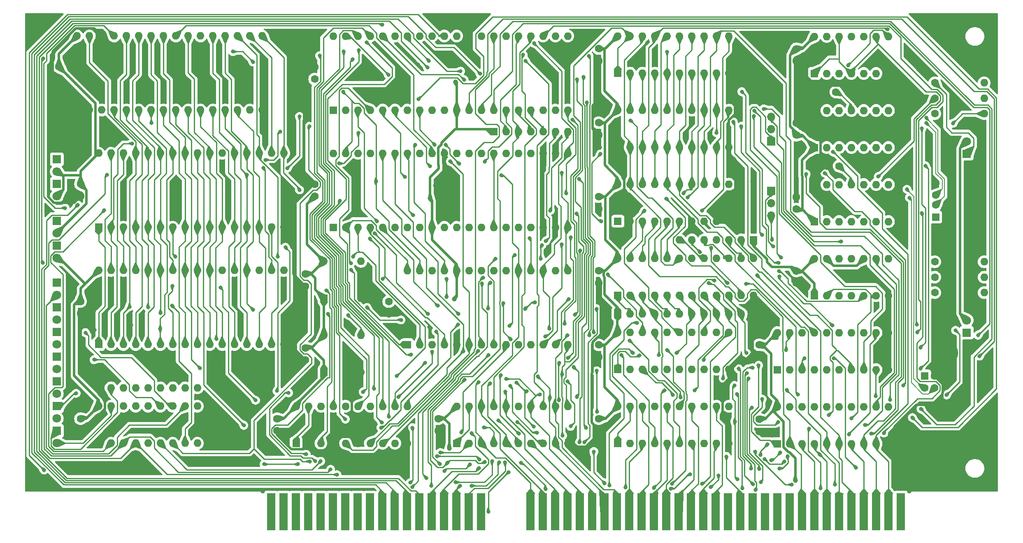
<source format=gbl>
G04 #@! TF.GenerationSoftware,KiCad,Pcbnew,7.0.7*
G04 #@! TF.CreationDate,2023-09-15T21:48:08-04:00*
G04 #@! TF.ProjectId,2 - CPU and core components (Rev 2.2),32202d20-4350-4552-9061-6e6420636f72,rev?*
G04 #@! TF.SameCoordinates,Original*
G04 #@! TF.FileFunction,Copper,L2,Bot*
G04 #@! TF.FilePolarity,Positive*
%FSLAX46Y46*%
G04 Gerber Fmt 4.6, Leading zero omitted, Abs format (unit mm)*
G04 Created by KiCad (PCBNEW 7.0.7) date 2023-09-15 21:48:08*
%MOMM*%
%LPD*%
G01*
G04 APERTURE LIST*
G04 #@! TA.AperFunction,ComponentPad*
%ADD10C,1.600000*%
G04 #@! TD*
G04 #@! TA.AperFunction,ComponentPad*
%ADD11R,1.800000X1.800000*%
G04 #@! TD*
G04 #@! TA.AperFunction,ComponentPad*
%ADD12C,1.800000*%
G04 #@! TD*
G04 #@! TA.AperFunction,ComponentPad*
%ADD13R,1.600000X1.600000*%
G04 #@! TD*
G04 #@! TA.AperFunction,ComponentPad*
%ADD14O,1.600000X1.600000*%
G04 #@! TD*
G04 #@! TA.AperFunction,ComponentPad*
%ADD15C,4.000000*%
G04 #@! TD*
G04 #@! TA.AperFunction,ComponentPad*
%ADD16R,1.700000X1.700000*%
G04 #@! TD*
G04 #@! TA.AperFunction,ComponentPad*
%ADD17O,1.700000X1.700000*%
G04 #@! TD*
G04 #@! TA.AperFunction,ComponentPad*
%ADD18C,3.000000*%
G04 #@! TD*
G04 #@! TA.AperFunction,ConnectorPad*
%ADD19R,1.780000X7.620000*%
G04 #@! TD*
G04 #@! TA.AperFunction,ViaPad*
%ADD20C,1.000000*%
G04 #@! TD*
G04 #@! TA.AperFunction,ViaPad*
%ADD21C,0.800000*%
G04 #@! TD*
G04 #@! TA.AperFunction,Conductor*
%ADD22C,0.500000*%
G04 #@! TD*
G04 #@! TA.AperFunction,Conductor*
%ADD23C,0.250000*%
G04 #@! TD*
G04 #@! TA.AperFunction,Conductor*
%ADD24C,0.200000*%
G04 #@! TD*
G04 APERTURE END LIST*
D10*
X215265000Y-58464600D03*
X215265000Y-55964600D03*
X174625000Y-71140000D03*
X174625000Y-73640000D03*
X215265000Y-86434600D03*
X215265000Y-88934600D03*
D11*
X63156800Y-98993000D03*
D12*
X63156800Y-101533000D03*
D10*
X174625000Y-40660000D03*
X174625000Y-43160000D03*
X116205000Y-71070000D03*
X116205000Y-68570000D03*
X68028000Y-116840000D03*
X68028000Y-119340000D03*
D13*
X71755000Y-121890000D03*
D14*
X74295000Y-121890000D03*
X76835000Y-121890000D03*
X79375000Y-121890000D03*
X81915000Y-121890000D03*
X84455000Y-121890000D03*
X86995000Y-121890000D03*
X89535000Y-121890000D03*
X92075000Y-121890000D03*
X94615000Y-121890000D03*
X94615000Y-114270000D03*
X92075000Y-114270000D03*
X89535000Y-114270000D03*
X86995000Y-114270000D03*
X84455000Y-114270000D03*
X81915000Y-114270000D03*
X79375000Y-114270000D03*
X76835000Y-114270000D03*
X74295000Y-114270000D03*
X71755000Y-114270000D03*
D11*
X63150000Y-76163800D03*
D12*
X63150000Y-78703800D03*
D13*
X219012100Y-45784600D03*
D14*
X221552100Y-45784600D03*
X224092100Y-45784600D03*
X226632100Y-45784600D03*
X229172100Y-45784600D03*
X231712100Y-45784600D03*
X234252100Y-45784600D03*
X234252100Y-38164600D03*
X231712100Y-38164600D03*
X229172100Y-38164600D03*
X226632100Y-38164600D03*
X224092100Y-38164600D03*
X221552100Y-38164600D03*
X219012100Y-38164600D03*
D10*
X68028000Y-92690000D03*
X68028000Y-95190000D03*
D13*
X67310000Y-53310000D03*
D14*
X69850000Y-53310000D03*
X72390000Y-53310000D03*
X74930000Y-53310000D03*
X77470000Y-53310000D03*
X80010000Y-53310000D03*
X82550000Y-53310000D03*
X85090000Y-53310000D03*
X87630000Y-53310000D03*
X90170000Y-53310000D03*
X92710000Y-53310000D03*
X95250000Y-53310000D03*
X97790000Y-53310000D03*
X100330000Y-53310000D03*
X102870000Y-53310000D03*
X105410000Y-53310000D03*
X105410000Y-38070000D03*
X102870000Y-38070000D03*
X100330000Y-38070000D03*
X97790000Y-38070000D03*
X95250000Y-38070000D03*
X92710000Y-38070000D03*
X90170000Y-38070000D03*
X87630000Y-38070000D03*
X85090000Y-38070000D03*
X82550000Y-38070000D03*
X80010000Y-38070000D03*
X77470000Y-38070000D03*
X74930000Y-38070000D03*
X72390000Y-38070000D03*
X69850000Y-38070000D03*
X67310000Y-38070000D03*
D10*
X116205000Y-46940000D03*
X116205000Y-44440000D03*
X223442100Y-49594600D03*
X220942100Y-49594600D03*
D11*
X63150000Y-119333800D03*
D12*
X63150000Y-121873800D03*
D10*
X131445000Y-92730000D03*
X131445000Y-95230000D03*
D13*
X241719000Y-108034600D03*
D10*
X241719000Y-110534600D03*
X243719000Y-110534600D03*
X243719000Y-108034600D03*
D15*
X246579000Y-103284600D03*
X246579000Y-115284600D03*
D13*
X71750000Y-110490000D03*
D14*
X74290000Y-110490000D03*
X76830000Y-110490000D03*
X79370000Y-110490000D03*
X81910000Y-110490000D03*
X84450000Y-110490000D03*
X86990000Y-110490000D03*
X89530000Y-110490000D03*
X92070000Y-110490000D03*
D10*
X174625000Y-86380000D03*
X174625000Y-88880000D03*
D11*
X250355100Y-62294600D03*
D12*
X250355100Y-59754600D03*
D13*
X71755000Y-101560000D03*
D14*
X74295000Y-101560000D03*
X76835000Y-101560000D03*
X79375000Y-101560000D03*
X81915000Y-101560000D03*
X84455000Y-101560000D03*
X86995000Y-101560000D03*
X89535000Y-101560000D03*
X92075000Y-101560000D03*
X94615000Y-101560000D03*
X97155000Y-101560000D03*
X99695000Y-101560000D03*
X102235000Y-101560000D03*
X104775000Y-101560000D03*
X107315000Y-101560000D03*
X109855000Y-101560000D03*
X109855000Y-86320000D03*
X107315000Y-86320000D03*
X104775000Y-86320000D03*
X102235000Y-86320000D03*
X99695000Y-86320000D03*
X97155000Y-86320000D03*
X94615000Y-86320000D03*
X92075000Y-86320000D03*
X89535000Y-86320000D03*
X86995000Y-86320000D03*
X84455000Y-86320000D03*
X81915000Y-86320000D03*
X79375000Y-86320000D03*
X76835000Y-86320000D03*
X74295000Y-86320000D03*
X71755000Y-86320000D03*
D13*
X211397100Y-106744600D03*
D14*
X213937100Y-106744600D03*
X216477100Y-106744600D03*
X219017100Y-106744600D03*
X221557100Y-106744600D03*
X224097100Y-106744600D03*
X226637100Y-106744600D03*
X229177100Y-106744600D03*
X231717100Y-106744600D03*
X234257100Y-106744600D03*
X234257100Y-99124600D03*
X231717100Y-99124600D03*
X229177100Y-99124600D03*
X226637100Y-99124600D03*
X224097100Y-99124600D03*
X221557100Y-99124600D03*
X219017100Y-99124600D03*
X216477100Y-99124600D03*
X213937100Y-99124600D03*
X211397100Y-99124600D03*
D16*
X210127100Y-69914600D03*
D17*
X210127100Y-72454600D03*
X210127100Y-74994600D03*
D11*
X63150000Y-68523800D03*
D12*
X63150000Y-71063800D03*
D16*
X210127100Y-59754600D03*
D17*
X210127100Y-57214600D03*
X210127100Y-54674600D03*
D13*
X120015000Y-53330000D03*
D14*
X122555000Y-53330000D03*
X125095000Y-53330000D03*
X127635000Y-53330000D03*
X130175000Y-53330000D03*
X132715000Y-53330000D03*
X135255000Y-53330000D03*
X137795000Y-53330000D03*
X140335000Y-53330000D03*
X142875000Y-53330000D03*
X145415000Y-53330000D03*
X147955000Y-53330000D03*
X150495000Y-53330000D03*
X153035000Y-53330000D03*
X155575000Y-53330000D03*
X158115000Y-53330000D03*
X160655000Y-53330000D03*
X163195000Y-53330000D03*
X165735000Y-53330000D03*
X168275000Y-53330000D03*
X168275000Y-38090000D03*
X165735000Y-38090000D03*
X163195000Y-38090000D03*
X160655000Y-38090000D03*
X158115000Y-38090000D03*
X155575000Y-38090000D03*
X153035000Y-38090000D03*
X150495000Y-38090000D03*
X147955000Y-38090000D03*
X145415000Y-38090000D03*
X142875000Y-38090000D03*
X140335000Y-38090000D03*
X137795000Y-38090000D03*
X135255000Y-38090000D03*
X132715000Y-38090000D03*
X130175000Y-38090000D03*
X127635000Y-38090000D03*
X125095000Y-38090000D03*
X122555000Y-38090000D03*
X120015000Y-38090000D03*
D13*
X120015000Y-77460000D03*
D14*
X122555000Y-77460000D03*
X125095000Y-77460000D03*
X127635000Y-77460000D03*
X130175000Y-77460000D03*
X132715000Y-77460000D03*
X135255000Y-77460000D03*
X137795000Y-77460000D03*
X140335000Y-77460000D03*
X142875000Y-77460000D03*
X145415000Y-77460000D03*
X147955000Y-77460000D03*
X150495000Y-77460000D03*
X153035000Y-77460000D03*
X155575000Y-77460000D03*
X158115000Y-77460000D03*
X160655000Y-77460000D03*
X163195000Y-77460000D03*
X165735000Y-77460000D03*
X168275000Y-77460000D03*
X168275000Y-62220000D03*
X165735000Y-62220000D03*
X163195000Y-62220000D03*
X160655000Y-62220000D03*
X158115000Y-62220000D03*
X155575000Y-62220000D03*
X153035000Y-62220000D03*
X150495000Y-62220000D03*
X147955000Y-62220000D03*
X145415000Y-62220000D03*
X142875000Y-62220000D03*
X140335000Y-62220000D03*
X137795000Y-62220000D03*
X135255000Y-62220000D03*
X132715000Y-62220000D03*
X130175000Y-62220000D03*
X127635000Y-62220000D03*
X125095000Y-62220000D03*
X122555000Y-62220000D03*
X120015000Y-62220000D03*
D13*
X118110000Y-92065000D03*
D14*
X125730000Y-92065000D03*
X125730000Y-84445000D03*
X118110000Y-84445000D03*
D11*
X63150000Y-81243800D03*
D12*
X63150000Y-83783800D03*
D13*
X135255000Y-101600000D03*
D14*
X137795000Y-101600000D03*
X140335000Y-101600000D03*
X142875000Y-101600000D03*
X145415000Y-101600000D03*
X147955000Y-101600000D03*
X150495000Y-101600000D03*
X153035000Y-101600000D03*
X155575000Y-101600000D03*
X158115000Y-101600000D03*
X160655000Y-101600000D03*
X163195000Y-101600000D03*
X165735000Y-101600000D03*
X168275000Y-101600000D03*
X168275000Y-86360000D03*
X165735000Y-86360000D03*
X163195000Y-86360000D03*
X160655000Y-86360000D03*
X158115000Y-86360000D03*
X155575000Y-86360000D03*
X153035000Y-86360000D03*
X150495000Y-86360000D03*
X147955000Y-86360000D03*
X145415000Y-86360000D03*
X142875000Y-86360000D03*
X140335000Y-86360000D03*
X137795000Y-86360000D03*
X135255000Y-86360000D03*
D10*
X243782100Y-90889600D03*
D14*
X253942100Y-90889600D03*
D13*
X178562000Y-60960000D03*
D14*
X181102000Y-60960000D03*
X183642000Y-60960000D03*
X186182000Y-60960000D03*
X188722000Y-60960000D03*
X191262000Y-60960000D03*
X193802000Y-60960000D03*
X196342000Y-60960000D03*
X198882000Y-60960000D03*
X201422000Y-60960000D03*
X201422000Y-53340000D03*
X198882000Y-53340000D03*
X196342000Y-53340000D03*
X193802000Y-53340000D03*
X191262000Y-53340000D03*
X188722000Y-53340000D03*
X186182000Y-53340000D03*
X183642000Y-53340000D03*
X181102000Y-53340000D03*
X178562000Y-53340000D03*
D11*
X63150000Y-88853800D03*
D12*
X63150000Y-91393800D03*
D13*
X145415000Y-121910000D03*
D14*
X147955000Y-121910000D03*
X150495000Y-121910000D03*
X153035000Y-121910000D03*
X155575000Y-121910000D03*
X158115000Y-121910000D03*
X160655000Y-121910000D03*
X163195000Y-121910000D03*
X165735000Y-121910000D03*
X168275000Y-121910000D03*
X168275000Y-114290000D03*
X165735000Y-114290000D03*
X163195000Y-114290000D03*
X160655000Y-114290000D03*
X158115000Y-114290000D03*
X155575000Y-114290000D03*
X153035000Y-114290000D03*
X150495000Y-114290000D03*
X147955000Y-114290000D03*
X145415000Y-114290000D03*
D11*
X63150000Y-93933800D03*
D12*
X63150000Y-96473800D03*
D10*
X215265000Y-73704600D03*
X215265000Y-71204600D03*
D13*
X219017100Y-61024600D03*
D14*
X221557100Y-61024600D03*
X224097100Y-61024600D03*
X226637100Y-61024600D03*
X229177100Y-61024600D03*
X231717100Y-61024600D03*
X234257100Y-61024600D03*
X234257100Y-53404600D03*
X231717100Y-53404600D03*
X229177100Y-53404600D03*
X226637100Y-53404600D03*
X224097100Y-53404600D03*
X221557100Y-53404600D03*
X219017100Y-53404600D03*
D10*
X243782100Y-47709600D03*
D14*
X253942100Y-47709600D03*
D10*
X63583000Y-44420000D03*
X63583000Y-46920000D03*
X114300000Y-102255000D03*
X114300000Y-104755000D03*
X141605000Y-116850000D03*
X141605000Y-119350000D03*
X243782100Y-50884600D03*
D14*
X253942100Y-50884600D03*
D10*
X174625000Y-116840000D03*
X174625000Y-119340000D03*
D13*
X206502000Y-80020000D03*
D14*
X203962000Y-80020000D03*
X201422000Y-80020000D03*
X198882000Y-80020000D03*
X196342000Y-80020000D03*
X193802000Y-80020000D03*
X191262000Y-80020000D03*
D10*
X174625000Y-101630000D03*
X174625000Y-104130000D03*
X114300000Y-87055000D03*
X114300000Y-89555000D03*
X224097100Y-64834600D03*
X221597100Y-64834600D03*
D13*
X243989700Y-75339600D03*
D10*
X243989700Y-72839600D03*
X243989700Y-70839600D03*
X243989700Y-68339600D03*
D18*
X246699700Y-78409600D03*
X246699700Y-65269600D03*
D13*
X178562000Y-106680000D03*
D14*
X181102000Y-106680000D03*
X183642000Y-106680000D03*
X186182000Y-106680000D03*
X188722000Y-106680000D03*
X191262000Y-106680000D03*
X193802000Y-106680000D03*
X196342000Y-106680000D03*
X198882000Y-106680000D03*
X201422000Y-106680000D03*
X201422000Y-99060000D03*
X198882000Y-99060000D03*
X196342000Y-99060000D03*
X193802000Y-99060000D03*
X191262000Y-99060000D03*
X188722000Y-99060000D03*
X186182000Y-99060000D03*
X183642000Y-99060000D03*
X181102000Y-99060000D03*
X178562000Y-99060000D03*
D13*
X118110000Y-107305000D03*
D14*
X125730000Y-107305000D03*
X125730000Y-99685000D03*
X118110000Y-99685000D03*
D10*
X243782100Y-87714600D03*
D14*
X253942100Y-87714600D03*
D13*
X178567000Y-121900000D03*
D14*
X181107000Y-121900000D03*
X183647000Y-121900000D03*
X186187000Y-121900000D03*
X188727000Y-121900000D03*
X191267000Y-121900000D03*
X193807000Y-121900000D03*
X196347000Y-121900000D03*
X198887000Y-121900000D03*
X201427000Y-121900000D03*
X201427000Y-114280000D03*
X198887000Y-114280000D03*
X196347000Y-114280000D03*
X193807000Y-114280000D03*
X191267000Y-114280000D03*
X188727000Y-114280000D03*
X186187000Y-114280000D03*
X183647000Y-114280000D03*
X181107000Y-114280000D03*
X178567000Y-114280000D03*
D10*
X243782100Y-54059600D03*
D14*
X253942100Y-54059600D03*
D10*
X207645000Y-116944600D03*
X207645000Y-119444600D03*
D13*
X219017100Y-91504600D03*
D14*
X221557100Y-91504600D03*
X224097100Y-91504600D03*
X226637100Y-91504600D03*
X229177100Y-91504600D03*
X231717100Y-91504600D03*
X234257100Y-91504600D03*
X234257100Y-83884600D03*
X231717100Y-83884600D03*
X229177100Y-83884600D03*
X226637100Y-83884600D03*
X224097100Y-83884600D03*
X221557100Y-83884600D03*
X219017100Y-83884600D03*
D11*
X63156800Y-104073000D03*
D12*
X63156800Y-106613000D03*
D13*
X153035000Y-57785000D03*
D14*
X155575000Y-57785000D03*
X158115000Y-57785000D03*
X160655000Y-57785000D03*
X163195000Y-57785000D03*
X165735000Y-57785000D03*
X168275000Y-57785000D03*
D10*
X243782100Y-84539600D03*
D14*
X253942100Y-84539600D03*
D13*
X219017100Y-76264600D03*
D14*
X221557100Y-76264600D03*
X224097100Y-76264600D03*
X226637100Y-76264600D03*
X229177100Y-76264600D03*
X231717100Y-76264600D03*
X234257100Y-76264600D03*
X234257100Y-68644600D03*
X231717100Y-68644600D03*
X229177100Y-68644600D03*
X226637100Y-68644600D03*
X224097100Y-68644600D03*
X221557100Y-68644600D03*
X219017100Y-68644600D03*
D10*
X68028000Y-68550000D03*
X68028000Y-71050000D03*
D13*
X178562000Y-95250000D03*
D14*
X181102000Y-95250000D03*
X183642000Y-95250000D03*
X186182000Y-95250000D03*
X188722000Y-95250000D03*
X191262000Y-95250000D03*
X193802000Y-95250000D03*
X196342000Y-95250000D03*
X198882000Y-95250000D03*
X201422000Y-95250000D03*
X203962000Y-95250000D03*
D10*
X174625000Y-55900000D03*
X174625000Y-58400000D03*
D11*
X63150000Y-114253800D03*
D12*
X63150000Y-116793800D03*
D13*
X178562000Y-45720000D03*
D14*
X181102000Y-45720000D03*
X183642000Y-45720000D03*
X186182000Y-45720000D03*
X188722000Y-45720000D03*
X191262000Y-45720000D03*
X193802000Y-45720000D03*
X196342000Y-45720000D03*
X198882000Y-45720000D03*
X201422000Y-45720000D03*
X201422000Y-38100000D03*
X198882000Y-38100000D03*
X196342000Y-38100000D03*
X193802000Y-38100000D03*
X191262000Y-38100000D03*
X188722000Y-38100000D03*
X186182000Y-38100000D03*
X183642000Y-38100000D03*
X181102000Y-38100000D03*
X178562000Y-38100000D03*
D10*
X207645000Y-101620000D03*
X207645000Y-104120000D03*
D13*
X178562000Y-91440000D03*
D14*
X181102000Y-91440000D03*
X183642000Y-91440000D03*
X186182000Y-91440000D03*
X188722000Y-91440000D03*
X191262000Y-91440000D03*
X193802000Y-91440000D03*
X196342000Y-91440000D03*
X198882000Y-91440000D03*
X201422000Y-91440000D03*
X203962000Y-91440000D03*
X206502000Y-91440000D03*
X206502000Y-83820000D03*
X203962000Y-83820000D03*
X201422000Y-83820000D03*
X198882000Y-83820000D03*
X196342000Y-83820000D03*
X193802000Y-83820000D03*
X191262000Y-83820000D03*
X188722000Y-83820000D03*
X186182000Y-83820000D03*
X183642000Y-83820000D03*
X181102000Y-83820000D03*
X178562000Y-83820000D03*
D11*
X63150000Y-63443800D03*
D12*
X63150000Y-65983800D03*
D10*
X108458000Y-116850000D03*
X108458000Y-119350000D03*
D13*
X211397100Y-121984600D03*
D14*
X213937100Y-121984600D03*
X216477100Y-121984600D03*
X219017100Y-121984600D03*
X221557100Y-121984600D03*
X224097100Y-121984600D03*
X226637100Y-121984600D03*
X229177100Y-121984600D03*
X231717100Y-121984600D03*
X234257100Y-121984600D03*
X234257100Y-114364600D03*
X231717100Y-114364600D03*
X229177100Y-114364600D03*
X226637100Y-114364600D03*
X224097100Y-114364600D03*
X221557100Y-114364600D03*
X219017100Y-114364600D03*
X216477100Y-114364600D03*
X213937100Y-114364600D03*
X211397100Y-114364600D03*
D13*
X178567000Y-76200000D03*
D14*
X181107000Y-76200000D03*
X183647000Y-76200000D03*
X186187000Y-76200000D03*
X188727000Y-76200000D03*
X191267000Y-76200000D03*
X193807000Y-76200000D03*
X196347000Y-76200000D03*
X198887000Y-76200000D03*
X201427000Y-76200000D03*
X201427000Y-68580000D03*
X198887000Y-68580000D03*
X196347000Y-68580000D03*
X193807000Y-68580000D03*
X191267000Y-68580000D03*
X188727000Y-68580000D03*
X186187000Y-68580000D03*
X183647000Y-68580000D03*
X181107000Y-68580000D03*
X178567000Y-68580000D03*
D11*
X63150000Y-109173800D03*
D12*
X63150000Y-111713800D03*
D19*
X236797100Y-135954600D03*
X234257100Y-135954600D03*
X231717100Y-135954600D03*
X229177100Y-135954600D03*
X226637100Y-135954600D03*
X224097100Y-135954600D03*
X221557100Y-135954600D03*
X219017100Y-135954600D03*
X216477100Y-135954600D03*
X213937100Y-135954600D03*
X211397100Y-135954600D03*
X208857100Y-135954600D03*
X206317100Y-135954600D03*
X203777100Y-135954600D03*
X201237100Y-135954600D03*
X198697100Y-135954600D03*
X196157100Y-135954600D03*
X193617100Y-135954600D03*
X191077100Y-135954600D03*
X188537100Y-135954600D03*
X185997100Y-135954600D03*
X183457100Y-135954600D03*
X180917100Y-135954600D03*
X178377100Y-135954600D03*
X175837100Y-135954600D03*
X173297100Y-135954600D03*
X170757100Y-135954600D03*
X168217100Y-135954600D03*
X165677100Y-135954600D03*
X163137100Y-135954600D03*
X160597100Y-135954600D03*
X150437100Y-135954600D03*
X147897100Y-135954600D03*
X145357100Y-135954600D03*
X142817100Y-135954600D03*
X140277100Y-135954600D03*
X137737100Y-135954600D03*
X135197100Y-135954600D03*
X132657100Y-135954600D03*
X130117100Y-135954600D03*
X127577100Y-135954600D03*
X125037100Y-135954600D03*
X122497100Y-135954600D03*
X119957100Y-135954600D03*
X117417100Y-135954600D03*
X114877100Y-135954600D03*
X112337100Y-135954600D03*
X109797100Y-135954600D03*
X107257100Y-135954600D03*
D13*
X112395000Y-121900000D03*
D14*
X114935000Y-121900000D03*
X117475000Y-121900000D03*
X120015000Y-121900000D03*
X122555000Y-121900000D03*
X125095000Y-121900000D03*
X127635000Y-121900000D03*
X130175000Y-121900000D03*
X132715000Y-121900000D03*
X135255000Y-121900000D03*
X135255000Y-114280000D03*
X132715000Y-114280000D03*
X130175000Y-114280000D03*
X127635000Y-114280000D03*
X125095000Y-114280000D03*
X122555000Y-114280000D03*
X120015000Y-114280000D03*
X117475000Y-114280000D03*
X114935000Y-114280000D03*
X112395000Y-114280000D03*
D11*
X250355100Y-99124600D03*
D12*
X250355100Y-96584600D03*
D10*
X215265000Y-40724600D03*
X215265000Y-43224600D03*
D13*
X71755000Y-77440000D03*
D14*
X74295000Y-77440000D03*
X76835000Y-77440000D03*
X79375000Y-77440000D03*
X81915000Y-77440000D03*
X84455000Y-77440000D03*
X86995000Y-77440000D03*
X89535000Y-77440000D03*
X92075000Y-77440000D03*
X94615000Y-77440000D03*
X97155000Y-77440000D03*
X99695000Y-77440000D03*
X102235000Y-77440000D03*
X104775000Y-77440000D03*
X107315000Y-77440000D03*
X109855000Y-77440000D03*
X109855000Y-62200000D03*
X107315000Y-62200000D03*
X104775000Y-62200000D03*
X102235000Y-62200000D03*
X99695000Y-62200000D03*
X97155000Y-62200000D03*
X94615000Y-62200000D03*
X92075000Y-62200000D03*
X89535000Y-62200000D03*
X86995000Y-62200000D03*
X84455000Y-62200000D03*
X81915000Y-62200000D03*
X79375000Y-62200000D03*
X76835000Y-62200000D03*
X74295000Y-62200000D03*
X71755000Y-62200000D03*
D20*
X144907000Y-92202000D03*
X139954000Y-71501000D03*
X145161000Y-47498000D03*
X143906600Y-122939200D03*
X215095566Y-129592900D03*
D21*
X59378100Y-36285000D03*
X74313300Y-119597000D03*
X171290500Y-38266200D03*
X81526900Y-104560200D03*
X192575700Y-58281400D03*
X112362500Y-39180600D03*
X206444100Y-77153600D03*
X74110100Y-107709800D03*
X232225100Y-102299600D03*
X78580500Y-43346200D03*
X165296100Y-40958600D03*
X238143300Y-67425400D03*
D20*
X141045600Y-68884500D03*
D21*
X137457700Y-43955800D03*
X231590100Y-94044600D03*
X80561700Y-98311800D03*
X210812900Y-41517400D03*
X124656100Y-67679400D03*
X147008100Y-40958600D03*
X234028500Y-73064200D03*
X85032100Y-51169400D03*
X143756900Y-71032200D03*
X69334900Y-114110600D03*
X65982100Y-71591000D03*
X253840500Y-121019400D03*
X88689700Y-117514200D03*
X197401700Y-58687800D03*
X128161300Y-126302600D03*
X254297700Y-41873000D03*
X208120500Y-49848600D03*
X208095100Y-95314600D03*
X126078500Y-86526200D03*
X106520500Y-123407000D03*
X122624100Y-102274200D03*
X139794500Y-97956200D03*
X254297700Y-109132200D03*
X238854500Y-62345400D03*
X252367300Y-66917400D03*
X58006500Y-129757000D03*
X101491300Y-43244600D03*
X92804500Y-117819000D03*
X66744100Y-65190200D03*
X186124100Y-41923800D03*
X94328500Y-125489800D03*
X65524900Y-117311000D03*
X116578900Y-94959000D03*
X78478900Y-97549800D03*
X212489300Y-44717800D03*
X67506100Y-41415800D03*
X106723700Y-104763400D03*
X236060500Y-49696200D03*
X248201700Y-36031000D03*
X114902500Y-107633600D03*
X110279700Y-95314600D03*
X83609700Y-119495400D03*
X76954900Y-72911800D03*
X87927700Y-106643000D03*
X89045300Y-51169400D03*
X229050100Y-86424600D03*
X127246900Y-45022600D03*
D20*
X174801100Y-60964700D03*
D21*
X182822100Y-42025400D03*
X97884500Y-50864600D03*
X62680100Y-50610600D03*
X71519300Y-90691800D03*
X98494100Y-72911800D03*
X247134900Y-51118600D03*
X144163300Y-41720600D03*
X122878100Y-111367400D03*
X70935100Y-98550300D03*
X66794900Y-90895000D03*
X61359300Y-73927800D03*
X161384500Y-42635000D03*
X93871300Y-51474200D03*
X73398900Y-58433800D03*
X208679300Y-38113800D03*
X93261700Y-39993400D03*
X110889300Y-105271400D03*
X75634100Y-95416200D03*
X81323700Y-51169400D03*
X206190100Y-68009600D03*
X68725300Y-107862200D03*
X106012500Y-120562200D03*
X124706900Y-73521400D03*
X175659300Y-121324200D03*
X244036100Y-127267800D03*
X176268900Y-52541000D03*
X71976500Y-50509000D03*
X99662500Y-89625000D03*
X79240900Y-125235800D03*
X109822500Y-89472600D03*
X87775300Y-71489400D03*
X247185700Y-41212600D03*
X223335100Y-73724600D03*
X240429300Y-44260600D03*
X250132100Y-94095400D03*
X123894100Y-99226200D03*
X74364100Y-93130200D03*
X133393700Y-44514600D03*
X101948500Y-106033400D03*
X67810900Y-59551400D03*
X252468900Y-76112200D03*
X130156642Y-88097444D03*
X222827100Y-61913600D03*
X103548700Y-94425600D03*
X192050300Y-70445300D03*
X230733070Y-119935739D03*
X108606400Y-83471300D03*
X124096600Y-83471300D03*
X217307300Y-66467600D03*
X123646600Y-86198900D03*
X105644300Y-65248300D03*
X113087000Y-69762200D03*
X123646600Y-84849800D03*
X122027900Y-49575500D03*
X220109300Y-124206500D03*
X128813500Y-67981700D03*
X233317300Y-119800200D03*
X241123900Y-74548100D03*
X234066300Y-36709200D03*
X102235000Y-66687600D03*
X136884600Y-60438700D03*
X240109500Y-97439900D03*
X168852896Y-118414000D03*
X168182600Y-109149100D03*
X64852300Y-73476700D03*
X78123300Y-93790600D03*
X81915000Y-93892200D03*
X170122100Y-112332600D03*
X169475299Y-106199399D03*
X158183898Y-119898196D03*
X154484700Y-107883800D03*
X92583900Y-106433700D03*
X156477700Y-110122800D03*
X95954100Y-100394600D03*
X161917900Y-119698600D03*
X104042600Y-113062900D03*
X96817700Y-89828200D03*
X84510800Y-95106149D03*
X174306400Y-115414900D03*
X174215483Y-106973381D03*
X168191700Y-99632600D03*
X196258700Y-104773100D03*
X164594100Y-112576400D03*
X162102600Y-108165200D03*
X84422500Y-98349300D03*
X86911700Y-89523400D03*
X87558800Y-83471300D03*
X155566300Y-108658800D03*
X82619100Y-56015100D03*
X162539500Y-111851900D03*
X161282900Y-118504800D03*
X157702600Y-109384100D03*
X159789900Y-111211100D03*
X155404700Y-111285100D03*
X152310500Y-109589400D03*
X154577300Y-66750000D03*
X160419300Y-79660100D03*
X149963699Y-109304700D03*
X136441700Y-74943800D03*
X222960400Y-104378700D03*
X217004500Y-104378700D03*
X164463300Y-98317500D03*
X227576900Y-126924500D03*
X133443000Y-112337600D03*
X161326600Y-39587800D03*
X140368400Y-103092100D03*
X213302100Y-110961000D03*
X191472800Y-112428500D03*
X223242600Y-130366600D03*
X138912700Y-105316600D03*
X170082300Y-74639000D03*
X167109100Y-107672300D03*
X214318100Y-130417400D03*
X167201100Y-120313000D03*
X206858900Y-123644900D03*
X229410900Y-118160100D03*
X220287100Y-131141900D03*
X210544200Y-81415600D03*
X217922353Y-118878353D03*
X203219600Y-129324800D03*
X202635800Y-117450100D03*
X202564000Y-109990600D03*
X183048100Y-103829900D03*
X206369200Y-130284900D03*
X146777400Y-102946700D03*
X203396100Y-106541400D03*
X203087000Y-111773800D03*
X118610900Y-90404500D03*
X189856447Y-111960729D03*
X204194000Y-131175300D03*
X156569200Y-100510200D03*
X154973400Y-93061800D03*
X144109000Y-63890600D03*
X206895000Y-131520000D03*
X205097900Y-107430400D03*
X121252600Y-64312800D03*
X67447300Y-72843700D03*
X145214300Y-129922800D03*
X125164900Y-58048800D03*
X152697700Y-125591400D03*
X120795300Y-128372100D03*
X211828900Y-127115400D03*
X213487600Y-124564000D03*
X199278800Y-128571000D03*
X197706500Y-130940749D03*
X240142100Y-99056400D03*
X226117000Y-120060300D03*
X99383100Y-41288800D03*
X103513800Y-43415600D03*
X117442500Y-125591400D03*
X143511950Y-125956050D03*
X151229500Y-125750700D03*
X141377900Y-124534100D03*
X115205500Y-125642900D03*
X115105700Y-56655800D03*
X150106900Y-125235800D03*
X189472148Y-131217337D03*
X200242800Y-108532000D03*
X139946900Y-64885400D03*
X205443600Y-108532000D03*
X167041700Y-66242000D03*
X193439300Y-128255200D03*
X207639900Y-127217000D03*
X197285600Y-88922500D03*
X211727300Y-86442200D03*
X188156100Y-111017500D03*
X185971700Y-131070100D03*
X194353700Y-111012700D03*
X189701901Y-130244599D03*
X190689400Y-103320900D03*
X181644700Y-103298600D03*
X180191500Y-131018000D03*
X173635251Y-123602249D03*
X175862500Y-130118700D03*
X174196800Y-94219300D03*
X171683700Y-121690600D03*
X176848801Y-130599499D03*
X182490200Y-97099000D03*
X119474500Y-127267800D03*
X142919400Y-127574600D03*
X73449700Y-66612600D03*
X106051099Y-63576801D03*
X109126300Y-57728100D03*
X148176500Y-126251800D03*
X210318500Y-80002300D03*
X153423900Y-83912100D03*
X209377101Y-122114499D03*
X207952700Y-124305600D03*
X163697687Y-131360341D03*
X226611700Y-116797600D03*
X158641300Y-125905200D03*
X225929800Y-44087400D03*
X78650500Y-60211800D03*
X156077422Y-127852507D03*
X151935300Y-135954600D03*
X195936900Y-130273400D03*
X205986900Y-127068900D03*
X205054403Y-103326121D03*
X206342500Y-106338200D03*
X154170900Y-125845400D03*
X148481300Y-130647300D03*
X150621000Y-89005800D03*
X139184900Y-129043300D03*
X197793000Y-81654200D03*
X170817700Y-82195700D03*
X151994900Y-103734300D03*
X140200900Y-130671400D03*
X168325400Y-104355600D03*
X162959300Y-81109600D03*
X116354650Y-125612450D03*
X110838500Y-111519800D03*
X162705300Y-83910900D03*
X110178100Y-81560729D03*
X108440400Y-111126600D03*
X129829851Y-118680551D03*
X157390500Y-83122600D03*
X156271600Y-97730700D03*
X135866865Y-130008592D03*
X136332700Y-118688400D03*
X141171300Y-98870500D03*
X136263033Y-130926228D03*
X167022300Y-80981300D03*
X149813100Y-102909800D03*
X195468900Y-82557800D03*
X163670500Y-99937400D03*
X143336800Y-88030700D03*
X143336800Y-91827600D03*
X114458600Y-124176400D03*
X118959500Y-95263800D03*
X168506700Y-92190700D03*
X159502000Y-94234800D03*
X161540800Y-92918600D03*
X141503500Y-93602100D03*
X163748451Y-80277800D03*
X168898200Y-79490700D03*
X72913500Y-73960600D03*
X181204400Y-55437200D03*
X113081500Y-54609700D03*
X110551200Y-65289000D03*
X60262200Y-84809900D03*
X60311950Y-42654450D03*
X86860900Y-93587400D03*
X126993399Y-93942501D03*
X213205600Y-102681000D03*
X133975500Y-96520000D03*
X101626000Y-118213100D03*
X176477300Y-87163300D03*
X198479200Y-88432800D03*
X224528900Y-80379400D03*
X67125100Y-111615300D03*
X70808100Y-104705400D03*
X69030100Y-99124600D03*
X169756000Y-95398900D03*
X145750900Y-95267400D03*
X238067100Y-69623100D03*
X238575100Y-71362400D03*
X242023000Y-54915700D03*
X242072000Y-56021400D03*
X204970900Y-89073700D03*
X188546400Y-71556500D03*
X164661700Y-74002800D03*
X207969949Y-129907551D03*
X201114200Y-88913500D03*
X206151400Y-114532300D03*
X215588100Y-111875400D03*
X200920300Y-124613100D03*
X146380500Y-119618600D03*
X155369401Y-125866099D03*
X231629600Y-112211300D03*
X198882000Y-57989400D03*
X210132949Y-125406100D03*
X240830600Y-102172300D03*
X241123900Y-57119000D03*
X212014300Y-123838700D03*
X206529400Y-54512900D03*
X147007300Y-108836900D03*
X192895000Y-71322400D03*
X146084800Y-130675700D03*
X141945000Y-126162400D03*
X133063500Y-108077100D03*
X127546200Y-79804800D03*
X175027700Y-62351400D03*
X175157500Y-76213800D03*
X202332700Y-55760100D03*
X222010000Y-116062300D03*
X148481300Y-119860700D03*
X246229000Y-111937900D03*
X212829900Y-125631200D03*
X208772700Y-125122900D03*
X149972951Y-127032251D03*
X248056800Y-98641700D03*
X208234500Y-79015000D03*
X203966300Y-56656900D03*
X130117100Y-35778400D03*
X188714900Y-41365000D03*
X139430500Y-44575600D03*
X146241500Y-45319300D03*
X150232900Y-45858100D03*
X211778100Y-87593000D03*
X212159100Y-83681400D03*
X222710400Y-97644300D03*
X232151200Y-67016400D03*
X207537700Y-105851700D03*
X187010200Y-103774900D03*
X134767000Y-67106700D03*
X170563200Y-67474500D03*
X170683300Y-121715900D03*
X166484200Y-105374500D03*
X166460000Y-113076110D03*
X136054600Y-103690700D03*
X139492100Y-95285700D03*
X129045800Y-76190100D03*
X180984500Y-100740500D03*
X128524200Y-78652200D03*
X211568300Y-117522100D03*
X137531600Y-51075000D03*
X208274500Y-112802000D03*
X239171551Y-116612051D03*
X179264700Y-103710600D03*
X172716900Y-99653300D03*
X172181800Y-51754200D03*
X173609000Y-99064700D03*
X188710600Y-102713400D03*
X172632100Y-42156200D03*
X172064600Y-118682600D03*
X171539400Y-46517900D03*
X131387400Y-46078400D03*
X126166200Y-111336100D03*
X237279700Y-109995800D03*
X140866700Y-60436600D03*
X221154800Y-66280600D03*
X145908200Y-64337900D03*
X143120400Y-60436600D03*
X123081300Y-95531100D03*
X151875600Y-94163500D03*
X152361900Y-88840800D03*
X234580600Y-112950400D03*
X208602100Y-53074000D03*
X206617800Y-53444300D03*
X204080300Y-49523900D03*
X207256900Y-87328300D03*
X211663569Y-84743200D03*
X184033700Y-74038600D03*
X195882000Y-74038600D03*
X253004100Y-103965700D03*
X240954200Y-114828100D03*
X252671200Y-99674200D03*
X240826300Y-106512700D03*
X151172151Y-63921749D03*
X241848400Y-64783800D03*
X169216800Y-55272400D03*
X145702100Y-97475000D03*
X167628000Y-97275700D03*
X167932600Y-70473400D03*
X121354100Y-71946600D03*
X122175600Y-41273800D03*
X117235100Y-42110500D03*
X159106800Y-41969300D03*
X105809300Y-126201000D03*
X60532351Y-127399049D03*
X142063300Y-123802500D03*
X112768900Y-126201000D03*
X124018700Y-42889000D03*
X128388100Y-110707300D03*
X151029582Y-118676500D03*
X130014800Y-117639900D03*
X125284500Y-41004200D03*
X139682300Y-43155400D03*
X159542800Y-43155400D03*
X126888200Y-39349900D03*
X131437300Y-116451500D03*
X153967700Y-117196100D03*
X146962200Y-47100700D03*
X170196900Y-47020100D03*
X157865700Y-117530802D03*
X122530050Y-116947850D03*
X150817000Y-87784100D03*
X247537001Y-56041901D03*
D22*
X145415000Y-85109700D02*
X140335000Y-80029700D01*
X210701800Y-115453000D02*
X210309000Y-115453000D01*
X116323900Y-90278900D02*
X118110000Y-92065000D01*
X216569200Y-66932000D02*
X216569200Y-73592400D01*
X210309000Y-115453000D02*
X211397000Y-114365000D01*
X142270100Y-60056600D02*
X145079100Y-57247600D01*
X71120000Y-62835000D02*
X71755000Y-62200000D01*
X118110000Y-92065000D02*
X118110000Y-99685000D01*
X71755000Y-114270000D02*
X71755000Y-113019700D01*
X215265000Y-40724600D02*
X216452000Y-40724600D01*
X115540000Y-102255000D02*
X118110000Y-99685000D01*
X175875400Y-86380000D02*
X176002000Y-86380000D01*
X63150000Y-78703800D02*
X69278400Y-72575400D01*
X215265000Y-58464600D02*
X215861000Y-58464600D01*
X63150000Y-71063800D02*
X64500300Y-69713500D01*
X216457000Y-63584600D02*
X216457000Y-66819800D01*
X178562000Y-53340000D02*
X178562000Y-52089700D01*
X227703900Y-85357800D02*
X223030300Y-85357800D01*
X176002000Y-86380000D02*
X178562000Y-83820000D01*
X114300000Y-87055000D02*
X115500000Y-87055000D01*
X145415000Y-47752000D02*
X145415000Y-53330000D01*
X175627000Y-86811100D02*
X175627000Y-87515500D01*
X114648500Y-72626500D02*
X114648500Y-80983500D01*
X215861000Y-58464600D02*
X216457000Y-58464600D01*
X216457000Y-58464600D02*
X219017000Y-61024600D01*
X139954000Y-71501000D02*
X140335000Y-71882000D01*
X68028000Y-65927000D02*
X71120000Y-62835000D01*
X211397100Y-99124600D02*
X211397100Y-100374900D01*
X66738800Y-93418800D02*
X68028000Y-92129600D01*
X219017100Y-76264600D02*
X219017000Y-76264600D01*
X114648500Y-80983500D02*
X118110000Y-84445000D01*
X108468000Y-116840000D02*
X109776000Y-116840000D01*
X214014600Y-56618200D02*
X214014600Y-41975000D01*
X175875400Y-110338100D02*
X178567000Y-113029700D01*
X66738800Y-108003500D02*
X66738800Y-93418800D01*
X175875400Y-91313100D02*
X178562000Y-93999700D01*
X174625000Y-40660000D02*
X175875400Y-40660000D01*
X108468000Y-116840000D02*
X108458000Y-116850000D01*
X175875400Y-101630000D02*
X175992000Y-101630000D01*
X142855000Y-116850000D02*
X145415000Y-114290000D01*
X118110000Y-108210700D02*
X118110000Y-107305000D01*
X215861000Y-58464600D02*
X214014600Y-56618200D01*
X229177100Y-83884600D02*
X227703900Y-85357800D01*
X63583000Y-41797000D02*
X67310000Y-38070000D01*
X112395000Y-113925700D02*
X118110000Y-108210700D01*
X139954000Y-67193100D02*
X141750700Y-65396400D01*
X143906600Y-117901600D02*
X143906600Y-122939200D01*
X210120200Y-111837400D02*
X210120200Y-103466700D01*
X142270100Y-60392500D02*
X142270100Y-60056600D01*
X178562000Y-82569700D02*
X176007000Y-80014700D01*
X219017100Y-61024600D02*
X219017000Y-61024600D01*
X116205000Y-71070000D02*
X114648500Y-72626500D01*
X140335000Y-77460000D02*
X140335000Y-80029700D01*
X174625000Y-71140000D02*
X176007000Y-71140000D01*
X176007000Y-116840000D02*
X178567000Y-114280000D01*
X140335000Y-71882000D02*
X140335000Y-77460000D01*
X68028000Y-116840000D02*
X69185000Y-116840000D01*
X116323900Y-87878900D02*
X116323900Y-90278900D01*
X175875400Y-87763900D02*
X175875400Y-91313100D01*
X216467000Y-86434600D02*
X219017100Y-88984700D01*
X178421400Y-99200600D02*
X178562000Y-99060000D01*
X174625000Y-55900000D02*
X175875400Y-55900000D01*
X219017000Y-61024600D02*
X216457000Y-63584600D01*
X174625000Y-116840000D02*
X176007000Y-116840000D01*
X213839900Y-123713700D02*
X213668000Y-123713700D01*
X250355100Y-96584600D02*
X248999900Y-95229400D01*
X68028000Y-66725300D02*
X68028000Y-65927000D01*
X174625000Y-101630000D02*
X175875400Y-101630000D01*
X209260200Y-84028500D02*
X209260200Y-84594500D01*
X175875400Y-55900000D02*
X176002000Y-55900000D01*
X214014600Y-41975000D02*
X215265000Y-40724600D01*
X175875400Y-49403100D02*
X178562000Y-52089700D01*
X210152100Y-100374900D02*
X211397100Y-100374900D01*
X141750700Y-64691800D02*
X141605100Y-64546200D01*
X141605000Y-116850000D02*
X142855000Y-116850000D01*
X175875400Y-101630000D02*
X175875400Y-110338100D01*
X215080100Y-129577434D02*
X215080100Y-124953900D01*
X210149500Y-100372300D02*
X210152100Y-100374900D01*
X216457000Y-66819800D02*
X216569200Y-66932000D01*
X206502000Y-81270300D02*
X209260200Y-84028500D01*
X118110000Y-107305000D02*
X118110000Y-104825000D01*
X212677000Y-122722700D02*
X212677000Y-117428200D01*
X207645000Y-116945000D02*
X208817000Y-116945000D01*
X68028000Y-92129600D02*
X68028000Y-90047000D01*
X216457000Y-73704600D02*
X219017000Y-76264600D01*
X64500300Y-69713500D02*
X64500300Y-66725300D01*
X215265000Y-73704600D02*
X216457000Y-73704600D01*
X175878000Y-64640700D02*
X175878000Y-55902600D01*
X71120000Y-62835000D02*
X71120000Y-51957000D01*
X68028000Y-68550000D02*
X68028000Y-66725300D01*
X248999900Y-61109800D02*
X250355100Y-59754600D01*
X210258400Y-85592700D02*
X214423100Y-85592700D01*
X176002000Y-40660000D02*
X178562000Y-38100000D01*
X178567000Y-114280000D02*
X178567000Y-113029700D01*
X141750700Y-65396400D02*
X141750700Y-64691800D01*
X178421400Y-96640900D02*
X178562000Y-96500300D01*
X176007000Y-80014700D02*
X176007000Y-71140000D01*
X64500300Y-66725300D02*
X63891500Y-66725300D01*
X178562000Y-83820000D02*
X178562000Y-82569700D01*
X209260200Y-84594500D02*
X210258400Y-85592700D01*
X145161000Y-47498000D02*
X145415000Y-47752000D01*
X176007000Y-71140000D02*
X178567000Y-68580000D01*
X145415000Y-86360000D02*
X145415000Y-85109700D01*
X175992000Y-101630000D02*
X178421400Y-99200600D01*
X207645000Y-116944600D02*
X207645000Y-116945000D01*
X144907000Y-92202000D02*
X145415000Y-91694000D01*
X175875400Y-40660000D02*
X175875400Y-49403100D01*
X68949500Y-89125500D02*
X71755000Y-86320000D01*
X211397100Y-113114300D02*
X210120200Y-111837400D01*
X109776000Y-116840000D02*
X112346000Y-114270000D01*
X63607800Y-83783800D02*
X63150000Y-83783800D01*
X63891500Y-66725300D02*
X63150000Y-65983800D01*
X145415000Y-53330000D02*
X145415000Y-57247600D01*
X114300000Y-102255000D02*
X115540000Y-102255000D01*
X152497600Y-57247600D02*
X153035000Y-57785000D01*
X178567000Y-67329700D02*
X175878000Y-64640700D01*
X210149500Y-100372300D02*
X211397000Y-99124600D01*
X142855000Y-116850000D02*
X143906600Y-117901600D01*
X178567000Y-68580000D02*
X178567000Y-67329700D01*
X174625000Y-86380000D02*
X175875400Y-86380000D01*
X216569200Y-73592400D02*
X216457000Y-73704600D01*
X215265000Y-86434600D02*
X216467000Y-86434600D01*
X68028000Y-66725300D02*
X64500300Y-66725300D01*
X175875400Y-86380000D02*
X175875400Y-86562700D01*
X223030300Y-85357800D02*
X221557100Y-83884600D01*
X115500000Y-87055000D02*
X118110000Y-84445000D01*
X69185000Y-116840000D02*
X71755000Y-114270000D01*
X248999900Y-95229400D02*
X248999900Y-61109800D01*
X208273500Y-101620000D02*
X208902000Y-101620000D01*
X207645000Y-101620000D02*
X208273500Y-101620000D01*
X206502000Y-80020000D02*
X206502000Y-81270300D01*
X69278400Y-69800400D02*
X68028000Y-68550000D01*
X175878000Y-55902600D02*
X175875400Y-55900000D01*
X215080100Y-124953900D02*
X213839900Y-123713700D01*
X208817000Y-116945000D02*
X210309000Y-115453000D01*
X178562000Y-95250000D02*
X178562000Y-96500300D01*
X63583000Y-44420000D02*
X63583000Y-41797000D01*
X115500000Y-87055000D02*
X116323900Y-87878900D01*
X141605100Y-64546200D02*
X141605100Y-61057500D01*
X141605100Y-61057500D02*
X142270100Y-60392500D01*
X214423100Y-85592700D02*
X215265000Y-86434600D01*
X178562000Y-95250000D02*
X178562000Y-93999700D01*
X118110000Y-104825000D02*
X115540000Y-102255000D01*
X215095566Y-129592900D02*
X215080100Y-129577434D01*
X211397100Y-114364600D02*
X211397100Y-113114300D01*
X145415000Y-57247600D02*
X152497600Y-57247600D01*
X211397000Y-114364700D02*
X211397000Y-114365000D01*
X145415000Y-91694000D02*
X145415000Y-86360000D01*
X112395000Y-114270300D02*
X112395000Y-113925700D01*
X211397100Y-114364600D02*
X211397000Y-114364700D01*
X219017100Y-88984700D02*
X219017100Y-91504600D01*
X68028000Y-90047000D02*
X68949500Y-89125500D01*
X69278400Y-72575400D02*
X69278400Y-69800400D01*
X175875400Y-40660000D02*
X176002000Y-40660000D01*
X68949500Y-89125500D02*
X63607800Y-83783800D01*
X145079100Y-57247600D02*
X145415000Y-57247600D01*
X71755000Y-113019700D02*
X66738800Y-108003500D01*
X210120200Y-103466700D02*
X208273500Y-101620000D01*
X175627000Y-87515500D02*
X175875400Y-87763900D01*
X212677000Y-117428200D02*
X210701800Y-115453000D01*
X216467000Y-86434600D02*
X219017000Y-83884600D01*
X213668000Y-123713700D02*
X212677000Y-122722700D01*
X208902000Y-101620000D02*
X210149500Y-100372300D01*
X178421400Y-99200600D02*
X178421400Y-96640900D01*
X71120000Y-51957000D02*
X63583000Y-44420000D01*
X68028000Y-92690000D02*
X68028000Y-92129600D01*
X175875400Y-86562700D02*
X175627000Y-86811100D01*
X139954000Y-71501000D02*
X139954000Y-67193100D01*
X176002000Y-55900000D02*
X178562000Y-53340000D01*
X219017100Y-83884600D02*
X219017000Y-83884600D01*
X216452000Y-40724600D02*
X219012000Y-38164600D01*
X219012100Y-38164600D02*
X219012000Y-38164600D01*
X123085000Y-120596400D02*
X124227900Y-119453500D01*
X124227900Y-119453500D02*
X124227900Y-117443100D01*
X245426500Y-111519300D02*
X245426500Y-109742100D01*
X123085000Y-120596400D02*
X123791400Y-120596400D01*
X114300000Y-104755000D02*
X111105300Y-101560300D01*
X62328000Y-45665000D02*
X62328000Y-41237100D01*
X219017100Y-68644600D02*
X219017100Y-67394300D01*
X235507400Y-120759700D02*
X235507400Y-118473700D01*
X116070600Y-68526100D02*
X116161100Y-68526100D01*
X68028000Y-119340000D02*
X68522000Y-119340000D01*
X245369400Y-111576400D02*
X245426500Y-111519300D01*
X234257100Y-121984600D02*
X234282500Y-121984600D01*
X163195000Y-62220000D02*
X163195000Y-77460000D01*
X173359900Y-57134900D02*
X173359900Y-52415600D01*
X169525300Y-121910000D02*
X170209700Y-122594400D01*
X109855000Y-77440000D02*
X109855000Y-78690300D01*
X201422000Y-60960000D02*
X201422000Y-61585100D01*
X201422000Y-62210300D02*
X202722600Y-63510900D01*
X206750500Y-103225500D02*
X206348300Y-103225500D01*
X116161100Y-68526100D02*
X116205000Y-68570000D01*
X201422000Y-60960000D02*
X201422000Y-55427000D01*
X62328000Y-41237100D02*
X67043200Y-36521900D01*
X175047100Y-89302100D02*
X174625000Y-88880000D01*
X173365483Y-107325463D02*
X173365483Y-105389517D01*
X173346500Y-102851500D02*
X173346500Y-101129000D01*
X120015000Y-121901300D02*
X120015000Y-121900000D01*
X174110200Y-100365300D02*
X174147900Y-100365300D01*
X221597100Y-64834600D02*
X221358500Y-64834600D01*
X142875000Y-67055100D02*
X141045600Y-68884500D01*
X200157000Y-117028700D02*
X201427000Y-118298700D01*
X215265000Y-44278400D02*
X220761700Y-49775000D01*
X243719000Y-108034600D02*
X246579000Y-105174600D01*
X201422000Y-45720000D02*
X201422000Y-46970300D01*
X220942100Y-49594600D02*
X222234200Y-48302500D01*
X219017100Y-53404600D02*
X219017100Y-51519600D01*
X231734200Y-48302500D02*
X234252100Y-45784600D01*
X202722600Y-73654100D02*
X201427000Y-74949700D01*
X235507400Y-118473700D02*
X240003300Y-113977800D01*
X173170100Y-117646500D02*
X173170100Y-107520846D01*
X125730000Y-92065000D02*
X128280000Y-92065000D01*
X201422000Y-108680000D02*
X200157000Y-109945000D01*
X173170100Y-107520846D02*
X173365483Y-107325463D01*
X62573500Y-72416500D02*
X61333900Y-71176900D01*
X109876300Y-101560000D02*
X109855000Y-101560000D01*
X221358500Y-64834600D02*
X219017100Y-67176000D01*
X245369400Y-114239100D02*
X245369400Y-111576400D01*
X111105300Y-101560300D02*
X111105300Y-101560000D01*
X246699700Y-103163900D02*
X246579000Y-103284600D01*
X201422000Y-61585100D02*
X201422000Y-62210300D01*
X215265000Y-43224600D02*
X215265000Y-44278400D01*
X240003300Y-113977800D02*
X245108100Y-113977800D01*
X67043200Y-36521900D02*
X70841900Y-36521900D01*
X114300000Y-97136300D02*
X109876300Y-101560000D01*
X73039600Y-114822400D02*
X73039600Y-113029900D01*
X206348300Y-103233600D02*
X206348300Y-103225500D01*
X114935000Y-121900000D02*
X113684600Y-123150400D01*
X142875000Y-62220000D02*
X142875000Y-67055100D01*
X113684600Y-123150400D02*
X111408500Y-123150400D01*
X123825000Y-110460300D02*
X125730000Y-108555300D01*
X234257100Y-106744600D02*
X234257100Y-99124600D01*
X179856700Y-71318000D02*
X179856700Y-63505000D01*
X111826900Y-87081900D02*
X114300000Y-89555000D01*
X168275000Y-121910000D02*
X169525300Y-121910000D01*
X174625000Y-104130000D02*
X173346500Y-102851500D01*
X68028000Y-105517700D02*
X68028000Y-95190000D01*
X219017100Y-55289900D02*
X220267500Y-56540300D01*
X114935000Y-121900000D02*
X116391200Y-123356200D01*
X73039600Y-113029900D02*
X71750000Y-111740300D01*
X116070600Y-68526100D02*
X109855000Y-74741700D01*
X67310000Y-53310000D02*
X67310000Y-52059700D01*
X118560100Y-123356200D02*
X120015000Y-121901300D01*
X201835100Y-106680000D02*
X203954900Y-104560200D01*
X220761700Y-49775000D02*
X220942100Y-49594600D01*
X111826900Y-80662200D02*
X111826900Y-87081900D01*
X66661500Y-72416500D02*
X62573500Y-72416500D01*
X178562000Y-62210300D02*
X178562000Y-60960000D01*
X173359900Y-52415600D02*
X174625000Y-51150500D01*
X174625000Y-119951900D02*
X174625000Y-119340000D01*
X246579000Y-105174600D02*
X246579000Y-103284600D01*
X68028000Y-71050000D02*
X66661500Y-72416500D01*
X234257100Y-99124600D02*
X234257100Y-91504600D01*
X245426500Y-114296200D02*
X245369400Y-114239100D01*
X114300000Y-89555000D02*
X114300000Y-97136300D01*
X114065500Y-66521000D02*
X114065500Y-46579500D01*
X202722600Y-63510900D02*
X202722600Y-73654100D01*
X207645000Y-104120000D02*
X206750500Y-103225500D01*
X246699700Y-78409600D02*
X246699700Y-103163900D01*
X205021700Y-104560200D02*
X206348300Y-103233600D01*
X200157000Y-109945000D02*
X200157000Y-117028700D01*
X222234200Y-48302500D02*
X231734200Y-48302500D01*
X71750000Y-110490000D02*
X71750000Y-109239700D01*
X201422000Y-106680000D02*
X201422000Y-108680000D01*
X220267500Y-63505000D02*
X221597100Y-64834600D01*
X246579000Y-115284600D02*
X246414900Y-115284600D01*
X173365483Y-105389517D02*
X174625000Y-104130000D01*
X68522000Y-119340000D02*
X73039600Y-114822400D01*
X120015000Y-121900000D02*
X121352800Y-120562200D01*
X174625000Y-51150500D02*
X174625000Y-43160000D01*
X171982500Y-122594400D02*
X174625000Y-119951900D01*
X179856700Y-63505000D02*
X178562000Y-62210300D01*
X123757200Y-120562200D02*
X123791400Y-120596400D01*
X69850000Y-53310000D02*
X67310000Y-53310000D01*
X201427000Y-76200000D02*
X201427000Y-74949700D01*
X61333900Y-60536400D02*
X67310000Y-54560300D01*
X181107000Y-72568300D02*
X179856700Y-71318000D01*
X202675600Y-54173400D02*
X201422000Y-55427000D01*
X63583000Y-48332700D02*
X63583000Y-46920000D01*
X109855000Y-74741700D02*
X109855000Y-77440000D01*
X206502000Y-91440000D02*
X206348300Y-91593700D01*
X109855000Y-101560000D02*
X111105300Y-101560000D01*
X174625000Y-60788600D02*
X174801100Y-60964700D01*
X116391200Y-123356200D02*
X118560100Y-123356200D01*
X246414900Y-115284600D02*
X245426500Y-114296200D01*
X201422000Y-46970300D02*
X202675600Y-48223900D01*
X125730000Y-107305000D02*
X125730000Y-108555300D01*
X114065500Y-46579500D02*
X116205000Y-44440000D01*
X219017100Y-67176000D02*
X219017100Y-67394300D01*
X234282500Y-121984600D02*
X235507400Y-120759700D01*
X219017100Y-51519600D02*
X220761700Y-49775000D01*
X71750000Y-110490000D02*
X71750000Y-111740300D01*
X219017100Y-55289900D02*
X215939700Y-55289900D01*
X215939700Y-55289900D02*
X215265000Y-55964600D01*
X206348300Y-91593700D02*
X206348300Y-103225500D01*
X203954900Y-104560200D02*
X205021700Y-104560200D01*
X201422000Y-106680000D02*
X201835100Y-106680000D01*
X67310000Y-54560300D02*
X67310000Y-53310000D01*
X111408500Y-123150400D02*
X108458000Y-120199900D01*
X219017100Y-53404600D02*
X219017100Y-55289900D01*
X181107000Y-76200000D02*
X181107000Y-72568300D01*
X123791400Y-120596400D02*
X125095000Y-121900000D01*
X70841900Y-36521900D02*
X72390000Y-38070000D01*
X63583000Y-46920000D02*
X62328000Y-45665000D01*
X173346500Y-101129000D02*
X174110200Y-100365300D01*
X174147900Y-100365300D02*
X175047100Y-99466100D01*
X94615000Y-114270000D02*
X94615000Y-121890000D01*
X128280000Y-92065000D02*
X131445000Y-95230000D01*
X245108100Y-113977800D02*
X245426500Y-114296200D01*
X124227900Y-117443100D02*
X123825000Y-117040200D01*
X71750000Y-109239700D02*
X68028000Y-105517700D01*
X116070600Y-68526100D02*
X114065500Y-66521000D01*
X61333900Y-71176900D02*
X61333900Y-60536400D01*
X220267500Y-56540300D02*
X220267500Y-63505000D01*
X174625000Y-58400000D02*
X173359900Y-57134900D01*
X108458000Y-120199900D02*
X108458000Y-119350000D01*
X174625000Y-119340000D02*
X174625000Y-119101400D01*
X67310000Y-52059700D02*
X63583000Y-48332700D01*
X175047100Y-99466100D02*
X175047100Y-89302100D01*
X245426500Y-109742100D02*
X243719000Y-108034600D01*
X121352800Y-120562200D02*
X123757200Y-120562200D01*
X109855000Y-78690300D02*
X111826900Y-80662200D01*
X174625000Y-119101400D02*
X173170100Y-117646500D01*
X123825000Y-117040200D02*
X123825000Y-110460300D01*
X201427000Y-121900000D02*
X201427000Y-118298700D01*
X202675600Y-48223900D02*
X202675600Y-54173400D01*
X174625000Y-58400000D02*
X174625000Y-60788600D01*
X170209700Y-122594400D02*
X171982500Y-122594400D01*
D23*
X198887000Y-68580000D02*
X198887000Y-67454700D01*
X199687700Y-59029000D02*
X199687700Y-55690800D01*
X200144900Y-55233600D02*
X200144900Y-42482600D01*
X100983300Y-67679400D02*
X100983300Y-80328600D01*
X130580500Y-81813300D02*
X130580500Y-87553300D01*
X142875000Y-101600000D02*
X142875000Y-99540800D01*
X198887000Y-67454700D02*
X198882000Y-67449700D01*
X238216300Y-82999700D02*
X238216300Y-113732100D01*
X99695000Y-61074700D02*
X96563700Y-57943400D01*
X234257100Y-135954600D02*
X234257100Y-125649900D01*
X200144900Y-42482600D02*
X201422000Y-41205500D01*
X127635000Y-78867800D02*
X130580500Y-81813300D01*
X99695000Y-66391100D02*
X100983300Y-67679400D01*
X222897900Y-61913600D02*
X227907100Y-66922800D01*
X227907100Y-66922800D02*
X227907100Y-69432000D01*
X130620536Y-87633550D02*
X130156642Y-88097444D01*
X198882000Y-67449700D02*
X198882000Y-60960000D01*
X95250000Y-45715500D02*
X95250000Y-38070000D01*
X201422000Y-41205500D02*
X201422000Y-38100000D01*
X99695000Y-62200000D02*
X99695000Y-66391100D01*
X198882000Y-59834700D02*
X199687700Y-59029000D01*
X96563700Y-57943400D02*
X96563700Y-47029200D01*
X227907100Y-69432000D02*
X232987100Y-74512000D01*
X139038200Y-96011000D02*
X130580500Y-87553300D01*
X198882000Y-60960000D02*
X198882000Y-59834700D01*
X199687700Y-55690800D02*
X200144900Y-55233600D01*
X142875000Y-99540800D02*
X139345200Y-96011000D01*
X127635000Y-77460000D02*
X127635000Y-78867800D01*
X231717100Y-120231300D02*
X231717100Y-121984600D01*
X99695000Y-81616900D02*
X99695000Y-86320000D01*
X231717100Y-123109900D02*
X234257100Y-125649900D01*
X100983300Y-80328600D02*
X99695000Y-81616900D01*
X232987100Y-74512000D02*
X232987100Y-77770500D01*
X231717100Y-122547200D02*
X231717100Y-123109900D01*
X232987100Y-77770500D02*
X238216300Y-82999700D01*
X231717100Y-122547200D02*
X231717100Y-121984600D01*
X238216300Y-113732100D02*
X231717100Y-120231300D01*
X99695000Y-62200000D02*
X99695000Y-61074700D01*
X139345200Y-96011000D02*
X139038200Y-96011000D01*
X222827100Y-61913600D02*
X222897900Y-61913600D01*
X96563700Y-47029200D02*
X95250000Y-45715500D01*
X202409400Y-36974700D02*
X199963200Y-36974700D01*
X232047300Y-117260200D02*
X233215700Y-117260200D01*
X214139600Y-74217000D02*
X214139600Y-59528700D01*
X229177100Y-121984600D02*
X229177100Y-123109900D01*
X199963200Y-36974700D02*
X198882000Y-38055900D01*
X97790000Y-45690100D02*
X97790000Y-38070000D01*
X198882000Y-38100000D02*
X198882000Y-41103900D01*
X213180200Y-47745500D02*
X202409400Y-36974700D01*
X196347000Y-68580000D02*
X196347000Y-67454700D01*
X213180200Y-58569300D02*
X213180200Y-47745500D01*
X218315100Y-78392500D02*
X214139600Y-74217000D01*
X236841100Y-84824900D02*
X230408700Y-78392500D01*
X197604900Y-42381000D02*
X197604900Y-56452600D01*
X198882000Y-41103900D02*
X197604900Y-42381000D01*
X231717100Y-125649900D02*
X229177100Y-123109900D01*
X103523300Y-80379400D02*
X102235000Y-81667700D01*
X102235000Y-62200000D02*
X102235000Y-60871700D01*
X196342000Y-60960000D02*
X196342000Y-67449700D01*
X235721600Y-114754300D02*
X235721600Y-109348000D01*
X233215700Y-117260200D02*
X235721600Y-114754300D01*
X196347000Y-67454700D02*
X196342000Y-67449700D01*
X102235000Y-60871700D02*
X99078300Y-57715000D01*
X102235000Y-62200000D02*
X102235000Y-65476700D01*
X229177100Y-121984600D02*
X229177100Y-120130400D01*
X230408700Y-78392500D02*
X218315100Y-78392500D01*
X235721600Y-109348000D02*
X236841100Y-108228500D01*
X102235000Y-81667700D02*
X102235000Y-86320000D01*
X229177100Y-120130400D02*
X232047300Y-117260200D01*
X99078300Y-46978400D02*
X97790000Y-45690100D01*
X103548700Y-94425600D02*
X102235000Y-93111900D01*
X102235000Y-93111900D02*
X102235000Y-86320000D01*
X214139600Y-59528700D02*
X213180200Y-58569300D01*
X231717100Y-135954600D02*
X231717100Y-125649900D01*
X197604900Y-56452600D02*
X196342000Y-57715500D01*
X102235000Y-65476700D02*
X103523300Y-66765000D01*
X99078300Y-57715000D02*
X99078300Y-46978400D01*
X198882000Y-38055900D02*
X198882000Y-38100000D01*
X196342000Y-57715500D02*
X196342000Y-60960000D01*
X103523300Y-66765000D02*
X103523300Y-80379400D01*
X236841100Y-108228500D02*
X236841100Y-84824900D01*
X226637100Y-122547200D02*
X226637100Y-121984600D01*
X193807000Y-68580000D02*
X193807000Y-69705300D01*
X226637100Y-123109900D02*
X229177100Y-125649900D01*
X124096600Y-83471300D02*
X124096600Y-83359300D01*
X192790300Y-69705300D02*
X192050300Y-70445300D01*
X236227600Y-109478900D02*
X237291400Y-108415100D01*
X128721900Y-88381900D02*
X137794900Y-97454900D01*
X217307300Y-70458900D02*
X217307300Y-66467600D01*
X193807000Y-68017300D02*
X193807000Y-68580000D01*
X108603300Y-83468200D02*
X108603300Y-67153600D01*
X125095000Y-77460000D02*
X125095000Y-82178000D01*
X196327800Y-41016500D02*
X195064900Y-42279400D01*
X196342000Y-41016500D02*
X196327800Y-41016500D01*
X195064900Y-56452600D02*
X193802000Y-57715500D01*
X221495900Y-77825300D02*
X220142500Y-76471900D01*
X125095000Y-82178000D02*
X125482300Y-82565200D01*
X195064900Y-42279400D02*
X195064900Y-56452600D01*
X137794900Y-100474700D02*
X137795000Y-100474700D01*
X220142500Y-73294100D02*
X217307300Y-70458900D01*
X220142500Y-76471900D02*
X220142500Y-73294100D01*
X237291400Y-84638300D02*
X230478400Y-77825300D01*
X230733070Y-119935739D02*
X231251361Y-119935739D01*
X193807000Y-68017300D02*
X193807000Y-67454700D01*
X226637100Y-122547200D02*
X226637100Y-123109900D01*
X229177100Y-135954600D02*
X229177100Y-125649900D01*
X230478400Y-77825300D02*
X221495900Y-77825300D01*
X108603300Y-67153600D02*
X104775000Y-63325300D01*
X236227600Y-114959500D02*
X236227600Y-109478900D01*
X193802000Y-67449700D02*
X193807000Y-67454700D01*
X237291400Y-108415100D02*
X237291400Y-84638300D01*
X137795000Y-100474700D02*
X137795000Y-101600000D01*
X104775000Y-63325300D02*
X104775000Y-62200000D01*
X124096600Y-83359300D02*
X124890700Y-82565200D01*
X124890700Y-82565200D02*
X125482300Y-82565200D01*
X104277000Y-42017100D02*
X104277000Y-58323900D01*
X104775000Y-58821900D02*
X104775000Y-62200000D01*
X193802000Y-57715500D02*
X193802000Y-60960000D01*
X231251361Y-119935739D02*
X236227600Y-114959500D01*
X100330000Y-38070100D02*
X104277000Y-42017100D01*
X196342000Y-38100000D02*
X196342000Y-41016500D01*
X126029100Y-82565200D02*
X128721900Y-85258000D01*
X193802000Y-60960000D02*
X193802000Y-67449700D01*
X104277000Y-58323900D02*
X104775000Y-58821900D01*
X108606400Y-83471300D02*
X108603300Y-83468200D01*
X193807000Y-69705300D02*
X192790300Y-69705300D01*
X100330000Y-38070000D02*
X100330000Y-38070100D01*
X137794900Y-97454900D02*
X137794900Y-100474700D01*
X125482300Y-82565200D02*
X126029100Y-82565200D01*
X128721900Y-85258000D02*
X128721900Y-88381900D01*
X220312500Y-98810400D02*
X208104300Y-86602200D01*
X224097100Y-121984600D02*
X224097100Y-120282800D01*
X193802000Y-38100000D02*
X193802000Y-40951500D01*
X197617000Y-76553300D02*
X197617000Y-75872700D01*
X197617000Y-75872700D02*
X196740500Y-74996200D01*
X196740500Y-74996200D02*
X195493700Y-74996200D01*
X195493700Y-74996200D02*
X191267000Y-70769500D01*
X200410100Y-77367900D02*
X198431600Y-77367900D01*
X198431600Y-77367900D02*
X197617000Y-76553300D01*
X192524900Y-42228600D02*
X192524900Y-56420000D01*
X207687700Y-86602200D02*
X205376600Y-84291100D01*
X133626300Y-101600000D02*
X135255000Y-101600000D01*
X191267000Y-68580000D02*
X191267000Y-67454700D01*
X224681300Y-129863500D02*
X224681300Y-125439000D01*
X191262000Y-57682900D02*
X191262000Y-60960000D01*
X107315000Y-84120300D02*
X107315000Y-86320000D01*
X193802000Y-40951500D02*
X192524900Y-42228600D01*
X192524900Y-56420000D02*
X191262000Y-57682900D01*
X205376600Y-84291100D02*
X205376600Y-83234900D01*
X106745400Y-78926200D02*
X106745400Y-83550700D01*
X106745400Y-83550700D02*
X107315000Y-84120300D01*
X208104300Y-86602200D02*
X207687700Y-86602200D01*
X220312500Y-116498200D02*
X220312500Y-98810400D01*
X107315000Y-42540500D02*
X107315000Y-62200000D01*
X105644300Y-65248300D02*
X106012500Y-65616500D01*
X106012500Y-78193300D02*
X106745400Y-78926200D01*
X191267000Y-67454700D02*
X191262000Y-67449700D01*
X124319300Y-92293000D02*
X133626300Y-101600000D01*
X226637100Y-135954600D02*
X226637100Y-131819300D01*
X191262000Y-67449700D02*
X191262000Y-60960000D01*
X226637100Y-131819300D02*
X224681300Y-129863500D01*
X191267000Y-70769500D02*
X191267000Y-68580000D01*
X205376600Y-83234900D02*
X202692000Y-80550300D01*
X224681300Y-125439000D02*
X224097100Y-124854800D01*
X102870000Y-38070000D02*
X102870000Y-38095500D01*
X102870000Y-38095500D02*
X107315000Y-42540500D01*
X202692000Y-80550300D02*
X202692000Y-79649800D01*
X224097100Y-120282800D02*
X220312500Y-116498200D01*
X202692000Y-79649800D02*
X200410100Y-77367900D01*
X124319300Y-86871600D02*
X124319300Y-92293000D01*
X106012500Y-65616500D02*
X106012500Y-78193300D01*
X123646600Y-86198900D02*
X124319300Y-86871600D01*
X224097100Y-124854800D02*
X224097100Y-121984600D01*
X216943091Y-97999600D02*
X216291900Y-97999600D01*
X188722000Y-61522600D02*
X188722000Y-60960000D01*
X128872500Y-77073000D02*
X128872500Y-77919700D01*
X128872500Y-77919700D02*
X135255000Y-84302200D01*
X224113000Y-125886700D02*
X221557100Y-123330800D01*
X109855000Y-63325300D02*
X109855000Y-62200000D01*
X217738800Y-115777304D02*
X217738800Y-98795309D01*
X127810100Y-76010600D02*
X128872500Y-77073000D01*
X188722000Y-61522600D02*
X188722000Y-62085300D01*
X198941500Y-78413200D02*
X196932000Y-78413200D01*
X105410000Y-38070100D02*
X109855000Y-42515100D01*
X216291900Y-97999600D02*
X202684900Y-84392600D01*
X109825900Y-66233800D02*
X109825900Y-63354400D01*
X196932000Y-78413200D02*
X195077000Y-76558200D01*
X124004400Y-76010600D02*
X127810100Y-76010600D01*
X221557100Y-121984600D02*
X221557100Y-119595604D01*
X188979200Y-69705300D02*
X188727000Y-69705300D01*
X188727000Y-69705300D02*
X188727000Y-68580000D01*
X200152000Y-80608600D02*
X200152000Y-79623700D01*
X113087000Y-69494900D02*
X109825900Y-66233800D01*
X188727000Y-62090300D02*
X188722000Y-62085300D01*
X195077000Y-76558200D02*
X195077000Y-75803100D01*
X217738800Y-98795309D02*
X216943091Y-97999600D01*
X105410000Y-38070000D02*
X105410000Y-38070100D01*
X202684900Y-83141500D02*
X200152000Y-80608600D01*
X109825900Y-63354400D02*
X109855000Y-63325300D01*
X123371600Y-78276600D02*
X122555000Y-77460000D01*
X123646600Y-84849800D02*
X123371600Y-84574800D01*
X200152000Y-79623700D02*
X198941500Y-78413200D01*
X224097100Y-131819300D02*
X224113000Y-131803400D01*
X122555000Y-77460000D02*
X124004400Y-76010600D01*
X190035700Y-56300200D02*
X190035700Y-42025400D01*
X221557100Y-119595604D02*
X217738800Y-115777304D01*
X224097100Y-135954600D02*
X224097100Y-131819300D01*
X135255000Y-84302200D02*
X135255000Y-86360000D01*
X123371600Y-84574800D02*
X123371600Y-78276600D01*
X188727000Y-68580000D02*
X188727000Y-62090300D01*
X221557100Y-123330800D02*
X221557100Y-121984600D01*
X113087000Y-69762200D02*
X113087000Y-69494900D01*
X191262000Y-40799100D02*
X191262000Y-38100000D01*
X190035700Y-42025400D02*
X191262000Y-40799100D01*
X224113000Y-131803400D02*
X224113000Y-125886700D01*
X202684900Y-84392600D02*
X202684900Y-83141500D01*
X188722000Y-57613900D02*
X190035700Y-56300200D01*
X109855000Y-42515100D02*
X109855000Y-62200000D01*
X188722000Y-60960000D02*
X188722000Y-57613900D01*
X195077000Y-75803100D02*
X188979200Y-69705300D01*
X131445000Y-77785200D02*
X131445000Y-76194700D01*
X186182000Y-61522600D02*
X186182000Y-60960000D01*
X220109300Y-124206500D02*
X220109300Y-124202100D01*
X108603300Y-84721605D02*
X108603300Y-93790600D01*
X241302200Y-74726400D02*
X241123900Y-74548100D01*
X137795000Y-86360000D02*
X137795000Y-84135200D01*
X240087000Y-108466800D02*
X240087000Y-101258200D01*
X219017100Y-123109900D02*
X219017100Y-121984600D01*
X244030700Y-109160000D02*
X240780200Y-109160000D01*
X186182000Y-60960000D02*
X186182000Y-57563100D01*
X107315000Y-95078900D02*
X107315000Y-101560000D01*
X233317300Y-119800200D02*
X233317300Y-119597000D01*
X128813500Y-56435400D02*
X126365000Y-53986900D01*
X241302200Y-100043000D02*
X241302200Y-74726400D01*
X220109300Y-124202100D02*
X219017100Y-123109900D01*
X128813500Y-73563200D02*
X128813500Y-67981700D01*
X122555000Y-62220000D02*
X122555000Y-61094700D01*
X108603300Y-93790600D02*
X107315000Y-95078900D01*
X125288100Y-51931400D02*
X124383800Y-51931400D01*
X107315000Y-83433305D02*
X108603300Y-84721605D01*
X240087000Y-101258200D02*
X241302200Y-100043000D01*
X186182000Y-62085300D02*
X186187000Y-62090300D01*
X126365000Y-53008300D02*
X125288100Y-51931400D01*
X244851100Y-109980400D02*
X244030700Y-109160000D01*
X187444900Y-39377100D02*
X188722000Y-38100000D01*
X186187000Y-68580000D02*
X186187000Y-62090300D01*
X122555000Y-61094700D02*
X123830700Y-59819000D01*
X233317300Y-119597000D02*
X240223800Y-112690500D01*
X220109300Y-124206500D02*
X221557100Y-125654300D01*
X187444900Y-56300200D02*
X187444900Y-39377100D01*
X221557100Y-125654300D02*
X221557100Y-135954600D01*
X123830700Y-59819000D02*
X123830700Y-51378300D01*
X240223800Y-112690500D02*
X243218100Y-112690500D01*
X137795000Y-84135200D02*
X131445000Y-77785200D01*
X131445000Y-76194700D02*
X128813500Y-73563200D01*
X123830700Y-51378300D02*
X122027900Y-49575500D01*
X240780200Y-109160000D02*
X240087000Y-108466800D01*
X126365000Y-53986900D02*
X126365000Y-53008300D01*
X124383800Y-51931400D02*
X123830700Y-51378300D01*
X107315000Y-77440000D02*
X107315000Y-83433305D01*
X128813500Y-67981700D02*
X128813500Y-56435400D01*
X186182000Y-61522600D02*
X186182000Y-62085300D01*
X186182000Y-57563100D02*
X187444900Y-56300200D01*
X244851100Y-111057500D02*
X244851100Y-109980400D01*
X243218100Y-112690500D02*
X244851100Y-111057500D01*
X219017100Y-135954600D02*
X219017100Y-125649900D01*
X187853100Y-36428900D02*
X233786000Y-36428900D01*
X186182000Y-39225300D02*
X186182000Y-38100000D01*
X104775000Y-95028100D02*
X104775000Y-101560000D01*
X184904900Y-56452600D02*
X184904900Y-40502400D01*
X184904900Y-40502400D02*
X186182000Y-39225300D01*
X183642000Y-61522600D02*
X183642000Y-62085300D01*
X183642000Y-57715500D02*
X184904900Y-56452600D01*
X186182000Y-38100000D02*
X187853100Y-36428900D01*
X104775000Y-77440000D02*
X104775000Y-80462700D01*
X103597900Y-65925200D02*
X104775000Y-67102300D01*
X183642000Y-60960000D02*
X183642000Y-57715500D01*
X106063300Y-81751000D02*
X106063300Y-93739800D01*
X183647000Y-68580000D02*
X183647000Y-62090300D01*
X103597900Y-57703200D02*
X103597900Y-65925200D01*
X106063300Y-93739800D02*
X104775000Y-95028100D01*
X100330000Y-54435300D02*
X103597900Y-57703200D01*
X219017100Y-125649900D02*
X216477100Y-123109900D01*
X216477100Y-122547200D02*
X216477100Y-123109900D01*
X233786000Y-36428900D02*
X234066300Y-36709200D01*
X216477100Y-122547200D02*
X216477100Y-121984600D01*
X100330000Y-53310000D02*
X100330000Y-54435300D01*
X104775000Y-80462700D02*
X106063300Y-81751000D01*
X183642000Y-61522600D02*
X183642000Y-60960000D01*
X104775000Y-67102300D02*
X104775000Y-77440000D01*
X183647000Y-62090300D02*
X183642000Y-62085300D01*
X203491600Y-92618500D02*
X204431700Y-92618500D01*
X181102000Y-59834700D02*
X179875700Y-58608400D01*
X181107000Y-68017300D02*
X181107000Y-62090300D01*
X142875000Y-84272700D02*
X138923700Y-80321400D01*
X142875000Y-86360000D02*
X142875000Y-84272700D01*
X102235000Y-66687600D02*
X100957900Y-65410500D01*
X100932500Y-81598600D02*
X102235000Y-80296100D01*
X181107000Y-62090300D02*
X181102000Y-62085300D01*
X183642000Y-39225300D02*
X183642000Y-38100000D01*
X100932500Y-93689000D02*
X100932500Y-81598600D01*
X212527900Y-95873100D02*
X212527900Y-102333000D01*
X206964500Y-90309700D02*
X212527900Y-95873100D01*
X102235000Y-77440000D02*
X102235000Y-66687600D01*
X198742200Y-87567200D02*
X200813800Y-89638800D01*
X187165100Y-87567200D02*
X198742200Y-87567200D01*
X202692000Y-91818900D02*
X203491600Y-92618500D01*
X181107000Y-68580000D02*
X181107000Y-69705300D01*
X212480300Y-102380600D02*
X212480300Y-102981400D01*
X102235000Y-94991500D02*
X100932500Y-93689000D01*
X213937100Y-117184000D02*
X213937100Y-121984600D01*
X216299300Y-135776800D02*
X216477100Y-135954600D01*
X100957900Y-60285900D02*
X97790000Y-57118000D01*
X206011400Y-90309700D02*
X206964500Y-90309700D01*
X216299300Y-124346800D02*
X216299300Y-135776800D01*
X179875700Y-58608400D02*
X179875700Y-42991600D01*
X181107000Y-68017300D02*
X181107000Y-68580000D01*
X138923700Y-74571400D02*
X136655100Y-72302800D01*
X213937100Y-121984600D02*
X216299300Y-124346800D01*
X102235000Y-101560000D02*
X102235000Y-94991500D01*
X138923700Y-80321400D02*
X138923700Y-74571400D01*
X187364500Y-75681500D02*
X187364500Y-77443800D01*
X184904900Y-85307000D02*
X187165100Y-87567200D01*
X136655100Y-72302800D02*
X136655100Y-60668200D01*
X212692500Y-111376705D02*
X212692500Y-115939400D01*
X205211500Y-91838700D02*
X205211500Y-91109600D01*
X212527900Y-102333000D02*
X212480300Y-102380600D01*
X187364500Y-77443800D02*
X184904900Y-79903400D01*
X212577100Y-103078200D02*
X212577100Y-111261305D01*
X181388300Y-69705300D02*
X187364500Y-75681500D01*
X97790000Y-57118000D02*
X97790000Y-53310000D01*
X102235000Y-80296100D02*
X102235000Y-77440000D01*
X201278500Y-89638800D02*
X202692000Y-91052300D01*
X200813800Y-89638800D02*
X201278500Y-89638800D01*
X181102000Y-60960000D02*
X181102000Y-59834700D01*
X202692000Y-91052300D02*
X202692000Y-91818900D01*
X181102000Y-60960000D02*
X181102000Y-62085300D01*
X212692500Y-115939400D02*
X213937100Y-117184000D01*
X205211500Y-91109600D02*
X206011400Y-90309700D01*
X212480300Y-102981400D02*
X212577100Y-103078200D01*
X136655100Y-60668200D02*
X136884600Y-60438700D01*
X212577100Y-111261305D02*
X212692500Y-111376705D01*
X179875700Y-42991600D02*
X183642000Y-39225300D01*
X100957900Y-65410500D02*
X100957900Y-60285900D01*
X181107000Y-69705300D02*
X181388300Y-69705300D01*
X204431700Y-92618500D02*
X205211500Y-91838700D01*
X184904900Y-79903400D02*
X184904900Y-85307000D01*
X244091400Y-49543800D02*
X244950800Y-50403200D01*
X222060100Y-42736600D02*
X224092100Y-42736600D01*
X244950800Y-51315000D02*
X244029600Y-52236200D01*
X224092100Y-43331600D02*
X224092100Y-38164600D01*
X231712100Y-38164600D02*
X231712100Y-39289900D01*
X226632100Y-45784600D02*
X226632100Y-45221900D01*
X241966000Y-49543800D02*
X244091400Y-49543800D01*
X244029600Y-52236200D02*
X243039800Y-52236200D01*
X244950800Y-50403200D02*
X244950800Y-51315000D01*
X226632100Y-45221900D02*
X225982400Y-45221900D01*
X232138100Y-39715900D02*
X226632100Y-45221900D01*
X198697100Y-131819300D02*
X200018500Y-130497900D01*
X225982400Y-45221900D02*
X224092100Y-43331600D01*
X224092100Y-42736600D02*
X224092100Y-43331600D01*
X239948300Y-97278700D02*
X240109500Y-97439900D01*
X198697100Y-135954600D02*
X198697100Y-131819300D01*
X200018500Y-118302200D02*
X198887000Y-117170700D01*
X239948300Y-55327700D02*
X239948300Y-97278700D01*
X198887000Y-117170700D02*
X198887000Y-114280000D01*
X200018500Y-130497900D02*
X200018500Y-118302200D01*
X243039800Y-52236200D02*
X239948300Y-55327700D01*
X232138100Y-39715900D02*
X241966000Y-49543800D01*
X232138100Y-39715900D02*
X231712100Y-39289900D01*
X219012100Y-45784600D02*
X222060100Y-42736600D01*
X168865700Y-109832200D02*
X168182600Y-109149100D01*
X74929900Y-38070000D02*
X72806800Y-35946900D01*
X198363200Y-129024100D02*
X198363200Y-123549100D01*
X169614100Y-117652796D02*
X169614100Y-113802900D01*
X196157100Y-131230200D02*
X198363200Y-129024100D01*
X66745000Y-35946900D02*
X61036950Y-41654950D01*
X198887000Y-123025300D02*
X198887000Y-121900000D01*
X60463100Y-71135200D02*
X62804600Y-73476700D01*
X168865700Y-113054500D02*
X168865700Y-109832200D01*
X61036950Y-41654950D02*
X61036950Y-43160550D01*
X78123300Y-93790600D02*
X78123300Y-81497000D01*
X78123300Y-81497000D02*
X76835000Y-80208700D01*
X168852896Y-118414000D02*
X169614100Y-117652796D01*
X78123300Y-93790600D02*
X76835000Y-95078900D01*
X196157100Y-135954600D02*
X196157100Y-131230200D01*
X72806800Y-35946900D02*
X66745000Y-35946900D01*
X169614100Y-113802900D02*
X168865700Y-113054500D01*
X74930000Y-38070000D02*
X74929900Y-38070000D01*
X198363200Y-123549100D02*
X198887000Y-123025300D01*
X76835000Y-95078900D02*
X76835000Y-101560000D01*
X61036950Y-43160550D02*
X60463100Y-43734400D01*
X62804600Y-73476700D02*
X64852300Y-73476700D01*
X60463100Y-43734400D02*
X60463100Y-71135200D01*
X76835000Y-80208700D02*
X76835000Y-77440000D01*
X193617100Y-131700100D02*
X193617100Y-135954600D01*
X81915000Y-81107200D02*
X81915000Y-86320000D01*
X81915000Y-62200000D02*
X81915000Y-66554700D01*
X81915000Y-86320000D02*
X81915000Y-93892200D01*
X81915000Y-61030300D02*
X76218300Y-55333600D01*
X80663300Y-79855500D02*
X81915000Y-81107200D01*
X193807000Y-114280000D02*
X193807000Y-117221500D01*
X81915000Y-62200000D02*
X81915000Y-61030300D01*
X193807000Y-117221500D02*
X195115700Y-118530200D01*
X195115700Y-130201500D02*
X193617100Y-131700100D01*
X170465700Y-111989000D02*
X170465700Y-107189800D01*
X76218300Y-47232400D02*
X77470000Y-45980700D01*
X76218300Y-55333600D02*
X76218300Y-47232400D01*
X195115700Y-118530200D02*
X195115700Y-130201500D01*
X170122100Y-112332600D02*
X170465700Y-111989000D01*
X77470000Y-45980700D02*
X77470000Y-38070000D01*
X170465700Y-107189800D02*
X169475299Y-106199399D01*
X81915000Y-66554700D02*
X80663300Y-67806400D01*
X80663300Y-67806400D02*
X80663300Y-79855500D01*
X158183898Y-119898196D02*
X158129696Y-119898196D01*
X79375000Y-101560000D02*
X79375000Y-95028100D01*
X191077100Y-135954600D02*
X191077100Y-132474800D01*
X191661300Y-131890600D02*
X191661300Y-131887600D01*
X158129696Y-119898196D02*
X154323300Y-116091800D01*
X154323300Y-116091800D02*
X154323300Y-108045200D01*
X154323300Y-108045200D02*
X154484700Y-107883800D01*
X79375000Y-67824700D02*
X80637900Y-66561800D01*
X80663300Y-81344600D02*
X79375000Y-80056300D01*
X194201300Y-129347600D02*
X194201300Y-122294300D01*
X80663300Y-93739800D02*
X80663300Y-81344600D01*
X191077100Y-132474800D02*
X191661300Y-131890600D01*
X74930000Y-54682300D02*
X74930000Y-53310000D01*
X79375000Y-80056300D02*
X79375000Y-77440000D01*
X80637900Y-60390200D02*
X74930000Y-54682300D01*
X194201300Y-122294300D02*
X193807000Y-121900000D01*
X191661300Y-131887600D02*
X194201300Y-129347600D01*
X80637900Y-66561800D02*
X80637900Y-60390200D01*
X79375000Y-95028100D02*
X80663300Y-93739800D01*
X79375000Y-77440000D02*
X79375000Y-67824700D01*
X89535000Y-86320000D02*
X89535000Y-81566100D01*
X90823300Y-67527000D02*
X89535000Y-66238700D01*
X86378300Y-47080000D02*
X86378300Y-55813000D01*
X188727000Y-117475500D02*
X189854000Y-118602500D01*
X89535000Y-86320000D02*
X89535000Y-93670700D01*
X189854000Y-118602500D02*
X189854000Y-129058200D01*
X188727000Y-114280000D02*
X188727000Y-117475500D01*
X89535000Y-58969700D02*
X89535000Y-62200000D01*
X89535000Y-93670700D02*
X90823300Y-94959000D01*
X85090000Y-38070000D02*
X85090000Y-45791700D01*
X90823300Y-80277800D02*
X90823300Y-67527000D01*
X189854000Y-129058200D02*
X188537100Y-130375100D01*
X86378300Y-55813000D02*
X89535000Y-58969700D01*
X90823300Y-104673100D02*
X92583900Y-106433700D01*
X85090000Y-45791700D02*
X86378300Y-47080000D01*
X188537100Y-130375100D02*
X188537100Y-135954600D01*
X89535000Y-66238700D02*
X89535000Y-62200000D01*
X90823300Y-94959000D02*
X90823300Y-104673100D01*
X89535000Y-81566100D02*
X90823300Y-80277800D01*
X95959700Y-100389000D02*
X95959700Y-94964600D01*
X185997100Y-135954600D02*
X185997100Y-132170000D01*
X95903300Y-67501600D02*
X95903300Y-80227000D01*
X161917900Y-119698600D02*
X161114200Y-119698600D01*
X161114200Y-119698600D02*
X156863300Y-115447700D01*
X156863300Y-110508400D02*
X156477700Y-110122800D01*
X94615000Y-62200000D02*
X94615000Y-66213300D01*
X91458300Y-46953000D02*
X90170000Y-45664700D01*
X94615000Y-93619900D02*
X94615000Y-86320000D01*
X90170000Y-45664700D02*
X90170000Y-38070000D01*
X94615000Y-62200000D02*
X94615000Y-61074700D01*
X188727000Y-129440100D02*
X188727000Y-121900000D01*
X91458300Y-57918000D02*
X91458300Y-46953000D01*
X156863300Y-115447700D02*
X156863300Y-110508400D01*
X94615000Y-66213300D02*
X95903300Y-67501600D01*
X94615000Y-81515300D02*
X94615000Y-86320000D01*
X185997100Y-132170000D02*
X188727000Y-129440100D01*
X94615000Y-61074700D02*
X91458300Y-57918000D01*
X95954100Y-100394600D02*
X95959700Y-100389000D01*
X95903300Y-80227000D02*
X94615000Y-81515300D01*
X95959700Y-94964600D02*
X94615000Y-93619900D01*
X86995000Y-61074700D02*
X83838300Y-57918000D01*
X86995000Y-84171100D02*
X86339100Y-83515200D01*
X184904900Y-130371500D02*
X184904900Y-118581000D01*
X85743300Y-67679400D02*
X86995000Y-66427700D01*
X183647000Y-117323100D02*
X183647000Y-114280000D01*
X86339100Y-83515200D02*
X86339100Y-80518000D01*
X183457100Y-131819300D02*
X184904900Y-130371500D01*
X97274900Y-93790600D02*
X98443300Y-94959000D01*
X85743300Y-79922200D02*
X85743300Y-67679400D01*
X86339100Y-80518000D02*
X85743300Y-79922200D01*
X184904900Y-118581000D02*
X183647000Y-117323100D01*
X83838300Y-57918000D02*
X83838300Y-47308600D01*
X96817700Y-89828200D02*
X97274900Y-90285400D01*
X98443300Y-94959000D02*
X98443300Y-107463600D01*
X97274900Y-90285400D02*
X97274900Y-93790600D01*
X86995000Y-86320000D02*
X86995000Y-84171100D01*
X98443300Y-107463600D02*
X104042600Y-113062900D01*
X83838300Y-47308600D02*
X82550000Y-46020300D01*
X82550000Y-46020300D02*
X82550000Y-38070000D01*
X183457100Y-135954600D02*
X183457100Y-131819300D01*
X86995000Y-66427700D02*
X86995000Y-62200000D01*
X86995000Y-62200000D02*
X86995000Y-61074700D01*
X84455000Y-62200000D02*
X84455000Y-61074700D01*
X180917100Y-125755200D02*
X183647000Y-123025300D01*
X83203300Y-79820600D02*
X83203300Y-67679400D01*
X84455000Y-95050349D02*
X84455000Y-86320000D01*
X180917100Y-135954600D02*
X180917100Y-125755200D01*
X84510800Y-95106149D02*
X84455000Y-95050349D01*
X78732900Y-55352600D02*
X78732900Y-47308600D01*
X78732900Y-47308600D02*
X80010000Y-46031500D01*
X174239300Y-106997198D02*
X174239300Y-115347800D01*
X183647000Y-122462600D02*
X183647000Y-121900000D01*
X84455000Y-61074700D02*
X78732900Y-55352600D01*
X183647000Y-122462600D02*
X183647000Y-123025300D01*
X84455000Y-81072300D02*
X83203300Y-79820600D01*
X80010000Y-46031500D02*
X80010000Y-38070000D01*
X174215483Y-106973381D02*
X174239300Y-106997198D01*
X174239300Y-115347800D02*
X174306400Y-115414900D01*
X84455000Y-66427700D02*
X84455000Y-62200000D01*
X83203300Y-67679400D02*
X84455000Y-66427700D01*
X84455000Y-86320000D02*
X84455000Y-81072300D01*
X83152500Y-93816000D02*
X83152500Y-81141400D01*
X177742100Y-131382600D02*
X178377100Y-132017600D01*
X83177900Y-66434800D02*
X81915000Y-67697700D01*
X167074100Y-121349600D02*
X167074100Y-122797400D01*
X175659300Y-131382600D02*
X177742100Y-131382600D01*
X77470000Y-53310000D02*
X77470000Y-55355900D01*
X167005000Y-100966396D02*
X167005000Y-103077000D01*
X166352100Y-120627600D02*
X167074100Y-121349600D01*
X167005000Y-103077000D02*
X165735000Y-104347000D01*
X196258700Y-104230000D02*
X201422000Y-99066700D01*
X83177900Y-61063800D02*
X83177900Y-66434800D01*
X165735000Y-117343500D02*
X166352100Y-117960600D01*
X81915000Y-67697700D02*
X81915000Y-77440000D01*
X77470000Y-55355900D02*
X83177900Y-61063800D01*
X196258700Y-104773100D02*
X196258700Y-104230000D01*
X166352100Y-117960600D02*
X166352100Y-120627600D01*
X165735000Y-114290000D02*
X165735000Y-117343500D01*
X178377100Y-132017600D02*
X178377100Y-135954600D01*
X201422000Y-99066700D02*
X201422000Y-99060000D01*
X167074100Y-122797400D02*
X175659300Y-131382600D01*
X168191700Y-99632600D02*
X168191700Y-99779696D01*
X165735000Y-104347000D02*
X165735000Y-114290000D01*
X81915000Y-101560000D02*
X81915000Y-95053500D01*
X83152500Y-81141400D02*
X81915000Y-79903900D01*
X81915000Y-79903900D02*
X81915000Y-77440000D01*
X81915000Y-95053500D02*
X83152500Y-93816000D01*
X168191700Y-99779696D02*
X167005000Y-100966396D01*
X84422500Y-98349300D02*
X84422500Y-101527500D01*
X84422500Y-101527500D02*
X84455000Y-101560000D01*
X84455000Y-79751500D02*
X84455000Y-77440000D01*
X175837100Y-132503296D02*
X165735000Y-122401196D01*
X164594100Y-112576400D02*
X164594100Y-110656700D01*
X84422500Y-98349300D02*
X84422500Y-96229000D01*
X84455000Y-67561200D02*
X85692500Y-66323700D01*
X165735000Y-118715100D02*
X165735000Y-121910000D01*
X164483300Y-117463400D02*
X165735000Y-118715100D01*
X80010000Y-55585000D02*
X80010000Y-53310000D01*
X164483300Y-112687200D02*
X164483300Y-117463400D01*
X85794100Y-90844200D02*
X85794100Y-81090600D01*
X84422500Y-96229000D02*
X85336900Y-95314600D01*
X85336900Y-91301400D02*
X85794100Y-90844200D01*
X84455000Y-77440000D02*
X84455000Y-67561200D01*
X165735000Y-122401196D02*
X165735000Y-121910000D01*
X85794100Y-81090600D02*
X84455000Y-79751500D01*
X85692500Y-61267500D02*
X80010000Y-55585000D01*
X164594100Y-110656700D02*
X162102600Y-108165200D01*
X85336900Y-95314600D02*
X85336900Y-91301400D01*
X85692500Y-66323700D02*
X85692500Y-61267500D01*
X175837100Y-135954600D02*
X175837100Y-132503296D01*
X164594100Y-112576400D02*
X164483300Y-112687200D01*
X164483300Y-120359000D02*
X160655000Y-116530700D01*
X162539500Y-111851900D02*
X162465200Y-111926200D01*
X86048100Y-94095400D02*
X86995000Y-95042300D01*
X86911700Y-89523400D02*
X86911700Y-90488600D01*
X86048100Y-91352200D02*
X86048100Y-94095400D01*
X164483300Y-123005500D02*
X164483300Y-120359000D01*
X161727900Y-112091800D02*
X158294800Y-108658800D01*
X158294800Y-108658800D02*
X155566300Y-108658800D01*
X82550000Y-55946000D02*
X82550000Y-53310000D01*
X162465200Y-111926200D02*
X161893500Y-111926200D01*
X173297100Y-131819300D02*
X164483300Y-123005500D01*
X86995000Y-95042300D02*
X86995000Y-101560000D01*
X160655000Y-116530700D02*
X160655000Y-114290000D01*
X160655000Y-114290000D02*
X160655000Y-113164700D01*
X86995000Y-82907500D02*
X86995000Y-77440000D01*
X82619100Y-56015100D02*
X82550000Y-55946000D01*
X173297100Y-135954600D02*
X173297100Y-131819300D01*
X86911700Y-90488600D02*
X86048100Y-91352200D01*
X161893500Y-111926200D02*
X161727900Y-112091800D01*
X161727900Y-112091800D02*
X160655000Y-113164700D01*
X87558800Y-83471300D02*
X86995000Y-82907500D01*
X159789900Y-111211100D02*
X159529600Y-111211100D01*
X88308700Y-66282400D02*
X88308700Y-59654300D01*
X88308700Y-59654300D02*
X85090000Y-56435600D01*
X88283300Y-81497000D02*
X89535000Y-80245300D01*
X159403300Y-116625200D02*
X159403300Y-111337400D01*
X89535000Y-101560000D02*
X89535000Y-95042300D01*
X159529600Y-111211100D02*
X157702600Y-109384100D01*
X170757100Y-131819300D02*
X160847800Y-121910000D01*
X161282900Y-118504800D02*
X159403300Y-116625200D01*
X89535000Y-67508700D02*
X88308700Y-66282400D01*
X89535000Y-95042300D02*
X88283300Y-93790600D01*
X159403300Y-111337400D02*
X159529600Y-111211100D01*
X89535000Y-77440000D02*
X89535000Y-67508700D01*
X85090000Y-56435600D02*
X85090000Y-53310000D01*
X160847800Y-121910000D02*
X160655000Y-121910000D01*
X88283300Y-93790600D02*
X88283300Y-81497000D01*
X89535000Y-80245300D02*
X89535000Y-77440000D01*
X170757100Y-135954600D02*
X170757100Y-131819300D01*
X155575000Y-116264700D02*
X155575000Y-114290000D01*
X92075000Y-77440000D02*
X92075000Y-67559500D01*
X155575000Y-111455400D02*
X155404700Y-111285100D01*
X92075000Y-101560000D02*
X92075000Y-94940700D01*
X168217100Y-135954600D02*
X168217100Y-131819300D01*
X87630000Y-56338400D02*
X87630000Y-53310000D01*
X90797900Y-66282400D02*
X90797900Y-59506300D01*
X168217100Y-131819300D02*
X159403300Y-123005500D01*
X90797900Y-59506300D02*
X87630000Y-56338400D01*
X90772500Y-81547800D02*
X92075000Y-80245300D01*
X92075000Y-94940700D02*
X90772500Y-93638200D01*
X92075000Y-67559500D02*
X90797900Y-66282400D01*
X155575000Y-114290000D02*
X155575000Y-111455400D01*
X92075000Y-80245300D02*
X92075000Y-77440000D01*
X159403300Y-123005500D02*
X159403300Y-120093000D01*
X159403300Y-120093000D02*
X155575000Y-116264700D01*
X90772500Y-93638200D02*
X90772500Y-81547800D01*
X94614900Y-100434700D02*
X94614900Y-95042200D01*
X94614900Y-95042200D02*
X93312500Y-93739800D01*
X94615000Y-80296100D02*
X94615000Y-77440000D01*
X94615000Y-101560000D02*
X94615000Y-100434700D01*
X165677100Y-131449400D02*
X156137700Y-121910000D01*
X93345000Y-66238700D02*
X94615000Y-67508700D01*
X151783300Y-110116600D02*
X151783300Y-116373400D01*
X94615000Y-100434700D02*
X94614900Y-100434700D01*
X155575000Y-120165100D02*
X155575000Y-121910000D01*
X90170000Y-53310000D02*
X90170000Y-57899600D01*
X94615000Y-67508700D02*
X94615000Y-77440000D01*
X93312500Y-93739800D02*
X93312500Y-81598600D01*
X151783300Y-116373400D02*
X155575000Y-120165100D01*
X90170000Y-57899600D02*
X93345000Y-61074600D01*
X93312500Y-81598600D02*
X94615000Y-80296100D01*
X152310500Y-109589400D02*
X151783300Y-110116600D01*
X155575000Y-121910000D02*
X156137700Y-121910000D01*
X165677100Y-135954600D02*
X165677100Y-131449400D01*
X93345000Y-61074600D02*
X93345000Y-66238700D01*
X156845000Y-68580400D02*
X156845000Y-80615100D01*
X95965400Y-66319100D02*
X97155000Y-67508700D01*
X150495000Y-116073500D02*
X154323300Y-119901800D01*
X92710000Y-56702200D02*
X95965400Y-59957600D01*
X163137100Y-131819300D02*
X163137100Y-135954600D01*
X97155000Y-80346900D02*
X95852500Y-81649400D01*
X158115000Y-81885100D02*
X158115000Y-86360000D01*
X150495000Y-114290000D02*
X150495000Y-110111500D01*
X154323300Y-119901800D02*
X154323300Y-123005500D01*
X156845000Y-80615100D02*
X158115000Y-81885100D01*
X97155000Y-67508700D02*
X97155000Y-77440000D01*
X150495000Y-114290000D02*
X150495000Y-116073500D01*
X95852500Y-93689000D02*
X97155000Y-94991500D01*
X156828700Y-103777800D02*
X150495000Y-110111500D01*
X158115000Y-86922600D02*
X158115000Y-86360000D01*
X154577300Y-66750000D02*
X155014600Y-66750000D01*
X95852500Y-81649400D02*
X95852500Y-93689000D01*
X97155000Y-77440000D02*
X97155000Y-80346900D01*
X158115000Y-86922600D02*
X158115000Y-99990200D01*
X97155000Y-94991500D02*
X97155000Y-101560000D01*
X92710000Y-53310000D02*
X92710000Y-56702200D01*
X155014600Y-66750000D02*
X156845000Y-68580400D01*
X95965400Y-59957600D02*
X95965400Y-66319100D01*
X154323300Y-123005500D02*
X163137100Y-131819300D01*
X158115000Y-99990200D02*
X156828700Y-101276500D01*
X156828700Y-101276500D02*
X156828700Y-103777800D01*
X160419300Y-79660100D02*
X160655000Y-79895800D01*
X99695000Y-67508700D02*
X98417900Y-66231600D01*
X155408100Y-124880200D02*
X153465200Y-124880200D01*
X99695000Y-101560000D02*
X99695000Y-94940700D01*
X98494100Y-81497000D02*
X99695000Y-80296100D01*
X98417900Y-61773200D02*
X95250000Y-58605300D01*
X95250000Y-58605300D02*
X95250000Y-53310000D01*
X99695000Y-80296100D02*
X99695000Y-77440000D01*
X150495000Y-120784700D02*
X150495000Y-121910000D01*
X135492300Y-73994400D02*
X135492300Y-63582600D01*
X149326200Y-109942199D02*
X149326200Y-119615900D01*
X136441700Y-74943800D02*
X135492300Y-73994400D01*
X98494100Y-93739800D02*
X98494100Y-81497000D01*
X149963699Y-109304700D02*
X149326200Y-109942199D01*
X160597100Y-130069200D02*
X155408100Y-124880200D01*
X98417900Y-66231600D02*
X98417900Y-61773200D01*
X160597100Y-135954600D02*
X160597100Y-130069200D01*
X99695000Y-94940700D02*
X98494100Y-93739800D01*
X135492300Y-63582600D02*
X135255000Y-63345300D01*
X153465200Y-124880200D02*
X150495000Y-121910000D01*
X99695000Y-77440000D02*
X99695000Y-67508700D01*
X135255000Y-63345300D02*
X135255000Y-62220000D01*
X160655000Y-79895800D02*
X160655000Y-86360000D01*
X149326200Y-119615900D02*
X150495000Y-120784700D01*
X166316400Y-72611300D02*
X166864500Y-73159400D01*
X216477100Y-106744600D02*
X216477100Y-104906100D01*
X225392500Y-106427600D02*
X223343600Y-104378700D01*
X140368400Y-105412200D02*
X133443000Y-112337600D01*
X168275000Y-61094700D02*
X169400300Y-59969400D01*
X167023300Y-54941300D02*
X167023300Y-45284500D01*
X164463300Y-91789400D02*
X164463300Y-98317500D01*
X163195000Y-90521100D02*
X164463300Y-91789400D01*
X163195000Y-86360000D02*
X163195000Y-90521100D01*
X140368400Y-103092100D02*
X140368400Y-105412200D01*
X165507000Y-81022000D02*
X165507000Y-82922700D01*
X166316400Y-64741200D02*
X166316400Y-72611300D01*
X168275000Y-62220000D02*
X168275000Y-62782600D01*
X167023300Y-45284500D02*
X161326600Y-39587800D01*
X163195000Y-85234700D02*
X163195000Y-86360000D01*
X166864500Y-73159400D02*
X166864500Y-79664500D01*
X165507000Y-82922700D02*
X163195000Y-85234700D01*
X168275000Y-62220000D02*
X168275000Y-61094700D01*
X225392500Y-124740100D02*
X225392500Y-106427600D01*
X227576900Y-126924500D02*
X225392500Y-124740100D01*
X169400300Y-57318300D02*
X167023300Y-54941300D01*
X169400300Y-59969400D02*
X169400300Y-57318300D01*
X223343600Y-104378700D02*
X222960400Y-104378700D01*
X166864500Y-79664500D02*
X165507000Y-81022000D01*
X216477100Y-104906100D02*
X217004500Y-104378700D01*
X168275000Y-62782600D02*
X166316400Y-64741200D01*
X191404200Y-111273600D02*
X187596700Y-107466100D01*
X187735500Y-104075400D02*
X187735500Y-103448900D01*
X183642000Y-91440000D02*
X183642000Y-92710000D01*
X220312500Y-123254600D02*
X223242600Y-126184700D01*
X187596700Y-107466100D02*
X187596700Y-104214200D01*
X213302100Y-110961000D02*
X215225200Y-112884100D01*
X215225200Y-112884100D02*
X215225200Y-115068500D01*
X191404200Y-112359900D02*
X191404200Y-111273600D01*
X187596700Y-97790000D02*
X186182000Y-96375300D01*
X187596700Y-104214200D02*
X187735500Y-104075400D01*
X223242600Y-126184700D02*
X223242600Y-130366600D01*
X187596700Y-103310100D02*
X187596700Y-97790000D01*
X215225200Y-115068500D02*
X220312500Y-120155800D01*
X191472800Y-112428500D02*
X191404200Y-112359900D01*
X183642000Y-92710000D02*
X186182000Y-95250000D01*
X187735500Y-103448900D02*
X187596700Y-103310100D01*
X220312500Y-120155800D02*
X220312500Y-123254600D01*
X186182000Y-96375300D02*
X186182000Y-95250000D01*
X132715000Y-114280000D02*
X132715000Y-111514300D01*
X168625900Y-105080900D02*
X167599800Y-105080900D01*
X167185000Y-113376415D02*
X167185000Y-112522800D01*
X171543000Y-82496200D02*
X171215200Y-82824000D01*
X169879600Y-96938000D02*
X169879600Y-103827200D01*
X167599800Y-103400500D02*
X167599800Y-105080900D01*
X167185000Y-112522800D02*
X167007000Y-112344800D01*
X214318100Y-130417400D02*
X213038800Y-130417400D01*
X167201100Y-120313000D02*
X167129000Y-120240900D01*
X206858900Y-124237500D02*
X206858900Y-123644900D01*
X168275000Y-102725300D02*
X167599800Y-103400500D01*
X169879600Y-103827200D02*
X168625900Y-105080900D01*
X168275000Y-101600000D02*
X168275000Y-102725300D01*
X213038800Y-130417400D02*
X206858900Y-124237500D01*
X167007000Y-112344800D02*
X167007000Y-107774400D01*
X171215200Y-95602400D02*
X169879600Y-96938000D01*
X170539900Y-75096600D02*
X170539900Y-80355400D01*
X167007000Y-107774400D02*
X167109100Y-107672300D01*
X167129000Y-120240900D02*
X167129000Y-113432415D01*
X170539900Y-80355400D02*
X171543000Y-81358500D01*
X171215200Y-82824000D02*
X171215200Y-95602400D01*
X167109100Y-107672300D02*
X167109100Y-106208500D01*
X167599800Y-105717800D02*
X167599800Y-105080900D01*
X167129000Y-113432415D02*
X167185000Y-113376415D01*
X170082300Y-74639000D02*
X170539900Y-75096600D01*
X171543000Y-81358500D02*
X171543000Y-82496200D01*
X167109100Y-106208500D02*
X167599800Y-105717800D01*
X132715000Y-111514300D02*
X138912700Y-105316600D01*
X229979000Y-118160100D02*
X229410900Y-118160100D01*
X233012500Y-112580296D02*
X233012500Y-115126600D01*
X209516800Y-80388200D02*
X209516800Y-77247500D01*
X208951800Y-76682500D02*
X208951800Y-71897800D01*
X208951800Y-71897800D02*
X209759700Y-71089900D01*
X217922353Y-118878353D02*
X217772500Y-119028206D01*
X233014500Y-110452400D02*
X233014500Y-112578296D01*
X235887900Y-89180700D02*
X235887900Y-107579000D01*
X235887900Y-107579000D02*
X233014500Y-110452400D01*
X217772500Y-119028206D02*
X217772500Y-123432200D01*
X210127100Y-69914600D02*
X210127100Y-71089900D01*
X217772500Y-123432200D02*
X220287100Y-125946800D01*
X231717100Y-83884600D02*
X231717100Y-85009900D01*
X209759700Y-71089900D02*
X210127100Y-71089900D01*
X233014500Y-112578296D02*
X233012500Y-112580296D01*
X231717100Y-85009900D02*
X235887900Y-89180700D01*
X209516800Y-77247500D02*
X208951800Y-76682500D01*
X233012500Y-115126600D02*
X229979000Y-118160100D01*
X210544200Y-81415600D02*
X209516800Y-80388200D01*
X220287100Y-125946800D02*
X220287100Y-131141900D01*
X202635800Y-113191600D02*
X202199800Y-112755600D01*
X202635800Y-117450100D02*
X202635800Y-113191600D01*
X202199800Y-112755600D02*
X202199800Y-110354800D01*
X202635800Y-128741000D02*
X203219600Y-129324800D01*
X202199800Y-110354800D02*
X202564000Y-109990600D01*
X202635800Y-117450100D02*
X202635800Y-128741000D01*
X146777400Y-102946700D02*
X146777400Y-97472200D01*
X143386600Y-107743700D02*
X143386600Y-106337500D01*
X178562000Y-105554700D02*
X178539400Y-105532100D01*
X146777400Y-97472200D02*
X139174200Y-89869000D01*
X178539400Y-103410200D02*
X179005100Y-102944500D01*
X130175000Y-71896300D02*
X130175000Y-62220000D01*
X133259900Y-117870400D02*
X143386600Y-107743700D01*
X203396100Y-106541400D02*
X203811500Y-106956800D01*
X182835300Y-104042700D02*
X183048100Y-103829900D01*
X203811500Y-124630400D02*
X204605800Y-125424700D01*
X139174200Y-89869000D02*
X139174200Y-83924700D01*
X203811500Y-106956800D02*
X203811500Y-124630400D01*
X180085500Y-102944500D02*
X181183700Y-104042700D01*
X134080000Y-78830500D02*
X134080000Y-75801300D01*
X139174200Y-83924700D02*
X134080000Y-78830500D01*
X179005100Y-102944500D02*
X180085500Y-102944500D01*
X134080000Y-75801300D02*
X130175000Y-71896300D01*
X143386600Y-106337500D02*
X146777400Y-102946700D01*
X204605800Y-125424700D02*
X204605800Y-128521500D01*
X131664600Y-117870400D02*
X133259900Y-117870400D01*
X178562000Y-106680000D02*
X178562000Y-105554700D01*
X181183700Y-104042700D02*
X182835300Y-104042700D01*
X178539400Y-105532100D02*
X178539400Y-103410200D01*
X204605800Y-128521500D02*
X206369200Y-130284900D01*
X127635000Y-121900000D02*
X131664600Y-117870400D01*
X203361200Y-124817100D02*
X204140500Y-125596400D01*
X204140500Y-131121800D02*
X204194000Y-131175300D01*
X203087000Y-111773800D02*
X203361200Y-112048000D01*
X189856447Y-111663147D02*
X187623100Y-109429800D01*
X78123300Y-67806400D02*
X79375000Y-66554700D01*
X119304900Y-93875100D02*
X119725000Y-94295200D01*
X118610900Y-90404500D02*
X119304900Y-91098500D01*
X73652900Y-47308600D02*
X69850000Y-43505700D01*
X79375000Y-59766300D02*
X73652900Y-54044200D01*
X79375000Y-86320000D02*
X79375000Y-81478700D01*
X78123300Y-80227000D02*
X78123300Y-67806400D01*
X187623100Y-109429800D02*
X186391800Y-109429800D01*
X79375000Y-66554700D02*
X79375000Y-62200000D01*
X189856447Y-111960729D02*
X189856447Y-111663147D01*
X154973400Y-93061800D02*
X154973400Y-98914400D01*
X117475000Y-120774700D02*
X117475000Y-121900000D01*
X204140500Y-125596400D02*
X204140500Y-131121800D01*
X119725000Y-94295200D02*
X119725000Y-109267900D01*
X69850000Y-43505700D02*
X69850000Y-38070000D01*
X119304900Y-91098500D02*
X119304900Y-93875100D01*
X118763300Y-119486400D02*
X117475000Y-120774700D01*
X119725000Y-109267900D02*
X118763300Y-110229600D01*
X73652900Y-54044200D02*
X73652900Y-47308600D01*
X186391800Y-109429800D02*
X183642000Y-106680000D01*
X118763300Y-110229600D02*
X118763300Y-119486400D01*
X79375000Y-62200000D02*
X79375000Y-59766300D01*
X154973400Y-98914400D02*
X156569200Y-100510200D01*
X79375000Y-81478700D02*
X78123300Y-80227000D01*
X203361200Y-112048000D02*
X203361200Y-124817100D01*
X133456100Y-118320800D02*
X132157300Y-118320800D01*
X147955000Y-101600000D02*
X147955000Y-90768600D01*
X128905000Y-37492350D02*
X127370950Y-35958300D01*
X147955000Y-103519700D02*
X143836900Y-107637800D01*
X147955000Y-90768600D02*
X146703300Y-89516900D01*
X128905000Y-121573100D02*
X128905000Y-122510900D01*
X127370950Y-35958300D02*
X89741700Y-35958300D01*
X128905000Y-38417600D02*
X128905000Y-37492350D01*
X140335000Y-61094700D02*
X136543300Y-57303000D01*
X206721300Y-126266400D02*
X206721300Y-129611200D01*
X147955000Y-101600000D02*
X147955000Y-103519700D01*
X89741700Y-35958300D02*
X87630000Y-38070000D01*
X140335000Y-62220000D02*
X140335000Y-61094700D01*
X204712100Y-124257200D02*
X206721300Y-126266400D01*
X143836900Y-107637800D02*
X143836900Y-107940000D01*
X132157300Y-118320800D02*
X128905000Y-121573100D01*
X146703300Y-89516900D02*
X146703300Y-66484900D01*
X204712100Y-107816200D02*
X204712100Y-124257200D01*
X128161300Y-123254600D02*
X123909600Y-123254600D01*
X206721300Y-129611200D02*
X207094500Y-129984400D01*
X123909600Y-123254600D02*
X122555000Y-121900000D01*
X207094500Y-129984400D02*
X207094500Y-131320500D01*
X136543300Y-46055900D02*
X128905000Y-38417600D01*
X205097900Y-107430400D02*
X204712100Y-107816200D01*
X143836900Y-107940000D02*
X133456100Y-118320800D01*
X136543300Y-57303000D02*
X136543300Y-46055900D01*
X128905000Y-122510900D02*
X128161300Y-123254600D01*
X207094500Y-131320500D02*
X206895000Y-131520000D01*
X146703300Y-66484900D02*
X144109000Y-63890600D01*
X122130800Y-64312800D02*
X123680400Y-62763200D01*
X60987500Y-76065500D02*
X60987500Y-85110400D01*
X154445200Y-55529900D02*
X154445200Y-51232700D01*
X60987500Y-85110400D02*
X60042500Y-86055400D01*
X62114500Y-74938500D02*
X60987500Y-76065500D01*
X125164900Y-60533700D02*
X125164900Y-58048800D01*
X154445200Y-51232700D02*
X157648700Y-48029200D01*
X152697700Y-128363900D02*
X151138800Y-129922800D01*
X158115000Y-38090000D02*
X158115000Y-39215300D01*
X123680400Y-62018200D02*
X125164900Y-60533700D01*
X120742000Y-128318800D02*
X85803800Y-128318800D01*
X60042500Y-86055400D02*
X60042500Y-123265200D01*
X120795300Y-128372100D02*
X120742000Y-128318800D01*
X155575000Y-57785000D02*
X155575000Y-56659700D01*
X123680400Y-62763200D02*
X123680400Y-62018200D01*
X151138800Y-129922800D02*
X145214300Y-129922800D01*
X60042500Y-123265200D02*
X61742000Y-124964700D01*
X61742000Y-124964700D02*
X76300300Y-124964700D01*
X155575000Y-56659700D02*
X154445200Y-55529900D01*
X67447300Y-72843700D02*
X65352500Y-74938500D01*
X157648700Y-39681600D02*
X158115000Y-39215300D01*
X79375000Y-121890000D02*
X76300300Y-124964700D01*
X121252600Y-64312800D02*
X122130800Y-64312800D01*
X152697700Y-125591400D02*
X152697700Y-128363900D01*
X65352500Y-74938500D02*
X62114500Y-74938500D01*
X85803800Y-128318800D02*
X79375000Y-121890000D01*
X157648700Y-48029200D02*
X157648700Y-39681600D01*
X211828900Y-127115400D02*
X212371005Y-127115400D01*
X244220300Y-49035800D02*
X245401200Y-50216700D01*
X245401200Y-51584100D02*
X244241100Y-52744200D01*
X240841900Y-98356600D02*
X240142100Y-99056400D01*
X212371005Y-127115400D02*
X213585600Y-125900805D01*
X213585600Y-124662000D02*
X213487600Y-124564000D01*
X240398600Y-55514300D02*
X240398600Y-92318600D01*
X197706500Y-130940749D02*
X197706500Y-130925400D01*
X163195000Y-38090000D02*
X165306100Y-35978900D01*
X226117000Y-119939300D02*
X230472500Y-115583800D01*
X243121700Y-49035800D02*
X244220300Y-49035800D01*
X199278800Y-129353100D02*
X199278800Y-128571000D01*
X231717100Y-100249900D02*
X231717100Y-99124600D01*
X234361800Y-35978900D02*
X236766500Y-38383600D01*
X101387000Y-41288800D02*
X103513800Y-43415600D01*
X226117000Y-120060300D02*
X226117000Y-119939300D01*
X245401200Y-50216700D02*
X245401200Y-51584100D01*
X236766500Y-42680600D02*
X243121700Y-49035800D01*
X240398600Y-92318600D02*
X240841900Y-92761900D01*
X197706500Y-130925400D02*
X199278800Y-129353100D01*
X230472500Y-115583800D02*
X230472500Y-101494500D01*
X165306100Y-35978900D02*
X234361800Y-35978900D01*
X213585600Y-125900805D02*
X213585600Y-124662000D01*
X236766500Y-38383600D02*
X236766500Y-42680600D01*
X244241100Y-52744200D02*
X243168700Y-52744200D01*
X240841900Y-92761900D02*
X240841900Y-98356600D01*
X243168700Y-52744200D02*
X240398600Y-55514300D01*
X230472500Y-101494500D02*
X231717100Y-100249900D01*
X99383100Y-41288800D02*
X101387000Y-41288800D01*
X151019400Y-125960800D02*
X151229500Y-125750700D01*
X154248400Y-93362105D02*
X154248400Y-92761495D01*
X158367200Y-41503100D02*
X158367200Y-47947600D01*
X146122800Y-109051900D02*
X146122800Y-108695500D01*
X139988900Y-115185800D02*
X146122800Y-109051900D01*
X154323300Y-72031900D02*
X153778500Y-71487100D01*
X154248400Y-92761495D02*
X154323300Y-92686595D01*
X146122800Y-108695500D02*
X146706700Y-108111600D01*
X156989700Y-62719400D02*
X156989700Y-60035600D01*
X148659700Y-108111600D02*
X154323300Y-102448000D01*
X158367200Y-47947600D02*
X156968000Y-49346800D01*
X144029000Y-125439000D02*
X149284795Y-125439000D01*
X89930100Y-127365100D02*
X84455000Y-121890000D01*
X156989700Y-60035600D02*
X158115000Y-58910300D01*
X160655000Y-39215300D02*
X158367200Y-41503100D01*
X146706700Y-108111600D02*
X148659700Y-108111600D01*
X143511950Y-125956050D02*
X142580300Y-126887700D01*
X139988900Y-125430200D02*
X139988900Y-115185800D01*
X117442500Y-125591400D02*
X115668800Y-127365100D01*
X158115000Y-58910300D02*
X158115000Y-57785000D01*
X158115000Y-57483700D02*
X158115000Y-56659700D01*
X160655000Y-38090000D02*
X160655000Y-39215300D01*
X143511950Y-125956050D02*
X144029000Y-125439000D01*
X156968000Y-49346800D02*
X156968000Y-55512700D01*
X149284795Y-125439000D02*
X149806595Y-125960800D01*
X149806595Y-125960800D02*
X151019400Y-125960800D01*
X142580300Y-126887700D02*
X141446400Y-126887700D01*
X115668800Y-127365100D02*
X89930100Y-127365100D01*
X154323300Y-93437005D02*
X154248400Y-93362105D01*
X141446400Y-126887700D02*
X139988900Y-125430200D01*
X158115000Y-57483700D02*
X158115000Y-57785000D01*
X153778500Y-65930600D02*
X156989700Y-62719400D01*
X153778500Y-71487100D02*
X153778500Y-65930600D01*
X156968000Y-55512700D02*
X158115000Y-56659700D01*
X154323300Y-102448000D02*
X154323300Y-93437005D01*
X154323300Y-92686595D02*
X154323300Y-72031900D01*
X149405200Y-124534100D02*
X141377900Y-124534100D01*
X113164000Y-87515100D02*
X113953900Y-88305000D01*
X113174600Y-102732900D02*
X113946700Y-103505000D01*
X117348600Y-69043300D02*
X116571900Y-69820000D01*
X115105700Y-56655800D02*
X114918400Y-56843100D01*
X114678600Y-103505000D02*
X115512100Y-104338500D01*
X116571900Y-69820000D02*
X115862300Y-69820000D01*
X115442900Y-89066100D02*
X115442900Y-99383700D01*
X115512100Y-104338500D02*
X115512100Y-105423800D01*
X115862300Y-69820000D02*
X113164000Y-72518300D01*
X113164000Y-72518300D02*
X113164000Y-87515100D01*
X113174600Y-101652000D02*
X113174600Y-102732900D01*
X115512100Y-105423800D02*
X103697700Y-117238200D01*
X114918400Y-56843100D02*
X114918400Y-65670600D01*
X117348600Y-68100800D02*
X117348600Y-69043300D01*
X113676400Y-125642900D02*
X115205500Y-125642900D01*
X102747200Y-123965800D02*
X103697700Y-123015300D01*
X113159500Y-125126000D02*
X113676400Y-125642900D01*
X114918400Y-65670600D02*
X117348600Y-68100800D01*
X150106900Y-125235800D02*
X149405200Y-124534100D01*
X103697700Y-123015300D02*
X105808400Y-125126000D01*
X103697700Y-117238200D02*
X103697700Y-123015300D01*
X114681800Y-88305000D02*
X115442900Y-89066100D01*
X105808400Y-125126000D02*
X113159500Y-125126000D01*
X113946700Y-103505000D02*
X114678600Y-103505000D01*
X113953900Y-88305000D02*
X114681800Y-88305000D01*
X115442900Y-99383700D02*
X113174600Y-101652000D01*
X89070800Y-123965800D02*
X102747200Y-123965800D01*
X86995000Y-121890000D02*
X89070800Y-123965800D01*
X205162400Y-124070600D02*
X205162400Y-108813200D01*
X205162400Y-108813200D02*
X205443600Y-108532000D01*
X229177100Y-91530000D02*
X229177100Y-91504600D01*
X213606900Y-88885400D02*
X217391700Y-92670200D01*
X207639900Y-126548100D02*
X205162400Y-124070600D01*
X168275000Y-77460000D02*
X168275000Y-72413400D01*
X200296600Y-92265900D02*
X202684900Y-94654200D01*
X139946900Y-64885400D02*
X139209600Y-64148100D01*
X139209600Y-64148100D02*
X139209600Y-60949900D01*
X198234600Y-89158100D02*
X200296600Y-91220100D01*
X167886900Y-77848100D02*
X167886900Y-85971900D01*
X190150163Y-131217337D02*
X189472148Y-131217337D01*
X200242800Y-106234200D02*
X200242800Y-108532000D01*
X139209600Y-60949900D02*
X132715000Y-54455300D01*
X168275000Y-77460000D02*
X167886900Y-77848100D01*
X167886900Y-85971900D02*
X168275000Y-86360000D01*
X167041700Y-66242000D02*
X167041700Y-71180100D01*
X203192900Y-103284100D02*
X200242800Y-106234200D01*
X197285600Y-88922500D02*
X197521200Y-89158100D01*
X211727300Y-86442200D02*
X211949356Y-86442200D01*
X200296600Y-91220100D02*
X200296600Y-92265900D01*
X228036900Y-92670200D02*
X229177100Y-91530000D01*
X211949356Y-86442200D02*
X213606900Y-88099744D01*
X167041700Y-71180100D02*
X168275000Y-72413400D01*
X193112300Y-128255200D02*
X190150163Y-131217337D01*
X202684900Y-96508200D02*
X203192900Y-97016200D01*
X197521200Y-89158100D02*
X198234600Y-89158100D01*
X213606900Y-88099744D02*
X213606900Y-88885400D01*
X203192900Y-97016200D02*
X203192900Y-103284100D01*
X132715000Y-54455300D02*
X132715000Y-53330000D01*
X217391700Y-92670200D02*
X228036900Y-92670200D01*
X202684900Y-94654200D02*
X202684900Y-96508200D01*
X193439300Y-128255200D02*
X193112300Y-128255200D01*
X207639900Y-127217000D02*
X207639900Y-126548100D01*
X194353700Y-111012700D02*
X195064900Y-110301500D01*
X188156100Y-111017500D02*
X187457000Y-111716600D01*
X198882000Y-95250000D02*
X198882000Y-94458100D01*
X198882000Y-96375300D02*
X198882000Y-95250000D01*
X198882000Y-94458100D02*
X196342000Y-91918100D01*
X187457000Y-129584800D02*
X185971700Y-131070100D01*
X196342000Y-91918100D02*
X196342000Y-91440000D01*
X195064900Y-104763400D02*
X200195700Y-99632600D01*
X200195700Y-97689000D02*
X198882000Y-96375300D01*
X187457000Y-111716600D02*
X187457000Y-129584800D01*
X195064900Y-110301500D02*
X195064900Y-104763400D01*
X200195700Y-99632600D02*
X200195700Y-97689000D01*
X195216700Y-97500600D02*
X196342000Y-96375300D01*
X192524900Y-104290300D02*
X195216700Y-101598500D01*
X196342000Y-94661300D02*
X196342000Y-95250000D01*
X192524900Y-113246400D02*
X192728100Y-113043200D01*
X193802000Y-92121300D02*
X196342000Y-94661300D01*
X193802000Y-91440000D02*
X193802000Y-92121300D01*
X192601100Y-111688400D02*
X192601100Y-111197104D01*
X192524900Y-127421600D02*
X192524900Y-113246400D01*
X189701901Y-130244599D02*
X192524900Y-127421600D01*
X192728100Y-113043200D02*
X192728100Y-111815400D01*
X192524900Y-111120904D02*
X192524900Y-104290300D01*
X192728100Y-111815400D02*
X192601100Y-111688400D01*
X192601100Y-111197104D02*
X192524900Y-111120904D01*
X195216700Y-101598500D02*
X195216700Y-97500600D01*
X196342000Y-96375300D02*
X196342000Y-95250000D01*
X177436600Y-108075700D02*
X182441100Y-113080200D01*
X182441100Y-113080200D02*
X182441100Y-123101200D01*
X192676700Y-97500600D02*
X192676700Y-101333600D01*
X181644700Y-103298600D02*
X180799400Y-102453300D01*
X180191500Y-125350800D02*
X180191500Y-131018000D01*
X193802000Y-94559700D02*
X191262000Y-92019700D01*
X180799400Y-102453300D02*
X178836700Y-102453300D01*
X182441100Y-123101200D02*
X180191500Y-125350800D01*
X193802000Y-95250000D02*
X193802000Y-94559700D01*
X192676700Y-101333600D02*
X190689400Y-103320900D01*
X193802000Y-95250000D02*
X193802000Y-96375300D01*
X178836700Y-102453300D02*
X177436600Y-103853400D01*
X177436600Y-103853400D02*
X177436600Y-108075700D01*
X193802000Y-96375300D02*
X192676700Y-97500600D01*
X191262000Y-92019700D02*
X191262000Y-91440000D01*
X190281400Y-94124700D02*
X188722000Y-92565300D01*
X174334300Y-99365200D02*
X174334300Y-94356800D01*
X173826400Y-99790000D02*
X173909500Y-99790000D01*
X172789100Y-120585200D02*
X172789100Y-118174600D01*
X171683700Y-121690600D02*
X172789100Y-120585200D01*
X191262000Y-94124700D02*
X190281400Y-94124700D01*
X172408100Y-101208300D02*
X173826400Y-99790000D01*
X174334300Y-94356800D02*
X174196800Y-94219300D01*
X172408100Y-117793600D02*
X172408100Y-101208300D01*
X173909500Y-99790000D02*
X174334300Y-99365200D01*
X173627300Y-123610200D02*
X173627300Y-127877400D01*
X175862500Y-130112600D02*
X175862500Y-130118700D01*
X172789100Y-118174600D02*
X172408100Y-117793600D01*
X173627300Y-127877400D02*
X175862500Y-130112600D01*
X188722000Y-91440000D02*
X188722000Y-92565300D01*
X191262000Y-95250000D02*
X191262000Y-94124700D01*
X173635251Y-123602249D02*
X173627300Y-123610200D01*
X176946500Y-103479900D02*
X179832000Y-100594400D01*
X187741400Y-94124700D02*
X186182000Y-92565300D01*
X186182000Y-91440000D02*
X186182000Y-92565300D01*
X181451300Y-97099000D02*
X182490200Y-97099000D01*
X179832000Y-100594400D02*
X179832000Y-98718300D01*
X188722000Y-94124700D02*
X187741400Y-94124700D01*
X188722000Y-95250000D02*
X188722000Y-94124700D01*
X179824900Y-116803000D02*
X179824900Y-111610800D01*
X176765600Y-130516298D02*
X176765600Y-119862300D01*
X176848801Y-130599499D02*
X176765600Y-130516298D01*
X179832000Y-98718300D02*
X181451300Y-97099000D01*
X179824900Y-111610800D02*
X176946500Y-108732400D01*
X176946500Y-108732400D02*
X176946500Y-103479900D01*
X176765600Y-119862300D02*
X179824900Y-116803000D01*
X73050100Y-67012200D02*
X73050100Y-70551300D01*
X147330500Y-127097800D02*
X143396200Y-127097800D01*
X106051099Y-63576801D02*
X107727499Y-63576801D01*
X119474500Y-127267800D02*
X118919700Y-127822600D01*
X160655000Y-53330000D02*
X160655000Y-54455300D01*
X61437800Y-85297000D02*
X60517800Y-86217000D01*
X83185000Y-122880700D02*
X83185000Y-121397700D01*
X160655000Y-54455300D02*
X162859400Y-56659700D01*
X62010200Y-124488700D02*
X74236300Y-124488700D01*
X118919700Y-127822600D02*
X88126900Y-127822600D01*
X88126900Y-127822600D02*
X83185000Y-122880700D01*
X61437800Y-80678500D02*
X61437800Y-85297000D01*
X163195000Y-57785000D02*
X163195000Y-56659700D01*
X82349500Y-120562200D02*
X78162800Y-120562200D01*
X60517800Y-122996300D02*
X62010200Y-124488700D01*
X60517800Y-86217000D02*
X60517800Y-122996300D01*
X108577900Y-58276500D02*
X109126300Y-57728100D01*
X83185000Y-121397700D02*
X82349500Y-120562200D01*
X63583000Y-80018400D02*
X62097900Y-80018400D01*
X143396200Y-127097800D02*
X142919400Y-127574600D01*
X78162800Y-120562200D02*
X76835000Y-121890000D01*
X107727499Y-63576801D02*
X108577900Y-62726400D01*
X62097900Y-80018400D02*
X61437800Y-80678500D01*
X148176500Y-126251800D02*
X147330500Y-127097800D01*
X73050100Y-70551300D02*
X63583000Y-80018400D01*
X73449700Y-66612600D02*
X73050100Y-67012200D01*
X74236300Y-124488700D02*
X76835000Y-121890000D01*
X162859400Y-56659700D02*
X163195000Y-56659700D01*
X108577900Y-62726400D02*
X108577900Y-58276500D01*
X210127100Y-79810900D02*
X210318500Y-80002300D01*
X151893600Y-85442400D02*
X153423900Y-83912100D01*
X210127100Y-74994600D02*
X210127100Y-79810900D01*
X153035000Y-101600000D02*
X153035000Y-100474700D01*
X153087200Y-88540300D02*
X151893600Y-87346700D01*
X153035000Y-100474700D02*
X153087200Y-100422500D01*
X153087200Y-100422500D02*
X153087200Y-88540300D01*
X151893600Y-87346700D02*
X151893600Y-85442400D01*
X163697687Y-130698587D02*
X163697687Y-131360341D01*
X230591800Y-94804300D02*
X230591800Y-91504600D01*
X158641300Y-125905200D02*
X158904300Y-125905200D01*
X230591800Y-91223300D02*
X229552300Y-90183800D01*
X209377101Y-122114499D02*
X207952700Y-123538900D01*
X227907100Y-115502200D02*
X227907100Y-97489000D01*
X229552300Y-90183800D02*
X222877900Y-90183800D01*
X226611700Y-116797600D02*
X227907100Y-115502200D01*
X227907100Y-97489000D02*
X230591800Y-94804300D01*
X158904300Y-125905200D02*
X163697687Y-130698587D01*
X207952700Y-123538900D02*
X207952700Y-124305600D01*
X222877900Y-90183800D02*
X221557100Y-91504600D01*
X231717100Y-91504600D02*
X230591800Y-91504600D01*
X230591800Y-91504600D02*
X230591800Y-91223300D01*
X71755000Y-77440000D02*
X71755000Y-80259500D01*
X71755000Y-80259500D02*
X73043300Y-81547800D01*
X73043300Y-81547800D02*
X73043300Y-93689000D01*
X73043300Y-93689000D02*
X71755000Y-94977300D01*
X71755000Y-94977300D02*
X71755000Y-101560000D01*
X75583300Y-67806400D02*
X76835000Y-66554700D01*
X75583300Y-80074600D02*
X75583300Y-67806400D01*
X230472500Y-37631200D02*
X230472500Y-39544700D01*
X76835000Y-86320000D02*
X76835000Y-81326300D01*
X231224800Y-36878900D02*
X230472500Y-37631200D01*
X234252100Y-38164600D02*
X232966400Y-36878900D01*
X76835000Y-81326300D02*
X75583300Y-80074600D01*
X76835000Y-66554700D02*
X76835000Y-62200000D01*
X230472500Y-39544700D02*
X225929800Y-44087400D01*
X232966400Y-36878900D02*
X231224800Y-36878900D01*
X74295000Y-77440000D02*
X74295000Y-80157900D01*
X74811400Y-75798300D02*
X74295000Y-76314700D01*
X75634100Y-61405600D02*
X75634100Y-66485600D01*
X75532500Y-93790600D02*
X74295000Y-95028100D01*
X75634100Y-66485600D02*
X74811400Y-67308300D01*
X75532500Y-81395400D02*
X75532500Y-93790600D01*
X74295000Y-80157900D02*
X75532500Y-81395400D01*
X74295000Y-76314700D02*
X74295000Y-77440000D01*
X78650500Y-60211800D02*
X76827900Y-60211800D01*
X76827900Y-60211800D02*
X75634100Y-61405600D01*
X74811400Y-67308300D02*
X74811400Y-75798300D01*
X74295000Y-95028100D02*
X74295000Y-101560000D01*
X74295000Y-86320000D02*
X74295000Y-81423800D01*
X73043300Y-80172100D02*
X73043300Y-75836300D01*
X74295000Y-74584600D02*
X74295000Y-62200000D01*
X74295000Y-81423800D02*
X73043300Y-80172100D01*
X73043300Y-75836300D02*
X74295000Y-74584600D01*
X197612000Y-128730900D02*
X197612000Y-105111900D01*
X197612000Y-105111900D02*
X202742900Y-99981000D01*
X195936900Y-130273400D02*
X196069500Y-130273400D01*
X156077422Y-127852507D02*
X156049993Y-127852507D01*
X201422000Y-96744100D02*
X201422000Y-95250000D01*
X202742900Y-99981000D02*
X202742900Y-98065000D01*
X202742900Y-98065000D02*
X201422000Y-96744100D01*
X156049993Y-127852507D02*
X151935300Y-131967200D01*
X151935300Y-131967200D02*
X151935300Y-135954600D01*
X201422000Y-95250000D02*
X201422000Y-94762900D01*
X201422000Y-94762900D02*
X198882000Y-92222900D01*
X198882000Y-92222900D02*
X198882000Y-91440000D01*
X196069500Y-130273400D02*
X197612000Y-128730900D01*
X205986900Y-126168900D02*
X204261800Y-124443800D01*
X204684000Y-102955718D02*
X204684000Y-97097300D01*
X153866100Y-128247500D02*
X151466300Y-130647300D01*
X204261800Y-107241195D02*
X204797595Y-106705400D01*
X203962000Y-94813700D02*
X201422000Y-92273700D01*
X153866100Y-126150200D02*
X153866100Y-128247500D01*
X204261800Y-124443800D02*
X204261800Y-107241195D01*
X154170900Y-125845400D02*
X153866100Y-126150200D01*
X201422000Y-92273700D02*
X201422000Y-91440000D01*
X151466300Y-130647300D02*
X148481300Y-130647300D01*
X204806900Y-106705400D02*
X205174100Y-106338200D01*
X203962000Y-96375300D02*
X203962000Y-95250000D01*
X205986900Y-127068900D02*
X205986900Y-126168900D01*
X204797595Y-106705400D02*
X204806900Y-106705400D01*
X205174100Y-106338200D02*
X206342500Y-106338200D01*
X204684000Y-97097300D02*
X203962000Y-96375300D01*
X203962000Y-95250000D02*
X203962000Y-94813700D01*
X205054403Y-103326121D02*
X204684000Y-102955718D01*
X139184900Y-129043300D02*
X138372900Y-128231300D01*
X149808700Y-103950400D02*
X151732500Y-102026600D01*
X151732500Y-102026600D02*
X151732500Y-95098800D01*
X197735400Y-84472300D02*
X197735400Y-81711800D01*
X151732500Y-95098800D02*
X150621000Y-93987300D01*
X203962000Y-91440000D02*
X203962000Y-90698900D01*
X138372900Y-128231300D02*
X138372900Y-115528000D01*
X197735400Y-81711800D02*
X197793000Y-81654200D01*
X150621000Y-93987300D02*
X150621000Y-89005800D01*
X203962000Y-90698900D02*
X197735400Y-84472300D01*
X149563900Y-103950400D02*
X149808700Y-103950400D01*
X145222200Y-108678700D02*
X145222200Y-108292100D01*
X145222200Y-108292100D02*
X149563900Y-103950400D01*
X138372900Y-115528000D02*
X145222200Y-108678700D01*
X148067900Y-107661300D02*
X151994900Y-103734300D01*
X168325400Y-104355600D02*
X169422200Y-103258800D01*
X139538900Y-114998900D02*
X145672500Y-108865300D01*
X145672500Y-108478700D02*
X146489900Y-107661300D01*
X145672500Y-108865300D02*
X145672500Y-108478700D01*
X146489900Y-107661300D02*
X148067900Y-107661300D01*
X140200900Y-126430996D02*
X139538900Y-125768996D01*
X206502000Y-83685300D02*
X206502000Y-83820000D01*
X170764900Y-95415800D02*
X170764900Y-82248500D01*
X140200900Y-130671400D02*
X140200900Y-126430996D01*
X203962000Y-81145300D02*
X206502000Y-83685300D01*
X139538900Y-125768996D02*
X139538900Y-114998900D01*
X169422200Y-103258800D02*
X169422200Y-96758500D01*
X203962000Y-80020000D02*
X203962000Y-81145300D01*
X170764900Y-82248500D02*
X170817700Y-82195700D01*
X169422200Y-96758500D02*
X170764900Y-95415800D01*
X108603300Y-110963700D02*
X108440400Y-111126600D01*
X202971400Y-82694700D02*
X201422000Y-81145300D01*
X201422000Y-80020000D02*
X201422000Y-81145300D01*
X110838500Y-111519800D02*
X110082300Y-111519800D01*
X106876700Y-114725400D02*
X106876700Y-120157800D01*
X108603300Y-95060600D02*
X108603300Y-110963700D01*
X162705300Y-83910900D02*
X162705300Y-81363600D01*
X111092500Y-92571400D02*
X108603300Y-95060600D01*
X111169500Y-124450600D02*
X113346000Y-124450600D01*
X203962000Y-83820000D02*
X203962000Y-82694700D01*
X113796300Y-124900900D02*
X115643100Y-124900900D01*
X106876700Y-120157800D02*
X111169500Y-124450600D01*
X113346000Y-124450600D02*
X113796300Y-124900900D01*
X162705300Y-81363600D02*
X162959300Y-81109600D01*
X115643100Y-124900900D02*
X116354650Y-125612450D01*
X110082300Y-111519800D02*
X106876700Y-114725400D01*
X111092500Y-82475129D02*
X111092500Y-92571400D01*
X203962000Y-82694700D02*
X202971400Y-82694700D01*
X110178100Y-81560729D02*
X111092500Y-82475129D01*
X135866865Y-130008592D02*
X136400900Y-129474557D01*
X197276200Y-81145300D02*
X196342000Y-81145300D01*
X136400900Y-118756600D02*
X136332700Y-118688400D01*
X156863300Y-97139000D02*
X156271600Y-97730700D01*
X129829851Y-118680551D02*
X129837600Y-118688300D01*
X131737800Y-117176800D02*
X133901700Y-115012900D01*
X133901700Y-113347300D02*
X141514900Y-105734100D01*
X200296700Y-83132100D02*
X198093500Y-80928900D01*
X156863300Y-83649800D02*
X156863300Y-97139000D01*
X141514900Y-99214100D02*
X141171300Y-98870500D01*
X133901700Y-115012900D02*
X133901700Y-113347300D01*
X196342000Y-80020000D02*
X196342000Y-81145300D01*
X136400900Y-129474557D02*
X136400900Y-118756600D01*
X197492600Y-80928900D02*
X197276200Y-81145300D01*
X131599500Y-117176800D02*
X131737800Y-117176800D01*
X200296700Y-83820000D02*
X200296700Y-83132100D01*
X157390500Y-83122600D02*
X156863300Y-83649800D01*
X130088000Y-118688300D02*
X131599500Y-117176800D01*
X129837600Y-118688300D02*
X130088000Y-118688300D01*
X198093500Y-80928900D02*
X197492600Y-80928900D01*
X141514900Y-105734100D02*
X141514900Y-99214100D01*
X201422000Y-83820000D02*
X200296700Y-83820000D01*
X194056400Y-81145300D02*
X195468900Y-82557800D01*
X149813100Y-102966200D02*
X149813100Y-102909800D01*
X136263033Y-130926228D02*
X137511000Y-129678261D01*
X163868705Y-99937400D02*
X165191800Y-98614305D01*
X193802000Y-80020000D02*
X193802000Y-81145300D01*
X165191800Y-98614305D02*
X165191800Y-91761300D01*
X144771900Y-108007400D02*
X149813100Y-102966200D01*
X167022300Y-89930800D02*
X167022300Y-80981300D01*
X165191800Y-91761300D02*
X167022300Y-89930800D01*
X193802000Y-81145300D02*
X194056400Y-81145300D01*
X137511000Y-115753000D02*
X144771900Y-108492100D01*
X163670500Y-99937400D02*
X163868705Y-99937400D01*
X137511000Y-129678261D02*
X137511000Y-115753000D01*
X144771900Y-108492100D02*
X144771900Y-108007400D01*
X111437100Y-124000300D02*
X107327000Y-119890200D01*
X107327000Y-118885400D02*
X108112400Y-118100000D01*
X191905795Y-80020000D02*
X195168595Y-83282800D01*
X195804800Y-83282800D02*
X196342000Y-83820000D01*
X118855900Y-108430000D02*
X119235000Y-108430000D01*
X195168595Y-83282800D02*
X195804800Y-83282800D01*
X108112400Y-118100000D02*
X110659100Y-118100000D01*
X110659100Y-118100000D02*
X113665000Y-115094100D01*
X107327000Y-119890200D02*
X107327000Y-118885400D01*
X113665000Y-115094100D02*
X113665000Y-113620900D01*
X143336800Y-88030700D02*
X143336800Y-91827600D01*
X119274700Y-95579000D02*
X118959500Y-95263800D01*
X191262000Y-80020000D02*
X191905795Y-80020000D01*
X119274700Y-108390300D02*
X119274700Y-95579000D01*
X119235000Y-108430000D02*
X119274700Y-108390300D01*
X113665000Y-113620900D02*
X118855900Y-108430000D01*
X114458600Y-124176400D02*
X114282500Y-124000300D01*
X114282500Y-124000300D02*
X111437100Y-124000300D01*
X178562000Y-91440000D02*
X178562000Y-92565300D01*
X181102000Y-95250000D02*
X181102000Y-94124700D01*
X166092400Y-98734700D02*
X163227100Y-101600000D01*
X166092400Y-94605000D02*
X166092400Y-98734700D01*
X178562000Y-92565300D02*
X180121400Y-94124700D01*
X180121400Y-94124700D02*
X181102000Y-94124700D01*
X168506700Y-92190700D02*
X166092400Y-94605000D01*
X163227100Y-101600000D02*
X163195000Y-101600000D01*
X160818200Y-92918600D02*
X159502000Y-94234800D01*
X130175000Y-77821100D02*
X130175000Y-77460000D01*
X181102000Y-91562500D02*
X183642000Y-94102500D01*
X183642000Y-94102500D02*
X183642000Y-95250000D01*
X181102000Y-91440000D02*
X181102000Y-91562500D01*
X136525000Y-88623600D02*
X136525000Y-84171100D01*
X136525000Y-84171100D02*
X130175000Y-77821100D01*
X161540800Y-92918600D02*
X160818200Y-92918600D01*
X141503500Y-93602100D02*
X136525000Y-88623600D01*
X169413900Y-84366400D02*
X169413900Y-92377600D01*
X168814300Y-79574600D02*
X168814300Y-83766800D01*
X166902600Y-100432400D02*
X165735000Y-101600000D01*
X164444800Y-66051900D02*
X164444800Y-65055904D01*
X168814300Y-83766800D02*
X169413900Y-84366400D01*
X164483300Y-65017404D02*
X164483300Y-60162000D01*
X169413900Y-92377600D02*
X166902600Y-94888900D01*
X165735000Y-58910300D02*
X165735000Y-57785000D01*
X163748451Y-80277800D02*
X164483300Y-79542951D01*
X164483300Y-79542951D02*
X164483300Y-75553400D01*
X163933400Y-75003500D02*
X163933400Y-66563300D01*
X163933400Y-66563300D02*
X164444800Y-66051900D01*
X168898200Y-79490700D02*
X168814300Y-79574600D01*
X164483300Y-75553400D02*
X163933400Y-75003500D01*
X164444800Y-65055904D02*
X164483300Y-65017404D01*
X166902600Y-94888900D02*
X166902600Y-100432400D01*
X164483300Y-60162000D02*
X165735000Y-58910300D01*
X189852400Y-75687500D02*
X185588700Y-71423800D01*
X113081500Y-54609700D02*
X113081500Y-62758700D01*
X187444900Y-80017400D02*
X189852400Y-77609900D01*
X61430900Y-111696200D02*
X61430900Y-122550700D01*
X182516600Y-69116500D02*
X182516600Y-56749400D01*
X64184700Y-110399200D02*
X62727900Y-110399200D01*
X61430900Y-122550700D02*
X62436000Y-123555800D01*
X184823900Y-71423800D02*
X182516600Y-69116500D01*
X185588700Y-71423800D02*
X184823900Y-71423800D01*
X191262000Y-83820000D02*
X189876600Y-85205400D01*
X187444900Y-84392600D02*
X187444900Y-80017400D01*
X113081500Y-62758700D02*
X110551200Y-65289000D01*
X188257700Y-85205400D02*
X187444900Y-84392600D01*
X64390800Y-110193100D02*
X64184700Y-110399200D01*
X189876600Y-85205400D02*
X188257700Y-85205400D01*
X74295000Y-121901300D02*
X74295000Y-121890000D01*
X160655000Y-56840700D02*
X160655000Y-57785000D01*
X72913500Y-73960600D02*
X64404900Y-82469200D01*
X64390800Y-87180900D02*
X64390800Y-110193100D01*
X158115000Y-54300700D02*
X160655000Y-56840700D01*
X189852400Y-77609900D02*
X189852400Y-75687500D01*
X62714200Y-82469200D02*
X61888100Y-83295300D01*
X62436000Y-123555800D02*
X72640500Y-123555800D01*
X182516600Y-56749400D02*
X181204400Y-55437200D01*
X158115000Y-53330000D02*
X158115000Y-54300700D01*
X61888100Y-84678200D02*
X64390800Y-87180900D01*
X64404900Y-82469200D02*
X62714200Y-82469200D01*
X62727900Y-110399200D02*
X61430900Y-111696200D01*
X72640500Y-123555800D02*
X74295000Y-121901300D01*
X61888100Y-83295300D02*
X61888100Y-84678200D01*
X90823300Y-107525500D02*
X90823300Y-117580900D01*
X126993399Y-93942501D02*
X129570898Y-96520000D01*
X213937100Y-99124600D02*
X213937100Y-100249900D01*
X88265000Y-104967200D02*
X90823300Y-107525500D01*
X90823300Y-117580900D02*
X89535000Y-118869200D01*
X86860900Y-93587400D02*
X88265000Y-94991500D01*
X88265000Y-94991500D02*
X88265000Y-104967200D01*
X60013100Y-84560800D02*
X60262200Y-84809900D01*
X213205600Y-100981400D02*
X213205600Y-102681000D01*
X60311950Y-42654450D02*
X60013100Y-42953300D01*
X89535000Y-118869200D02*
X89535000Y-121890000D01*
X129570898Y-96520000D02*
X133975500Y-96520000D01*
X60013100Y-42953300D02*
X60013100Y-84560800D01*
X213937100Y-100249900D02*
X213205600Y-100981400D01*
X92075000Y-93721500D02*
X93329600Y-94976100D01*
X93329600Y-94976100D02*
X93329600Y-109916700D01*
X93363300Y-80277800D02*
X92075000Y-81566100D01*
X92075000Y-62200000D02*
X92075000Y-66187900D01*
X93363300Y-67476200D02*
X93363300Y-80277800D01*
X93329600Y-109916700D02*
X101626000Y-118213100D01*
X92075000Y-86320000D02*
X92075000Y-93721500D01*
X92075000Y-66187900D02*
X93363300Y-67476200D01*
X92075000Y-81566100D02*
X92075000Y-86320000D01*
X179687400Y-90373400D02*
X176477300Y-87163300D01*
X183642000Y-97048900D02*
X182364900Y-95771800D01*
X183642000Y-99060000D02*
X183642000Y-97048900D01*
X179687400Y-91811600D02*
X179687400Y-90373400D01*
X182364900Y-95771800D02*
X182364900Y-94489100D01*
X182364900Y-94489100D02*
X179687400Y-91811600D01*
X212653600Y-74132800D02*
X212653600Y-61474500D01*
X218900200Y-80379400D02*
X212653600Y-74132800D01*
X195183600Y-92291300D02*
X197604900Y-94712600D01*
X211302400Y-60123300D02*
X211302400Y-56657800D01*
X212653600Y-61474500D02*
X211302400Y-60123300D01*
X196928100Y-88197100D02*
X195183600Y-89941600D01*
X210127100Y-55849900D02*
X210127100Y-54674600D01*
X198479200Y-88432800D02*
X198243500Y-88197100D01*
X196342000Y-97934700D02*
X196342000Y-99060000D01*
X211302400Y-56657800D02*
X210494500Y-55849900D01*
X224528900Y-80379400D02*
X218900200Y-80379400D01*
X197604900Y-94712600D02*
X197604900Y-96671800D01*
X210494500Y-55849900D02*
X210127100Y-55849900D01*
X198243500Y-88197100D02*
X196928100Y-88197100D01*
X197604900Y-96671800D02*
X196342000Y-97934700D01*
X195183600Y-89941600D02*
X195183600Y-92291300D01*
X61924700Y-122406100D02*
X61924700Y-120559100D01*
X62623900Y-123105300D02*
X61924700Y-122406100D01*
X74290000Y-110490000D02*
X74290000Y-111902900D01*
X61924700Y-120559100D02*
X63150000Y-119333800D01*
X74290000Y-111902900D02*
X75583300Y-113196200D01*
X75583300Y-115533000D02*
X68011000Y-123105300D01*
X75583300Y-113196200D02*
X75583300Y-115533000D01*
X68011000Y-123105300D02*
X62623900Y-123105300D01*
X74295000Y-116160900D02*
X74295000Y-114270000D01*
X68582100Y-121873800D02*
X74295000Y-116160900D01*
X63150000Y-121873800D02*
X68582100Y-121873800D01*
X67125100Y-111615300D02*
X66699400Y-111615300D01*
X64060900Y-114253800D02*
X63150000Y-114253800D01*
X66699400Y-111615300D02*
X64060900Y-114253800D01*
X78072500Y-111062600D02*
X79444100Y-112434200D01*
X78072500Y-109843400D02*
X78072500Y-111062600D01*
X72934500Y-104705400D02*
X78072500Y-109843400D01*
X70808100Y-104705400D02*
X72934500Y-104705400D01*
X84429500Y-114270000D02*
X84455000Y-114270000D01*
X79444100Y-112434200D02*
X82593700Y-112434200D01*
X82593700Y-112434200D02*
X84429500Y-114270000D01*
X72221800Y-104204600D02*
X78428100Y-104204600D01*
X69030100Y-99124600D02*
X69665100Y-99759600D01*
X83180000Y-108956500D02*
X83180000Y-111140900D01*
X86309100Y-114270000D02*
X86995000Y-114270000D01*
X69665100Y-101647900D02*
X72221800Y-104204600D01*
X78428100Y-104204600D02*
X83180000Y-108956500D01*
X69665100Y-99759600D02*
X69665100Y-101647900D01*
X83180000Y-111140900D02*
X86309100Y-114270000D01*
X78072500Y-118123800D02*
X85681200Y-118123800D01*
X62261500Y-124029300D02*
X73824700Y-124029300D01*
X75565000Y-120631300D02*
X78072500Y-118123800D01*
X85681200Y-118123800D02*
X89535000Y-114270000D01*
X60980500Y-93563300D02*
X60980500Y-122748300D01*
X73824700Y-124029300D02*
X75565000Y-122289000D01*
X63150000Y-91393800D02*
X60980500Y-93563300D01*
X75565000Y-122289000D02*
X75565000Y-120631300D01*
X60980500Y-122748300D02*
X62261500Y-124029300D01*
X169471600Y-54475900D02*
X169471600Y-44198200D01*
X170073000Y-76524000D02*
X169357800Y-75808800D01*
X170073000Y-82661300D02*
X170073000Y-76524000D01*
X169357800Y-75808800D02*
X169357800Y-67017100D01*
X169471600Y-44198200D02*
X177240900Y-36428900D01*
X177240900Y-36428900D02*
X179430900Y-36428900D01*
X170815400Y-55819700D02*
X169471600Y-54475900D01*
X170314600Y-94840300D02*
X170314600Y-82902900D01*
X181102000Y-38100000D02*
X181057900Y-38100000D01*
X170815400Y-65559500D02*
X170815400Y-55819700D01*
X170314600Y-82902900D02*
X170073000Y-82661300D01*
X181057900Y-38100000D02*
X178562000Y-40595900D01*
X178562000Y-40595900D02*
X178562000Y-45720000D01*
X169756000Y-95398900D02*
X170314600Y-94840300D01*
X179430900Y-36428900D02*
X181102000Y-38100000D01*
X169357800Y-67017100D02*
X170815400Y-65559500D01*
X132715000Y-62220000D02*
X132715000Y-72639500D01*
X141585500Y-91102000D02*
X145750900Y-95267400D01*
X136441700Y-79363400D02*
X141585500Y-84507200D01*
X141585500Y-84507200D02*
X141585500Y-91102000D01*
X136441700Y-76366200D02*
X136441700Y-79363400D01*
X132715000Y-72639500D02*
X136441700Y-76366200D01*
D24*
X238067100Y-69623100D02*
X238067100Y-69665100D01*
D23*
X241719000Y-110534600D02*
X241719000Y-110535000D01*
D24*
X239409500Y-97149950D02*
X239409500Y-108599500D01*
X238067100Y-69665100D02*
X239523300Y-71121300D01*
X239523300Y-97036150D02*
X239409500Y-97149950D01*
X241345000Y-110535000D02*
X241719000Y-110535000D01*
X239523300Y-71121300D02*
X239523300Y-97036150D01*
X239409500Y-108599500D02*
X241345000Y-110535000D01*
X238956100Y-71634100D02*
X238956100Y-109416100D01*
X242494000Y-111760000D02*
X243719000Y-110535000D01*
X238696000Y-71374000D02*
X238956100Y-71634100D01*
X238956100Y-109416100D02*
X241300000Y-111760000D01*
X241300000Y-111760000D02*
X242494000Y-111760000D01*
D23*
X243719000Y-110534600D02*
X243719000Y-110535000D01*
D24*
X245763300Y-71066300D02*
X243990000Y-72839600D01*
X244440000Y-57400100D02*
X244440000Y-66131700D01*
D23*
X243989700Y-72839600D02*
X243990000Y-72839600D01*
D24*
X242023000Y-54983100D02*
X244440000Y-57400100D01*
X244440000Y-66131700D02*
X245763300Y-67455000D01*
X245763300Y-67455000D02*
X245763300Y-71066300D01*
X242023000Y-54915700D02*
X242023000Y-54983100D01*
X243990000Y-57939300D02*
X243990000Y-66374400D01*
X242072000Y-56021400D02*
X243990000Y-57939300D01*
X243990000Y-66374400D02*
X245306100Y-67690500D01*
X245306100Y-67690500D02*
X245306100Y-69526500D01*
X245306100Y-69526500D02*
X243993000Y-70839600D01*
X243993000Y-70839600D02*
X243990000Y-70839600D01*
D23*
X243989700Y-70839600D02*
X243990000Y-70839600D01*
X250655400Y-57991900D02*
X247302600Y-57991900D01*
X246169700Y-56859000D02*
X246169700Y-50097200D01*
X250355100Y-62294600D02*
X250386100Y-62294600D01*
X251808500Y-59145000D02*
X250655400Y-57991900D01*
X251808500Y-60872200D02*
X251808500Y-59145000D01*
X250386100Y-62294600D02*
X251808500Y-60872200D01*
X246169700Y-50097200D02*
X243782100Y-47709600D01*
X247302600Y-57991900D02*
X246169700Y-56859000D01*
X226637100Y-67374600D02*
X224097100Y-64834600D01*
X226637100Y-68644600D02*
X226637100Y-67374600D01*
X226637100Y-53404600D02*
X226637100Y-52279300D01*
X226637100Y-52279300D02*
X223952400Y-49594600D01*
X223952400Y-49594600D02*
X223442100Y-49594600D01*
X215207100Y-97900200D02*
X215207100Y-111494400D01*
X192532000Y-83232000D02*
X189984900Y-80684900D01*
X205612700Y-123884000D02*
X205612700Y-115071000D01*
X205612700Y-115071000D02*
X206151400Y-114532300D01*
X204970900Y-89073700D02*
X206380600Y-89073700D01*
X193780400Y-85397800D02*
X192532000Y-84149400D01*
X168275000Y-57785000D02*
X168275000Y-58910300D01*
X207969949Y-129907551D02*
X208364400Y-129513100D01*
X197598500Y-85397800D02*
X193780400Y-85397800D01*
X189984900Y-79640100D02*
X192413400Y-77211600D01*
X208364400Y-129513100D02*
X208364400Y-126635700D01*
X168275000Y-58910300D02*
X167023300Y-60162000D01*
X208364400Y-126635700D02*
X205612700Y-123884000D01*
X167023300Y-60162000D02*
X167023300Y-63113800D01*
X192532000Y-84149400D02*
X192532000Y-83232000D01*
X189984900Y-80684900D02*
X189984900Y-79640100D01*
X201114200Y-88913500D02*
X197598500Y-85397800D01*
X215207100Y-111494400D02*
X215588100Y-111875400D01*
X206380600Y-89073700D02*
X215207100Y-97900200D01*
X164894800Y-73769700D02*
X164661700Y-74002800D01*
X192413400Y-77211600D02*
X192413400Y-75423500D01*
X192413400Y-75423500D02*
X188546400Y-71556500D01*
X167023300Y-63113800D02*
X164894800Y-65242300D01*
X164894800Y-65242300D02*
X164894800Y-73769700D01*
X155575000Y-102429300D02*
X155575000Y-101600000D01*
X200920300Y-128962500D02*
X200920300Y-124613100D01*
X146685000Y-111319300D02*
X155575000Y-102429300D01*
X146380500Y-119618600D02*
X146685000Y-119314100D01*
X146685000Y-119314100D02*
X146685000Y-111319300D01*
X203777100Y-135954600D02*
X203777100Y-131819300D01*
X203777100Y-131819300D02*
X200920300Y-128962500D01*
X155390100Y-127623400D02*
X151884900Y-131128600D01*
X198882000Y-53340000D02*
X198882000Y-45720000D01*
X241860600Y-101142300D02*
X241860600Y-73477000D01*
X147897100Y-132301900D02*
X147897100Y-135954600D01*
X241123900Y-72740300D02*
X241123900Y-57119000D01*
X231717100Y-107869900D02*
X231629600Y-107957400D01*
X231629600Y-107957400D02*
X231629600Y-112211300D01*
X241860600Y-73477000D02*
X241123900Y-72740300D01*
X231717100Y-106744600D02*
X231717100Y-107869900D01*
X198882000Y-57989400D02*
X198882000Y-53340000D01*
X240830600Y-102172300D02*
X241860600Y-101142300D01*
X155369401Y-125866099D02*
X155390100Y-125886798D01*
X149070400Y-131128600D02*
X147897100Y-132301900D01*
X210446900Y-125406100D02*
X212014300Y-123838700D01*
X210132949Y-125406100D02*
X210446900Y-125406100D01*
X155390100Y-125886798D02*
X155390100Y-127623400D01*
X151884900Y-131128600D02*
X149070400Y-131128600D01*
X220287100Y-83148000D02*
X220287100Y-84621200D01*
X196342000Y-56496300D02*
X195064900Y-57773400D01*
X231599200Y-89583300D02*
X233012500Y-90996600D01*
X195064900Y-57773400D02*
X195064900Y-69152500D01*
X211753000Y-74613900D02*
X220287100Y-83148000D01*
X225249200Y-89583300D02*
X231599200Y-89583300D01*
X196342000Y-53340000D02*
X196342000Y-56496300D01*
X230591700Y-96668800D02*
X230591700Y-99518300D01*
X138934300Y-97899700D02*
X138934300Y-102206300D01*
X140475700Y-124693100D02*
X140475700Y-115368500D01*
X138934300Y-102206300D02*
X133063500Y-108077100D01*
X233012500Y-94248000D02*
X230591700Y-96668800D01*
X129409200Y-81667800D02*
X129409200Y-88374600D01*
X196342000Y-53340000D02*
X196342000Y-45720000D01*
X127546200Y-79804800D02*
X129409200Y-81667800D01*
X206529400Y-54512900D02*
X206529400Y-60861200D01*
X233012500Y-90996600D02*
X233012500Y-94248000D01*
X220287100Y-84621200D02*
X225249200Y-89583300D01*
X206529400Y-60861200D02*
X211753000Y-66084800D01*
X230591700Y-99518300D02*
X229177100Y-100932900D01*
X145357100Y-131403400D02*
X146084800Y-130675700D01*
X140475700Y-115368500D02*
X147007300Y-108836900D01*
X195064900Y-69152500D02*
X192895000Y-71322400D01*
X141945000Y-126162400D02*
X140475700Y-124693100D01*
X229177100Y-100932900D02*
X229177100Y-106744600D01*
X211753000Y-66084800D02*
X211753000Y-74613900D01*
X129409200Y-88374600D02*
X138934300Y-97899700D01*
X145357100Y-135954600D02*
X145357100Y-131403400D01*
X173219600Y-64159500D02*
X175027700Y-62351400D01*
X174846500Y-76213800D02*
X173239900Y-74607200D01*
X175157500Y-76213800D02*
X174846500Y-76213800D01*
X173239900Y-64792404D02*
X173219600Y-64772104D01*
X173239900Y-74607200D02*
X173239900Y-64792404D01*
X173219600Y-64772104D02*
X173219600Y-64159500D01*
X205299600Y-81003900D02*
X208207700Y-83912000D01*
X223518700Y-102794700D02*
X222235100Y-104078300D01*
X151963800Y-125263900D02*
X151963800Y-126066000D01*
X222852500Y-115219800D02*
X222010000Y-116062300D01*
X223518700Y-102561075D02*
X223518700Y-102794700D01*
X149815900Y-128213900D02*
X145878200Y-128213900D01*
X222682400Y-98642500D02*
X222682400Y-101724775D01*
X205299600Y-64905200D02*
X205299600Y-81003900D01*
X149225000Y-122525100D02*
X151963800Y-125263900D01*
X222852500Y-105296500D02*
X222852500Y-115219800D01*
X222235100Y-104679100D02*
X222852500Y-105296500D01*
X142817100Y-131275000D02*
X142817100Y-135954600D01*
X202565300Y-62170900D02*
X205299600Y-64905200D01*
X148481300Y-119860700D02*
X149225000Y-120604400D01*
X208207700Y-85677600D02*
X218074100Y-95544000D01*
X202565300Y-55992700D02*
X202565300Y-62170900D01*
X223812500Y-102794700D02*
X223518700Y-102794700D01*
X202332700Y-55760100D02*
X202565300Y-55992700D01*
X219583900Y-95544000D02*
X222682400Y-98642500D01*
X226637100Y-106744600D02*
X226637100Y-105619300D01*
X222682400Y-101724775D02*
X223518700Y-102561075D01*
X222235100Y-104078300D02*
X222235100Y-104679100D01*
X151963800Y-126066000D02*
X149815900Y-128213900D01*
X193802000Y-53340000D02*
X193802000Y-45720000D01*
X218074100Y-95544000D02*
X219583900Y-95544000D01*
X149225000Y-120604400D02*
X149225000Y-122525100D01*
X145878200Y-128213900D02*
X142817100Y-131275000D01*
X208207700Y-83912000D02*
X208207700Y-85677600D01*
X226637100Y-105619300D02*
X223812500Y-102794700D01*
X207784200Y-65848600D02*
X203966300Y-62030700D01*
X248904400Y-99489300D02*
X248904400Y-109262500D01*
X209780400Y-126130600D02*
X208772700Y-125122900D01*
X203966300Y-62030700D02*
X203966300Y-56656900D01*
X149972951Y-127032251D02*
X149304902Y-127700300D01*
X191262000Y-52777300D02*
X191262000Y-45720000D01*
X212330500Y-126130600D02*
X209780400Y-126130600D01*
X191262000Y-52777300D02*
X191262000Y-53340000D01*
X144396100Y-127700300D02*
X140277100Y-131819300D01*
X248056800Y-98641700D02*
X248904400Y-99489300D01*
X207784200Y-78564700D02*
X207784200Y-65848600D01*
X140277100Y-131819300D02*
X140277100Y-135954600D01*
X212829900Y-125631200D02*
X212330500Y-126130600D01*
X149304902Y-127700300D02*
X144396100Y-127700300D01*
X208234500Y-79015000D02*
X207784200Y-78564700D01*
X248904400Y-109262500D02*
X246229000Y-111937900D01*
X188714900Y-44587600D02*
X188722000Y-44594700D01*
X129835600Y-35496900D02*
X66444900Y-35496900D01*
X66444900Y-35496900D02*
X59508800Y-42433000D01*
X133408100Y-129096600D02*
X135998900Y-131687400D01*
X188722000Y-45720000D02*
X188722000Y-53340000D01*
X59508800Y-42433000D02*
X59508800Y-123368400D01*
X135998900Y-131687400D02*
X136949700Y-131687400D01*
X59508800Y-123368400D02*
X65237000Y-129096600D01*
X188714900Y-41365000D02*
X188714900Y-44587600D01*
X130117100Y-35778400D02*
X129835600Y-35496900D01*
X136949700Y-131687400D02*
X137737100Y-132474800D01*
X137737100Y-132474800D02*
X137737100Y-135954600D01*
X65237000Y-129096600D02*
X133408100Y-129096600D01*
X188722000Y-44594700D02*
X188722000Y-45720000D01*
X133985000Y-39130100D02*
X139430500Y-44575600D01*
X66163700Y-35025200D02*
X131575100Y-35025200D01*
X135197100Y-131819300D02*
X132924400Y-129546600D01*
X186182000Y-53340000D02*
X186182000Y-45720000D01*
X135197100Y-135954600D02*
X135197100Y-131819300D01*
X59010400Y-42178500D02*
X66163700Y-35025200D01*
X133985000Y-37435100D02*
X133985000Y-39130100D01*
X65050100Y-129546600D02*
X59010400Y-123506900D01*
X59010400Y-123506900D02*
X59010400Y-42178500D01*
X132924400Y-129546600D02*
X65050100Y-129546600D01*
X131575100Y-35025200D02*
X133985000Y-37435100D01*
X130834400Y-129996600D02*
X64810000Y-129996600D01*
X136525000Y-38468200D02*
X143376100Y-45319300D01*
X64810000Y-129996600D02*
X58518400Y-123705000D01*
X136525000Y-37703400D02*
X136525000Y-38468200D01*
X143376100Y-45319300D02*
X146241500Y-45319300D01*
X183642000Y-45720000D02*
X183642000Y-53340000D01*
X58518400Y-41910500D02*
X65889200Y-34539700D01*
X132657100Y-131819300D02*
X130834400Y-129996600D01*
X58518400Y-123705000D02*
X58518400Y-41910500D01*
X132657100Y-135954600D02*
X132657100Y-131819300D01*
X65889200Y-34539700D02*
X133361300Y-34539700D01*
X133361300Y-34539700D02*
X136525000Y-37703400D01*
X139065000Y-38427800D02*
X139065000Y-37695000D01*
X64604500Y-130446600D02*
X128744400Y-130446600D01*
X181102000Y-45720000D02*
X181102000Y-53340000D01*
X135459700Y-34089700D02*
X65570100Y-34089700D01*
X150232900Y-45858100D02*
X144817600Y-40442800D01*
X144817600Y-40442800D02*
X141080000Y-40442800D01*
X65570100Y-34089700D02*
X58014700Y-41645100D01*
X58014700Y-41645100D02*
X58014700Y-123856800D01*
X139065000Y-37695000D02*
X135459700Y-34089700D01*
X130117100Y-131819300D02*
X130117100Y-135954600D01*
X128744400Y-130446600D02*
X130117100Y-131819300D01*
X58014700Y-123856800D02*
X64604500Y-130446600D01*
X141080000Y-40442800D02*
X139065000Y-38427800D01*
X211302700Y-67027700D02*
X205793800Y-61518800D01*
X206975100Y-52717700D02*
X208951800Y-54694400D01*
X205793800Y-61518800D02*
X205793800Y-53223400D01*
X206299500Y-52717700D02*
X206975100Y-52717700D01*
X218186700Y-93120600D02*
X222710400Y-97644300D01*
X216831600Y-93120600D02*
X218186700Y-93120600D01*
X209759700Y-58579300D02*
X210127100Y-58579300D01*
X210127100Y-58579300D02*
X210127100Y-59754600D01*
X211302700Y-82825000D02*
X211302700Y-67027700D01*
X208951800Y-54694400D02*
X208951800Y-57771400D01*
X211778100Y-87593000D02*
X211778100Y-88067100D01*
X205793800Y-53223400D02*
X206299500Y-52717700D01*
X208951800Y-57771400D02*
X209759700Y-58579300D01*
X212159100Y-83681400D02*
X211302700Y-82825000D01*
X211778100Y-88067100D02*
X216831600Y-93120600D01*
X153035000Y-62220000D02*
X153035000Y-77460000D01*
X239498000Y-55141100D02*
X239498000Y-59669600D01*
X243782100Y-50884600D02*
X243754500Y-50884600D01*
X243754500Y-50884600D02*
X239498000Y-55141100D01*
X239498000Y-59669600D02*
X232151200Y-67016400D01*
X181107000Y-114280000D02*
X181107000Y-117298900D01*
X145415000Y-121609900D02*
X147955000Y-119069900D01*
X112395000Y-121900000D02*
X112395000Y-120774700D01*
X114935000Y-118234700D02*
X114935000Y-114280000D01*
X147955000Y-119069900D02*
X147955000Y-114290000D01*
X178567000Y-119838900D02*
X178567000Y-121900000D01*
X181107000Y-117298900D02*
X178567000Y-119838900D01*
X145415000Y-121910000D02*
X145415000Y-121609900D01*
X112395000Y-120774700D02*
X114935000Y-118234700D01*
X207537700Y-105851700D02*
X207537700Y-114383000D01*
X186182000Y-99060000D02*
X186182000Y-100185300D01*
X186182000Y-100185300D02*
X187010200Y-101013500D01*
X207874000Y-121273400D02*
X209898500Y-121273400D01*
X187010200Y-101013500D02*
X187010200Y-103774900D01*
X206063000Y-115857700D02*
X206063000Y-119462400D01*
X209898500Y-121273400D02*
X210609700Y-121984600D01*
X207537700Y-114383000D02*
X206063000Y-115857700D01*
X210609700Y-121984600D02*
X211397100Y-121984600D01*
X206063000Y-119462400D02*
X207874000Y-121273400D01*
X171190800Y-98023600D02*
X172120400Y-97094000D01*
X130175000Y-53330000D02*
X130175000Y-54455300D01*
X172120400Y-97094000D02*
X172120400Y-83192600D01*
X172120400Y-83192600D02*
X172443300Y-82869700D01*
X171439900Y-79781704D02*
X171439900Y-68351200D01*
X133840400Y-66180100D02*
X134767000Y-67106700D01*
X130175000Y-54455300D02*
X133840400Y-58120700D01*
X171190800Y-112279405D02*
X171190800Y-98023600D01*
X172443300Y-82869700D02*
X172443300Y-80785104D01*
X172443300Y-80785104D02*
X171439900Y-79781704D01*
X170683300Y-121715900D02*
X170757100Y-121642100D01*
X133840400Y-58120700D02*
X133840400Y-66180100D01*
X170757100Y-121642100D02*
X170757100Y-112713105D01*
X170757100Y-112713105D02*
X171190800Y-112279405D01*
X171439900Y-68351200D02*
X170563200Y-67474500D01*
X122922100Y-88599227D02*
X123354900Y-89032027D01*
X122922100Y-80874400D02*
X122922100Y-88599227D01*
X123354900Y-91997700D02*
X135047900Y-103690700D01*
X166383000Y-105475700D02*
X166484200Y-105374500D01*
X121731700Y-48801600D02*
X121217300Y-49316000D01*
X120528100Y-63570000D02*
X120528100Y-64681500D01*
X166383000Y-112999110D02*
X166383000Y-105475700D01*
X121217300Y-62880800D02*
X120528100Y-63570000D01*
X120528100Y-64681500D02*
X123149400Y-67302800D01*
X121303300Y-75695300D02*
X121303300Y-79255600D01*
X123149400Y-73849200D02*
X121303300Y-75695300D01*
X123106600Y-48801600D02*
X121731700Y-48801600D01*
X127635000Y-53330000D02*
X123106600Y-48801600D01*
X135047900Y-103690700D02*
X136054600Y-103690700D01*
X123354900Y-89032027D02*
X123354900Y-91997700D01*
X166460000Y-113076110D02*
X166383000Y-112999110D01*
X123149400Y-67302800D02*
X123149400Y-73849200D01*
X121217300Y-49316000D02*
X121217300Y-62880800D01*
X121303300Y-79255600D02*
X122922100Y-80874400D01*
X190061100Y-117285600D02*
X190061100Y-113179500D01*
X191267000Y-121900000D02*
X191267000Y-118491500D01*
X126365000Y-58035800D02*
X126365000Y-73509300D01*
X190748300Y-111606600D02*
X188121500Y-108979800D01*
X133010600Y-88804200D02*
X133010600Y-83138600D01*
X125095000Y-56765800D02*
X126365000Y-58035800D01*
X184912000Y-107002900D02*
X184912000Y-104668000D01*
X190748300Y-112492300D02*
X190748300Y-111606600D01*
X125095000Y-53330000D02*
X125095000Y-56765800D01*
X191267000Y-118491500D02*
X190061100Y-117285600D01*
X190061100Y-113179500D02*
X190748300Y-112492300D01*
X133010600Y-83138600D02*
X128524200Y-78652200D01*
X188121500Y-108979800D02*
X186888900Y-108979800D01*
X139492100Y-95285700D02*
X133010600Y-88804200D01*
X184912000Y-104668000D02*
X180984500Y-100740500D01*
X126365000Y-73509300D02*
X129045800Y-76190100D01*
X186888900Y-108979800D02*
X184912000Y-107002900D01*
X145492400Y-46662100D02*
X146688800Y-47858500D01*
X149258300Y-47858500D02*
X150971100Y-46145700D01*
X207193600Y-118110600D02*
X206513300Y-117430300D01*
X238043700Y-34131300D02*
X252897400Y-48985000D01*
X149361700Y-37599200D02*
X152829600Y-34131300D01*
X150971100Y-46145700D02*
X150971100Y-42285800D01*
X206513300Y-117430300D02*
X206513300Y-116269600D01*
X149361700Y-40676400D02*
X149361700Y-37599200D01*
X248557300Y-118631800D02*
X241191300Y-118631800D01*
X206513300Y-116269600D02*
X208274500Y-114508400D01*
X241191300Y-118631800D02*
X239171551Y-116612051D01*
X150971100Y-42285800D02*
X149361700Y-40676400D01*
X152829600Y-34131300D02*
X238043700Y-34131300D01*
X141944500Y-46662100D02*
X145492400Y-46662100D01*
X252897400Y-48985000D02*
X254653300Y-48985000D01*
X146688800Y-47858500D02*
X149258300Y-47858500D01*
X256476200Y-110712900D02*
X248557300Y-118631800D01*
X208274500Y-114508400D02*
X208274500Y-112802000D01*
X211568300Y-117522100D02*
X210979800Y-118110600D01*
X210979800Y-118110600D02*
X207193600Y-118110600D01*
X254653300Y-48985000D02*
X256476200Y-50807900D01*
X256476200Y-50807900D02*
X256476200Y-110712900D01*
X137531600Y-51075000D02*
X141944500Y-46662100D01*
X173343300Y-80412312D02*
X172339900Y-79408912D01*
X184981100Y-117438000D02*
X186187000Y-118643900D01*
X179711700Y-104157600D02*
X179711700Y-107825000D01*
X172339900Y-65165196D02*
X172181800Y-65007096D01*
X186187000Y-118643900D02*
X186187000Y-121900000D01*
X172181800Y-65007096D02*
X172181800Y-51754200D01*
X173343300Y-83243500D02*
X173343300Y-80412312D01*
X179711700Y-107825000D02*
X184981100Y-113094400D01*
X172716900Y-98764800D02*
X173021100Y-98460600D01*
X173021100Y-83565700D02*
X173343300Y-83243500D01*
X172339900Y-79408912D02*
X172339900Y-65165196D01*
X179264700Y-103710600D02*
X179711700Y-104157600D01*
X172716900Y-99653300D02*
X172716900Y-98764800D01*
X173021100Y-98460600D02*
X173021100Y-83565700D01*
X184981100Y-113094400D02*
X184981100Y-117438000D01*
X191267000Y-113867400D02*
X192197800Y-112936600D01*
X173793300Y-83430400D02*
X173471500Y-83752200D01*
X172789900Y-79222516D02*
X173793300Y-80225916D01*
X172632100Y-42156200D02*
X172907100Y-42431200D01*
X192197800Y-112936600D02*
X192197800Y-111921496D01*
X189992000Y-103994800D02*
X188710600Y-102713400D01*
X191267000Y-114280000D02*
X191267000Y-113867400D01*
X172789900Y-64978800D02*
X172789900Y-79222516D01*
X189992000Y-109224400D02*
X189992000Y-103994800D01*
X172769600Y-64958500D02*
X172789900Y-64978800D01*
X192151100Y-111383500D02*
X189992000Y-109224400D01*
X172769600Y-52192200D02*
X172769600Y-64958500D01*
X192197800Y-111921496D02*
X192151100Y-111874796D01*
X173471500Y-83752200D02*
X173471500Y-98927200D01*
X172907100Y-52054700D02*
X172769600Y-52192200D01*
X173471500Y-98927200D02*
X173609000Y-99064700D01*
X192151100Y-111874796D02*
X192151100Y-111383500D01*
X172907100Y-42431200D02*
X172907100Y-52054700D01*
X173793300Y-80225916D02*
X173793300Y-83430400D01*
X171640800Y-118258800D02*
X171640800Y-99204000D01*
X171640800Y-99204000D02*
X172570800Y-98274000D01*
X171889900Y-65351592D02*
X171731800Y-65193492D01*
X171456500Y-52054600D02*
X171456500Y-46600800D01*
X172893300Y-83056600D02*
X172893300Y-80598708D01*
X122555000Y-38090000D02*
X123399000Y-38090000D01*
X172064600Y-118682600D02*
X171640800Y-118258800D01*
X172570800Y-83379100D02*
X172893300Y-83056600D01*
X172893300Y-80598708D02*
X171889900Y-79595308D01*
X171456500Y-46600800D02*
X171539400Y-46517900D01*
X171731800Y-65193492D02*
X171731800Y-52329900D01*
X123399000Y-38090000D02*
X131387400Y-46078400D01*
X171889900Y-79595308D02*
X171889900Y-65351592D01*
X172570800Y-98274000D02*
X172570800Y-83379100D01*
X171731800Y-52329900D02*
X171456500Y-52054600D01*
X120654900Y-93314400D02*
X121075900Y-93735400D01*
X118739000Y-66302200D02*
X118739000Y-72430892D01*
X116123500Y-75046392D02*
X116123500Y-79573700D01*
X117072600Y-64635800D02*
X118739000Y-66302200D01*
X125095000Y-38090000D02*
X125066850Y-38090000D01*
X125066850Y-38090000D02*
X123913450Y-36936600D01*
X126867100Y-110635200D02*
X126166200Y-111336100D01*
X120222100Y-83672300D02*
X120222100Y-89717603D01*
X117072600Y-48988100D02*
X117072600Y-64635800D01*
X121075900Y-98911000D02*
X126867100Y-104702200D01*
X121285000Y-37763000D02*
X121285000Y-44775700D01*
X118739000Y-72430892D02*
X116123500Y-75046392D01*
X120654900Y-90150403D02*
X120654900Y-93314400D01*
X126867100Y-104702200D02*
X126867100Y-110635200D01*
X123913450Y-36936600D02*
X122111400Y-36936600D01*
X116123500Y-79573700D02*
X120222100Y-83672300D01*
X122111400Y-36936600D02*
X121285000Y-37763000D01*
X120222100Y-89717603D02*
X120654900Y-90150403D01*
X121075900Y-93735400D02*
X121075900Y-98911000D01*
X121285000Y-44775700D02*
X117072600Y-48988100D01*
X144000400Y-62430100D02*
X144000400Y-61316600D01*
X222827100Y-69686000D02*
X222827100Y-67952900D01*
X230472500Y-76874200D02*
X230472500Y-75912200D01*
X137795000Y-57364900D02*
X140866700Y-60436600D01*
X144000400Y-61316600D02*
X143120400Y-60436600D01*
X237279700Y-109995800D02*
X237741900Y-109533600D01*
X222827100Y-67952900D02*
X221154800Y-66280600D01*
X230472500Y-75912200D02*
X228765400Y-74205100D01*
X228765400Y-74205100D02*
X227346200Y-74205100D01*
X227346200Y-74205100D02*
X222827100Y-69686000D01*
X145908200Y-64337900D02*
X144000400Y-62430100D01*
X137795000Y-53330000D02*
X137795000Y-57364900D01*
X237741900Y-109533600D02*
X237741900Y-84143600D01*
X237741900Y-84143600D02*
X230472500Y-76874200D01*
X123081300Y-95531100D02*
X123120802Y-95531100D01*
X123120802Y-95531100D02*
X125730000Y-98140298D01*
X152361900Y-88840800D02*
X151875600Y-89327100D01*
X125730000Y-98140298D02*
X125730000Y-99685000D01*
X151875600Y-89327100D02*
X151875600Y-94163500D01*
X208602100Y-53074000D02*
X210223600Y-53074000D01*
X211831400Y-58494300D02*
X213103900Y-59766800D01*
X213103900Y-59766800D02*
X213103900Y-73888200D01*
X236340600Y-107763200D02*
X234580600Y-109523200D01*
X234580600Y-109523200D02*
X234580600Y-112950400D01*
X218470100Y-79254400D02*
X229296700Y-79254400D01*
X213103900Y-73888200D02*
X218470100Y-79254400D01*
X236340600Y-88363500D02*
X236340600Y-107763200D01*
X210223600Y-53074000D02*
X211831400Y-54681800D01*
X232987100Y-85010000D02*
X236340600Y-88363500D01*
X211831400Y-54681800D02*
X211831400Y-58494300D01*
X229296700Y-79254400D02*
X232987100Y-82944800D01*
X232987100Y-82944800D02*
X232987100Y-85010000D01*
X228478000Y-81178900D02*
X230447100Y-83148000D01*
X207880300Y-59871500D02*
X212203300Y-64194500D01*
X230447100Y-85159900D02*
X235437500Y-90150300D01*
X232564500Y-110265500D02*
X232564500Y-112391900D01*
X212203300Y-74380000D02*
X219002200Y-81178900D01*
X235437500Y-90150300D02*
X235437500Y-107392500D01*
X219002200Y-81178900D02*
X228478000Y-81178900D01*
X207880300Y-54706800D02*
X207880300Y-59871500D01*
X235437500Y-107392500D02*
X232564500Y-110265500D01*
X231717100Y-113239300D02*
X231717100Y-114364600D01*
X230447100Y-83148000D02*
X230447100Y-85159900D01*
X212203300Y-64194500D02*
X212203300Y-74380000D01*
X232564500Y-112391900D02*
X231717100Y-113239300D01*
X206617800Y-53444300D02*
X207880300Y-54706800D01*
X207256900Y-87364400D02*
X219017100Y-99124600D01*
X209066400Y-77794100D02*
X208234500Y-76962200D01*
X208234500Y-65447600D02*
X204893100Y-62106200D01*
X211663569Y-84743200D02*
X210788600Y-84743200D01*
X209066400Y-83021000D02*
X209066400Y-77794100D01*
X204893100Y-50336700D02*
X204080300Y-49523900D01*
X210788600Y-84743200D02*
X209066400Y-83021000D01*
X204893100Y-62106200D02*
X204893100Y-50336700D01*
X207256900Y-87328300D02*
X207256900Y-87364400D01*
X208234500Y-76962200D02*
X208234500Y-65447600D01*
X200296700Y-55718800D02*
X201422000Y-54593500D01*
X201422000Y-53340000D02*
X201422000Y-54593500D01*
X182232400Y-79554600D02*
X182232400Y-75839900D01*
X187596600Y-95965400D02*
X187596600Y-94878400D01*
X195882000Y-74038600D02*
X200296700Y-69623900D01*
X200296700Y-69623900D02*
X200296700Y-55718800D01*
X190691200Y-99060000D02*
X187596600Y-95965400D01*
X184912000Y-92193800D02*
X184912000Y-89811200D01*
X191262000Y-99060000D02*
X190691200Y-99060000D01*
X179936200Y-81850800D02*
X182232400Y-79554600D01*
X187596600Y-94878400D02*
X184912000Y-92193800D01*
X179936200Y-84835400D02*
X179936200Y-81850800D01*
X184912000Y-89811200D02*
X179936200Y-84835400D01*
X182232400Y-75839900D02*
X184033700Y-74038600D01*
X254524904Y-49493000D02*
X251853700Y-49493000D01*
X151765000Y-37723500D02*
X151765000Y-45351800D01*
X236943700Y-34583000D02*
X154905500Y-34583000D01*
X147955000Y-49798700D02*
X147955000Y-53330000D01*
X255993100Y-50961196D02*
X254524904Y-49493000D01*
X151617900Y-45498900D02*
X151617900Y-46135800D01*
X253004100Y-103965700D02*
X255993100Y-100976700D01*
X151617900Y-46135800D02*
X147955000Y-49798700D01*
X154905500Y-34583000D02*
X151765000Y-37723500D01*
X255993100Y-100976700D02*
X255993100Y-50961196D01*
X251853700Y-49493000D02*
X236943700Y-34583000D01*
X151765000Y-45351800D02*
X151617900Y-45498900D01*
X234709500Y-35052800D02*
X251950500Y-52293800D01*
X255542800Y-100401300D02*
X251828500Y-104115600D01*
X150495000Y-52204700D02*
X152541500Y-50158200D01*
X154305000Y-44268100D02*
X154305000Y-37735900D01*
X152541500Y-50158200D02*
X152541500Y-46031600D01*
X251828500Y-104115600D02*
X251828500Y-114243000D01*
X152541500Y-46031600D02*
X154305000Y-44268100D01*
X244199100Y-118073000D02*
X240954200Y-114828100D01*
X150495000Y-53330000D02*
X150495000Y-52204700D01*
X255542800Y-53074900D02*
X255542800Y-100401300D01*
X156988100Y-35052800D02*
X234709500Y-35052800D01*
X251828500Y-114243000D02*
X247998500Y-118073000D01*
X254761700Y-52293800D02*
X255542800Y-53074900D01*
X251950500Y-52293800D02*
X254761700Y-52293800D01*
X154305000Y-37735900D02*
X156988100Y-35052800D01*
X247998500Y-118073000D02*
X244199100Y-118073000D01*
X191267000Y-77370100D02*
X191267000Y-76200000D01*
X188722000Y-83820000D02*
X188722000Y-79915100D01*
X188722000Y-79915100D02*
X191267000Y-77370100D01*
X186182000Y-79870300D02*
X188727000Y-77325300D01*
X186182000Y-83820000D02*
X186182000Y-79870300D01*
X188727000Y-76200000D02*
X188727000Y-77325300D01*
X183642000Y-83820000D02*
X183642000Y-81286700D01*
X183642000Y-81286700D02*
X184097400Y-80831300D01*
X184097400Y-79414900D02*
X186187000Y-77325300D01*
X184097400Y-80831300D02*
X184097400Y-79414900D01*
X186187000Y-77325300D02*
X186187000Y-76200000D01*
X181102000Y-83820000D02*
X181102000Y-82694700D01*
X183647000Y-80149700D02*
X181102000Y-82694700D01*
X183647000Y-76200000D02*
X183647000Y-80149700D01*
X156845000Y-37739700D02*
X156845000Y-45307100D01*
X156845000Y-45307100D02*
X153035000Y-49117100D01*
X255067500Y-97277900D02*
X255067500Y-53260000D01*
X255067500Y-53260000D02*
X254551700Y-52744200D01*
X254551700Y-52744200D02*
X251764000Y-52744200D01*
X234523000Y-35503200D02*
X159081500Y-35503200D01*
X159081500Y-35503200D02*
X156845000Y-37739700D01*
X153035000Y-49117100D02*
X153035000Y-53330000D01*
X252671200Y-99674200D02*
X255067500Y-97277900D01*
X251764000Y-52744200D02*
X234523000Y-35503200D01*
X155575000Y-55832100D02*
X155575000Y-53330000D01*
X242460300Y-104878700D02*
X240826300Y-106512700D01*
X151172151Y-63921749D02*
X151909600Y-63184300D01*
X242460300Y-65395700D02*
X242460300Y-104878700D01*
X241848400Y-64783800D02*
X242460300Y-65395700D01*
X152743400Y-60897200D02*
X154082000Y-60897200D01*
X154082000Y-60897200D02*
X156739400Y-58239800D01*
X151909600Y-61731000D02*
X152743400Y-60897200D01*
X151909600Y-63184300D02*
X151909600Y-61731000D01*
X156739400Y-58239800D02*
X156739400Y-56996500D01*
X156739400Y-56996500D02*
X155575000Y-55832100D01*
X144145000Y-104264700D02*
X144145000Y-99032100D01*
X169216800Y-55272400D02*
X170328600Y-56384200D01*
X168902900Y-66835100D02*
X168902900Y-76157400D01*
X168902900Y-76157400D02*
X169622700Y-76877200D01*
X169864300Y-92564200D02*
X167628000Y-94800500D01*
X167628000Y-94800500D02*
X167628000Y-97275700D01*
X169864300Y-83728400D02*
X169864300Y-92564200D01*
X144145000Y-99032100D02*
X145702100Y-97475000D01*
X169622700Y-83486800D02*
X169864300Y-83728400D01*
X170328600Y-56384200D02*
X170328600Y-65409400D01*
X135255000Y-114280000D02*
X135255000Y-113154700D01*
X135255000Y-113154700D02*
X144145000Y-104264700D01*
X170328600Y-65409400D02*
X168902900Y-66835100D01*
X169622700Y-76877200D02*
X169622700Y-83486800D01*
X167932600Y-64362600D02*
X169878200Y-62417000D01*
X122454900Y-92566800D02*
X130175000Y-100286900D01*
X122454900Y-89404819D02*
X122454900Y-92566800D01*
X167932600Y-70473400D02*
X167932600Y-64362600D01*
X122022100Y-82844800D02*
X122022100Y-88972019D01*
X117923500Y-78746200D02*
X122022100Y-82844800D01*
X169878200Y-62417000D02*
X169878200Y-56964800D01*
X122022100Y-88972019D02*
X122454900Y-89404819D01*
X169878200Y-56964800D02*
X168275000Y-55361600D01*
X121354100Y-71946600D02*
X121354100Y-72361376D01*
X121354100Y-72361376D02*
X117923500Y-75791976D01*
X168275000Y-55361600D02*
X168275000Y-53330000D01*
X130175000Y-100286900D02*
X130175000Y-114280000D01*
X117923500Y-75791976D02*
X117923500Y-78746200D01*
X121104900Y-93127500D02*
X121104900Y-89964007D01*
X125095000Y-114280000D02*
X125096300Y-114280000D01*
X117522900Y-49174700D02*
X122175600Y-44522000D01*
X116573500Y-75232788D02*
X119214100Y-72592188D01*
X116573500Y-79306900D02*
X116573500Y-75232788D01*
X119214100Y-72592188D02*
X119214100Y-66140400D01*
X120672100Y-83405500D02*
X116573500Y-79306900D01*
X120672100Y-89531207D02*
X120672100Y-83405500D01*
X125096300Y-114280000D02*
X127341900Y-112034400D01*
X121526200Y-98087500D02*
X121526200Y-93548800D01*
X127341900Y-103903200D02*
X121526200Y-98087500D01*
X117522900Y-64449200D02*
X117522900Y-49174700D01*
X121104900Y-89964007D02*
X120672100Y-89531207D01*
X122175600Y-44522000D02*
X122175600Y-41273800D01*
X121526200Y-93548800D02*
X121104900Y-93127500D01*
X127341900Y-112034400D02*
X127341900Y-103903200D01*
X119214100Y-66140400D02*
X117522900Y-64449200D01*
X117371700Y-47415200D02*
X116172000Y-48614900D01*
X117235100Y-42110500D02*
X117371700Y-42247100D01*
X115223500Y-79947500D02*
X119322100Y-84046100D01*
X119754900Y-93688200D02*
X120175300Y-94108600D01*
X119754900Y-90523195D02*
X119754900Y-93688200D01*
X119322100Y-90090395D02*
X119754900Y-90523195D01*
X120175300Y-94108600D02*
X120175300Y-112994400D01*
X120015000Y-113154700D02*
X120015000Y-114280000D01*
X117371700Y-42247100D02*
X117371700Y-47415200D01*
X120175300Y-112994400D02*
X120015000Y-113154700D01*
X117837200Y-67952500D02*
X117837200Y-72059900D01*
X119322100Y-84046100D02*
X119322100Y-90090395D01*
X117837200Y-72059900D02*
X115223500Y-74673600D01*
X116172000Y-66287300D02*
X117837200Y-67952500D01*
X116172000Y-48614900D02*
X116172000Y-66287300D01*
X115223500Y-74673600D02*
X115223500Y-79947500D01*
X152068200Y-45776700D02*
X153035000Y-44809900D01*
X149243300Y-61774200D02*
X151018800Y-59998700D01*
X130175000Y-121900000D02*
X130575100Y-121900000D01*
X130575100Y-121900000D02*
X144287200Y-108187900D01*
X151018800Y-59998700D02*
X152888000Y-59998700D01*
X154160000Y-58726700D02*
X154160000Y-56781200D01*
X144287200Y-107824400D02*
X149031600Y-103080000D01*
X151434400Y-56256100D02*
X149243300Y-54065000D01*
X153634900Y-56256100D02*
X151434400Y-56256100D01*
X153035000Y-44809900D02*
X153035000Y-38090000D01*
X149243300Y-54065000D02*
X149243300Y-49147300D01*
X152888000Y-59998700D02*
X154160000Y-58726700D01*
X149243300Y-49147300D02*
X152068200Y-46322400D01*
X149243300Y-102397700D02*
X149243300Y-61774200D01*
X149031600Y-102609400D02*
X149243300Y-102397700D01*
X152068200Y-46322400D02*
X152068200Y-45776700D01*
X149031600Y-103080000D02*
X149031600Y-102609400D01*
X154160000Y-56781200D02*
X153634900Y-56256100D01*
X144287200Y-108187900D02*
X144287200Y-107824400D01*
X158817500Y-42258600D02*
X159106800Y-41969300D01*
X158773400Y-97479000D02*
X158773400Y-91614950D01*
X153035000Y-108287100D02*
X159246000Y-102076100D01*
X153035000Y-114290000D02*
X153035000Y-108287100D01*
X159529600Y-54859400D02*
X159529600Y-50073200D01*
X159529600Y-50073200D02*
X158817500Y-49361100D01*
X161816500Y-58243900D02*
X161816500Y-57146300D01*
X159403300Y-80199100D02*
X159385000Y-80180800D01*
X159385000Y-80180800D02*
X159385000Y-60675400D01*
X158817500Y-49361100D02*
X158817500Y-42258600D01*
X158773400Y-91614950D02*
X159403300Y-90985050D01*
X161816500Y-57146300D02*
X159529600Y-54859400D01*
X159385000Y-60675400D02*
X161816500Y-58243900D01*
X159246000Y-102076100D02*
X159246000Y-97951600D01*
X159246000Y-97951600D02*
X158773400Y-97479000D01*
X159403300Y-90985050D02*
X159403300Y-80199100D01*
X65383500Y-33639400D02*
X137520100Y-33639400D01*
X60525349Y-127399049D02*
X57503600Y-124377300D01*
X141749700Y-38090000D02*
X142875000Y-38090000D01*
X105809300Y-126201000D02*
X112768900Y-126201000D01*
X147955000Y-121910000D02*
X146062500Y-123802500D01*
X137520100Y-33639400D02*
X141749700Y-37869000D01*
X57503600Y-41519300D02*
X65383500Y-33639400D01*
X146062500Y-123802500D02*
X142063300Y-123802500D01*
X60532351Y-127399049D02*
X60525349Y-127399049D01*
X141749700Y-37869000D02*
X141749700Y-38090000D01*
X57503600Y-124377300D02*
X57503600Y-41519300D01*
X123538400Y-43369200D02*
X123538400Y-44447300D01*
X119706300Y-72736384D02*
X117023500Y-75419184D01*
X117023500Y-79120000D02*
X121122100Y-83218600D01*
X128388100Y-99773800D02*
X128388100Y-110707300D01*
X119706300Y-65995700D02*
X119706300Y-72736384D01*
X117973200Y-50012500D02*
X117973200Y-64262600D01*
X123538500Y-43369200D02*
X123538400Y-43369200D01*
X121554900Y-92940600D02*
X128388100Y-99773800D01*
X123538400Y-44447300D02*
X117973200Y-50012500D01*
X117023500Y-75419184D02*
X117023500Y-79120000D01*
X121122100Y-83218600D02*
X121122100Y-89344811D01*
X124018700Y-42889000D02*
X123538500Y-43369200D01*
X117973200Y-64262600D02*
X119706300Y-65995700D01*
X121554900Y-89777611D02*
X121554900Y-92940600D01*
X121122100Y-89344811D02*
X121554900Y-89777611D01*
X122004900Y-89591215D02*
X122004900Y-92753700D01*
X128923300Y-112078600D02*
X128923300Y-116548400D01*
X120165900Y-72913180D02*
X117473500Y-75605580D01*
X120165900Y-65818400D02*
X120165900Y-72913180D01*
X151029582Y-118676500D02*
X152183600Y-118676500D01*
X128923300Y-116548400D02*
X130014800Y-117639900D01*
X118423500Y-50199100D02*
X118423500Y-64076000D01*
X153035000Y-119527900D02*
X153035000Y-121910000D01*
X129431300Y-100180100D02*
X129431300Y-111570600D01*
X125284500Y-41004200D02*
X125284500Y-43338100D01*
X121572100Y-83031700D02*
X121572100Y-89158415D01*
X152183600Y-118676500D02*
X153035000Y-119527900D01*
X129431300Y-111570600D02*
X128923300Y-112078600D01*
X117473500Y-75605580D02*
X117473500Y-78933100D01*
X117473500Y-78933100D02*
X121572100Y-83031700D01*
X121572100Y-89158415D02*
X122004900Y-89591215D01*
X118423500Y-64076000D02*
X120165900Y-65818400D01*
X122004900Y-92753700D02*
X129431300Y-100180100D01*
X125284500Y-43338100D02*
X118423500Y-50199100D01*
X161338200Y-109303300D02*
X161338200Y-107722300D01*
X161925000Y-107135500D02*
X161925000Y-93788600D01*
X162291500Y-93422100D02*
X162291500Y-91499700D01*
X162291500Y-91499700D02*
X161925000Y-91133200D01*
X163195000Y-113164700D02*
X163300300Y-113059400D01*
X161925000Y-93788600D02*
X162291500Y-93422100D01*
X161338200Y-107722300D02*
X161925000Y-107135500D01*
X163195000Y-114290000D02*
X163195000Y-113164700D01*
X163300300Y-113059400D02*
X163300300Y-111265400D01*
X135255000Y-38728100D02*
X139682300Y-43155400D01*
X164356500Y-58243900D02*
X164356500Y-47969100D01*
X161925000Y-91133200D02*
X161925000Y-60675400D01*
X161925000Y-60675400D02*
X164356500Y-58243900D01*
X164356500Y-47969100D02*
X159542800Y-43155400D01*
X135255000Y-38090000D02*
X135255000Y-38728100D01*
X163300300Y-111265400D02*
X161338200Y-109303300D01*
X131437300Y-100912300D02*
X131437300Y-116451500D01*
X118373500Y-78559300D02*
X122472100Y-82657900D01*
X153967700Y-117196100D02*
X154101200Y-117196100D01*
X158115000Y-121209900D02*
X158115000Y-121910000D01*
X122904900Y-92379900D02*
X131437300Y-100912300D01*
X122472100Y-82657900D02*
X122472100Y-88785623D01*
X122697700Y-71654172D02*
X118373500Y-75978372D01*
X122904900Y-89218423D02*
X122904900Y-92379900D01*
X118873800Y-63664100D02*
X122697700Y-67488000D01*
X122697700Y-67488000D02*
X122697700Y-71654172D01*
X118873800Y-51022600D02*
X118873800Y-63664100D01*
X122472100Y-88785623D02*
X122904900Y-89218423D01*
X126888200Y-39349900D02*
X132137800Y-44599500D01*
X132137800Y-44599500D02*
X132137800Y-46378800D01*
X132137800Y-46378800D02*
X130518900Y-47997700D01*
X121898700Y-47997700D02*
X118873800Y-51022600D01*
X130518900Y-47997700D02*
X121898700Y-47997700D01*
X154101200Y-117196100D02*
X158115000Y-121209900D01*
X118373500Y-75978372D02*
X118373500Y-78559300D01*
X145813900Y-45952400D02*
X146962200Y-47100700D01*
X167932300Y-109924500D02*
X167932400Y-109924500D01*
X167932400Y-109924500D02*
X167932400Y-112822100D01*
X171265700Y-52500700D02*
X171265700Y-65746100D01*
X167457300Y-109449500D02*
X167932300Y-109924500D01*
X167833600Y-108281100D02*
X167457300Y-108657400D01*
X170405500Y-97049000D02*
X170405500Y-104244600D01*
X167833600Y-106816500D02*
X167833600Y-108281100D01*
X130175000Y-38095500D02*
X138031900Y-45952400D01*
X171670100Y-83006000D02*
X171670100Y-95784400D01*
X167457300Y-108657400D02*
X167457300Y-109449500D01*
X170196900Y-47020100D02*
X170196900Y-51431900D01*
X171993300Y-80971500D02*
X171993300Y-82682800D01*
X170989900Y-73363200D02*
X170989900Y-79968100D01*
X171993300Y-82682800D02*
X171670100Y-83006000D01*
X171265700Y-65746100D02*
X169808400Y-67203400D01*
X170196900Y-51431900D02*
X171265700Y-52500700D01*
X168275000Y-113164700D02*
X168275000Y-114290000D01*
X167932400Y-112822100D02*
X168275000Y-113164700D01*
X138031900Y-45952400D02*
X145813900Y-45952400D01*
X170405500Y-104244600D02*
X167833600Y-106816500D01*
X170989900Y-79968100D02*
X171993300Y-80971500D01*
X169808400Y-72181700D02*
X170989900Y-73363200D01*
X130175000Y-38090000D02*
X130175000Y-38095500D01*
X171670100Y-95784400D02*
X170405500Y-97049000D01*
X169808400Y-67203400D02*
X169808400Y-72181700D01*
X120204900Y-90336799D02*
X119772100Y-89903999D01*
X120039400Y-36413900D02*
X125958900Y-36413900D01*
X119772100Y-83859200D02*
X115673500Y-79760600D01*
X115673500Y-74859996D02*
X118287500Y-72245996D01*
X116622300Y-66100700D02*
X116622300Y-48801500D01*
X121303300Y-115721100D02*
X121303300Y-99788700D01*
X117965700Y-47458100D02*
X117965700Y-38487600D01*
X120625600Y-93922000D02*
X120204900Y-93501300D01*
X118287500Y-72245996D02*
X118287500Y-67765900D01*
X158048302Y-117530802D02*
X162427500Y-121910000D01*
X119772100Y-89903999D02*
X119772100Y-83859200D01*
X125958900Y-36413900D02*
X127635000Y-38090000D01*
X117965700Y-38487600D02*
X120039400Y-36413900D01*
X118287500Y-67765900D02*
X116622300Y-66100700D01*
X116622300Y-48801500D02*
X117965700Y-47458100D01*
X121303300Y-99788700D02*
X120625600Y-99111000D01*
X162427500Y-121910000D02*
X163195000Y-121910000D01*
X115673500Y-79760600D02*
X115673500Y-74859996D01*
X122530050Y-116947850D02*
X121303300Y-115721100D01*
X120204900Y-93501300D02*
X120204900Y-90336799D01*
X157865700Y-117530802D02*
X158048302Y-117530802D01*
X120625600Y-99111000D02*
X120625600Y-93922000D01*
X149895700Y-99875400D02*
X150495000Y-100474700D01*
X149895700Y-88705400D02*
X149895700Y-99875400D01*
X150817000Y-87784100D02*
X149895700Y-88705400D01*
X150495000Y-101600000D02*
X150495000Y-100474700D01*
X249519302Y-54059600D02*
X253942100Y-54059600D01*
X247537001Y-56041901D02*
X249519302Y-54059600D01*
G04 #@! TA.AperFunction,Conductor*
G36*
X64487933Y-33437738D02*
G01*
X64533688Y-33490542D01*
X64543632Y-33559700D01*
X64514607Y-33623256D01*
X64508575Y-33629734D01*
X57119808Y-41018499D01*
X57107551Y-41028320D01*
X57107734Y-41028541D01*
X57101723Y-41033513D01*
X57054372Y-41083936D01*
X57033489Y-41104819D01*
X57033477Y-41104832D01*
X57029221Y-41110317D01*
X57025437Y-41114747D01*
X56993537Y-41148718D01*
X56993536Y-41148720D01*
X56983884Y-41166276D01*
X56973210Y-41182526D01*
X56960929Y-41198361D01*
X56960924Y-41198368D01*
X56942415Y-41241138D01*
X56939845Y-41246384D01*
X56917403Y-41287206D01*
X56912422Y-41306607D01*
X56906121Y-41325010D01*
X56898162Y-41343402D01*
X56898161Y-41343405D01*
X56890871Y-41389427D01*
X56889687Y-41395146D01*
X56878101Y-41440272D01*
X56878100Y-41440282D01*
X56878100Y-41460316D01*
X56876573Y-41479715D01*
X56873440Y-41499494D01*
X56873439Y-41499497D01*
X56877824Y-41545885D01*
X56878099Y-41551721D01*
X56878099Y-124294561D01*
X56876376Y-124310178D01*
X56876660Y-124310205D01*
X56875926Y-124317964D01*
X56878100Y-124387114D01*
X56878100Y-124416643D01*
X56878101Y-124416660D01*
X56878968Y-124423531D01*
X56879426Y-124429350D01*
X56880890Y-124475924D01*
X56880891Y-124475927D01*
X56886480Y-124495167D01*
X56890424Y-124514211D01*
X56892936Y-124534092D01*
X56897238Y-124544957D01*
X56910090Y-124577419D01*
X56911982Y-124582947D01*
X56915762Y-124595959D01*
X56924982Y-124627690D01*
X56932326Y-124640109D01*
X56935180Y-124644934D01*
X56943738Y-124662403D01*
X56951114Y-124681032D01*
X56978498Y-124718723D01*
X56981706Y-124723607D01*
X57005427Y-124763716D01*
X57005433Y-124763724D01*
X57019590Y-124777880D01*
X57032227Y-124792675D01*
X57044006Y-124808887D01*
X57067471Y-124828299D01*
X57079909Y-124838588D01*
X57084220Y-124842510D01*
X58854391Y-126612682D01*
X59432136Y-127190427D01*
X59457156Y-127226393D01*
X59698675Y-127752734D01*
X59698946Y-127753263D01*
X59702360Y-127761473D01*
X59702529Y-127761399D01*
X59705171Y-127767332D01*
X59713255Y-127781334D01*
X59714730Y-127784041D01*
X59718794Y-127791966D01*
X59719425Y-127792957D01*
X59723260Y-127798665D01*
X59799816Y-127931263D01*
X59926480Y-128071937D01*
X60079616Y-128183197D01*
X60079621Y-128183200D01*
X60252543Y-128260191D01*
X60252548Y-128260193D01*
X60437705Y-128299549D01*
X60437706Y-128299549D01*
X60626995Y-128299549D01*
X60626997Y-128299549D01*
X60812154Y-128260193D01*
X60985081Y-128183200D01*
X61138222Y-128071937D01*
X61148874Y-128060106D01*
X61208359Y-128023457D01*
X61278216Y-128024786D01*
X61328706Y-128055396D01*
X64103694Y-130830384D01*
X64113519Y-130842648D01*
X64113740Y-130842466D01*
X64118710Y-130848473D01*
X64118713Y-130848476D01*
X64118714Y-130848477D01*
X64169151Y-130895841D01*
X64190030Y-130916720D01*
X64195504Y-130920966D01*
X64199942Y-130924756D01*
X64233918Y-130956662D01*
X64251473Y-130966313D01*
X64267731Y-130976992D01*
X64283564Y-130989274D01*
X64305364Y-130998707D01*
X64326337Y-131007783D01*
X64331581Y-131010352D01*
X64372408Y-131032797D01*
X64391812Y-131037779D01*
X64410210Y-131044078D01*
X64428605Y-131052038D01*
X64474629Y-131059326D01*
X64480332Y-131060507D01*
X64525481Y-131072100D01*
X64545516Y-131072100D01*
X64564913Y-131073626D01*
X64584696Y-131076760D01*
X64631083Y-131072375D01*
X64636922Y-131072100D01*
X128433948Y-131072100D01*
X128500987Y-131091785D01*
X128521629Y-131108419D01*
X128918685Y-131505475D01*
X128952170Y-131566798D01*
X128947186Y-131636490D01*
X128935810Y-131659426D01*
X128917029Y-131689128D01*
X128864563Y-131735270D01*
X128795479Y-131745722D01*
X128737912Y-131722125D01*
X128709430Y-131700803D01*
X128709428Y-131700802D01*
X128574582Y-131650508D01*
X128574583Y-131650508D01*
X128514983Y-131644101D01*
X128514981Y-131644100D01*
X128514973Y-131644100D01*
X128514964Y-131644100D01*
X126639229Y-131644100D01*
X126639223Y-131644101D01*
X126579616Y-131650508D01*
X126444771Y-131700802D01*
X126444765Y-131700806D01*
X126381409Y-131748234D01*
X126315945Y-131772651D01*
X126247672Y-131757799D01*
X126232789Y-131748234D01*
X126169431Y-131700804D01*
X126169428Y-131700802D01*
X126034582Y-131650508D01*
X126034583Y-131650508D01*
X125974983Y-131644101D01*
X125974981Y-131644100D01*
X125974973Y-131644100D01*
X125974964Y-131644100D01*
X124099229Y-131644100D01*
X124099223Y-131644101D01*
X124039616Y-131650508D01*
X123904771Y-131700802D01*
X123904765Y-131700806D01*
X123841409Y-131748234D01*
X123775945Y-131772651D01*
X123707672Y-131757799D01*
X123692789Y-131748234D01*
X123629431Y-131700804D01*
X123629428Y-131700802D01*
X123494582Y-131650508D01*
X123494583Y-131650508D01*
X123434983Y-131644101D01*
X123434981Y-131644100D01*
X123434973Y-131644100D01*
X123434964Y-131644100D01*
X121559229Y-131644100D01*
X121559223Y-131644101D01*
X121499616Y-131650508D01*
X121364771Y-131700802D01*
X121364765Y-131700806D01*
X121301409Y-131748234D01*
X121235945Y-131772651D01*
X121167672Y-131757799D01*
X121152789Y-131748234D01*
X121089431Y-131700804D01*
X121089428Y-131700802D01*
X120954582Y-131650508D01*
X120954583Y-131650508D01*
X120894983Y-131644101D01*
X120894981Y-131644100D01*
X120894973Y-131644100D01*
X120894964Y-131644100D01*
X119019229Y-131644100D01*
X119019223Y-131644101D01*
X118959616Y-131650508D01*
X118824771Y-131700802D01*
X118824765Y-131700806D01*
X118761409Y-131748234D01*
X118695945Y-131772651D01*
X118627672Y-131757799D01*
X118612789Y-131748234D01*
X118549431Y-131700804D01*
X118549428Y-131700802D01*
X118414582Y-131650508D01*
X118414583Y-131650508D01*
X118354983Y-131644101D01*
X118354981Y-131644100D01*
X118354973Y-131644100D01*
X118354964Y-131644100D01*
X116479229Y-131644100D01*
X116479223Y-131644101D01*
X116419616Y-131650508D01*
X116284771Y-131700802D01*
X116284765Y-131700806D01*
X116221409Y-131748234D01*
X116155945Y-131772651D01*
X116087672Y-131757799D01*
X116072789Y-131748234D01*
X116009431Y-131700804D01*
X116009428Y-131700802D01*
X115874582Y-131650508D01*
X115874583Y-131650508D01*
X115814983Y-131644101D01*
X115814981Y-131644100D01*
X115814973Y-131644100D01*
X115814964Y-131644100D01*
X113939229Y-131644100D01*
X113939223Y-131644101D01*
X113879616Y-131650508D01*
X113744771Y-131700802D01*
X113744765Y-131700806D01*
X113681409Y-131748234D01*
X113615945Y-131772651D01*
X113547672Y-131757799D01*
X113532789Y-131748234D01*
X113469431Y-131700804D01*
X113469428Y-131700802D01*
X113334582Y-131650508D01*
X113334583Y-131650508D01*
X113274983Y-131644101D01*
X113274981Y-131644100D01*
X113274973Y-131644100D01*
X113274964Y-131644100D01*
X111399229Y-131644100D01*
X111399223Y-131644101D01*
X111339616Y-131650508D01*
X111204771Y-131700802D01*
X111204765Y-131700806D01*
X111141409Y-131748234D01*
X111075945Y-131772651D01*
X111007672Y-131757799D01*
X110992789Y-131748234D01*
X110929431Y-131700804D01*
X110929428Y-131700802D01*
X110794582Y-131650508D01*
X110794583Y-131650508D01*
X110734983Y-131644101D01*
X110734981Y-131644100D01*
X110734973Y-131644100D01*
X110734964Y-131644100D01*
X108859229Y-131644100D01*
X108859223Y-131644101D01*
X108799616Y-131650508D01*
X108664771Y-131700802D01*
X108664765Y-131700806D01*
X108601409Y-131748234D01*
X108535945Y-131772651D01*
X108467672Y-131757799D01*
X108452789Y-131748234D01*
X108389431Y-131700804D01*
X108389428Y-131700802D01*
X108254582Y-131650508D01*
X108254583Y-131650508D01*
X108194983Y-131644101D01*
X108194981Y-131644100D01*
X108194973Y-131644100D01*
X108194964Y-131644100D01*
X106319229Y-131644100D01*
X106319223Y-131644101D01*
X106259616Y-131650508D01*
X106124771Y-131700802D01*
X106124764Y-131700806D01*
X106009555Y-131787052D01*
X106009552Y-131787055D01*
X105923306Y-131902264D01*
X105923302Y-131902271D01*
X105873008Y-132037117D01*
X105871226Y-132044662D01*
X105869094Y-132044158D01*
X105846613Y-132098416D01*
X105789217Y-132138258D01*
X105750070Y-132144600D01*
X105286793Y-132144600D01*
X105219754Y-132124915D01*
X105173999Y-132072111D01*
X105164677Y-132042131D01*
X105162323Y-132028782D01*
X105162322Y-132028781D01*
X105162322Y-132028777D01*
X105152931Y-132012511D01*
X105143798Y-131992924D01*
X105137375Y-131975277D01*
X105125306Y-131960895D01*
X105112909Y-131943190D01*
X105103517Y-131926923D01*
X105103514Y-131926921D01*
X105103514Y-131926920D01*
X105089128Y-131914849D01*
X105073848Y-131899569D01*
X105061777Y-131885183D01*
X105050050Y-131878412D01*
X105045509Y-131875790D01*
X105027808Y-131863395D01*
X105013424Y-131851326D01*
X105013420Y-131851323D01*
X104995772Y-131844900D01*
X104976186Y-131835767D01*
X104959923Y-131826378D01*
X104941424Y-131823116D01*
X104920552Y-131817522D01*
X104902905Y-131811100D01*
X56718500Y-131811100D01*
X56651461Y-131791415D01*
X56605706Y-131738611D01*
X56594500Y-131687100D01*
X56594500Y-33542053D01*
X56614185Y-33475014D01*
X56666989Y-33429259D01*
X56718500Y-33418053D01*
X64420894Y-33418053D01*
X64487933Y-33437738D01*
G37*
G04 #@! TD.AperFunction*
G04 #@! TA.AperFunction,Conductor*
G36*
X254836634Y-98495869D02*
G01*
X254892567Y-98537741D01*
X254916984Y-98603205D01*
X254917300Y-98612051D01*
X254917300Y-100090846D01*
X254897615Y-100157885D01*
X254880981Y-100178527D01*
X251444708Y-103614799D01*
X251432451Y-103624620D01*
X251432634Y-103624841D01*
X251426623Y-103629813D01*
X251379272Y-103680236D01*
X251358389Y-103701118D01*
X251358377Y-103701132D01*
X251354121Y-103706617D01*
X251350337Y-103711047D01*
X251318437Y-103745018D01*
X251318436Y-103745020D01*
X251308784Y-103762576D01*
X251298110Y-103778826D01*
X251285829Y-103794661D01*
X251285824Y-103794668D01*
X251267315Y-103837438D01*
X251264745Y-103842684D01*
X251242303Y-103883506D01*
X251237322Y-103902907D01*
X251231021Y-103921310D01*
X251223062Y-103939702D01*
X251223061Y-103939705D01*
X251215771Y-103985727D01*
X251214587Y-103991446D01*
X251203001Y-104036572D01*
X251203000Y-104036582D01*
X251203000Y-104056616D01*
X251201473Y-104076016D01*
X251198339Y-104095794D01*
X251202724Y-104142180D01*
X251202999Y-104148017D01*
X251202999Y-113932547D01*
X251183314Y-113999586D01*
X251166680Y-114020228D01*
X247775728Y-117411181D01*
X247714405Y-117444666D01*
X247688047Y-117447500D01*
X244509552Y-117447500D01*
X244442513Y-117427815D01*
X244421871Y-117411181D01*
X243239845Y-116229155D01*
X242052857Y-115042166D01*
X242027517Y-115005498D01*
X242024819Y-114999521D01*
X241906102Y-114736496D01*
X241789148Y-114477379D01*
X241789148Y-114477380D01*
X241787755Y-114474631D01*
X241784077Y-114465726D01*
X241784021Y-114465752D01*
X241781380Y-114459821D01*
X241781379Y-114459816D01*
X241772929Y-114445180D01*
X241771333Y-114442233D01*
X241768516Y-114436676D01*
X241767326Y-114434790D01*
X241764456Y-114430503D01*
X241719112Y-114351967D01*
X241686733Y-114295884D01*
X241560071Y-114155212D01*
X241560070Y-114155211D01*
X241406934Y-114043951D01*
X241406929Y-114043948D01*
X241234007Y-113966957D01*
X241234002Y-113966955D01*
X241072120Y-113932547D01*
X241048846Y-113927600D01*
X240859554Y-113927600D01*
X240836280Y-113932547D01*
X240674397Y-113966955D01*
X240674392Y-113966957D01*
X240501470Y-114043948D01*
X240501465Y-114043951D01*
X240348329Y-114155211D01*
X240221666Y-114295885D01*
X240127021Y-114459815D01*
X240127018Y-114459822D01*
X240085560Y-114587418D01*
X240068526Y-114639844D01*
X240048740Y-114828100D01*
X240068526Y-115016356D01*
X240068527Y-115016359D01*
X240127018Y-115196377D01*
X240127021Y-115196384D01*
X240221667Y-115360316D01*
X240342750Y-115494792D01*
X240348329Y-115500988D01*
X240501465Y-115612248D01*
X240501467Y-115612249D01*
X240501470Y-115612251D01*
X240535904Y-115627582D01*
X240566957Y-115641408D01*
X240583098Y-115650077D01*
X240603471Y-115663043D01*
X240603474Y-115663045D01*
X240603478Y-115663046D01*
X240603480Y-115663048D01*
X241131600Y-115901418D01*
X241168267Y-115926757D01*
X243036129Y-117794619D01*
X243069614Y-117855942D01*
X243064630Y-117925634D01*
X243022758Y-117981567D01*
X242957294Y-118005984D01*
X242948448Y-118006300D01*
X241501753Y-118006300D01*
X241434714Y-117986615D01*
X241414072Y-117969981D01*
X240270207Y-116826116D01*
X240244867Y-116789448D01*
X240237999Y-116774232D01*
X240076145Y-116415635D01*
X240006499Y-116261330D01*
X240006499Y-116261331D01*
X240005106Y-116258582D01*
X240001428Y-116249677D01*
X240001372Y-116249703D01*
X239998731Y-116243772D01*
X239998730Y-116243767D01*
X239990280Y-116229131D01*
X239988684Y-116226184D01*
X239985867Y-116220627D01*
X239984677Y-116218741D01*
X239981807Y-116214454D01*
X239924888Y-116115869D01*
X239904084Y-116079835D01*
X239777422Y-115939163D01*
X239777421Y-115939162D01*
X239624285Y-115827902D01*
X239624280Y-115827899D01*
X239451358Y-115750908D01*
X239451353Y-115750906D01*
X239305551Y-115719916D01*
X239266197Y-115711551D01*
X239076905Y-115711551D01*
X239047219Y-115717861D01*
X238891748Y-115750906D01*
X238891743Y-115750908D01*
X238718821Y-115827899D01*
X238718816Y-115827902D01*
X238565680Y-115939162D01*
X238439017Y-116079836D01*
X238344372Y-116243766D01*
X238344369Y-116243773D01*
X238287228Y-116419637D01*
X238285877Y-116423795D01*
X238266091Y-116612051D01*
X238285877Y-116800307D01*
X238285878Y-116800310D01*
X238344369Y-116980328D01*
X238344372Y-116980335D01*
X238439018Y-117144267D01*
X238549291Y-117266737D01*
X238565680Y-117284939D01*
X238718816Y-117396199D01*
X238718818Y-117396200D01*
X238718821Y-117396202D01*
X238754558Y-117412113D01*
X238784308Y-117425359D01*
X238800449Y-117434028D01*
X238820822Y-117446994D01*
X238820825Y-117446996D01*
X238820829Y-117446997D01*
X238820831Y-117446999D01*
X239348951Y-117685369D01*
X239385617Y-117710707D01*
X240039175Y-118364266D01*
X240690497Y-119015588D01*
X240700322Y-119027851D01*
X240700543Y-119027669D01*
X240705514Y-119033678D01*
X240728741Y-119055489D01*
X240755935Y-119081026D01*
X240776829Y-119101920D01*
X240782311Y-119106173D01*
X240786743Y-119109957D01*
X240820718Y-119141862D01*
X240838276Y-119151514D01*
X240854535Y-119162195D01*
X240870364Y-119174473D01*
X240913138Y-119192982D01*
X240918356Y-119195538D01*
X240959208Y-119217997D01*
X240978616Y-119222980D01*
X240997017Y-119229280D01*
X241015404Y-119237237D01*
X241058788Y-119244108D01*
X241061419Y-119244525D01*
X241067139Y-119245709D01*
X241112281Y-119257300D01*
X241132316Y-119257300D01*
X241151714Y-119258826D01*
X241171494Y-119261959D01*
X241171495Y-119261960D01*
X241171495Y-119261959D01*
X241171496Y-119261960D01*
X241217883Y-119257575D01*
X241223722Y-119257300D01*
X248474557Y-119257300D01*
X248490177Y-119259024D01*
X248490204Y-119258739D01*
X248497960Y-119259471D01*
X248497967Y-119259473D01*
X248567114Y-119257300D01*
X248596650Y-119257300D01*
X248603528Y-119256430D01*
X248609341Y-119255972D01*
X248655927Y-119254509D01*
X248675169Y-119248917D01*
X248694212Y-119244974D01*
X248714092Y-119242464D01*
X248757422Y-119225307D01*
X248762946Y-119223417D01*
X248766696Y-119222327D01*
X248807690Y-119210418D01*
X248824929Y-119200222D01*
X248842403Y-119191662D01*
X248861027Y-119184288D01*
X248861027Y-119184287D01*
X248861032Y-119184286D01*
X248898749Y-119156882D01*
X248903605Y-119153692D01*
X248943720Y-119129970D01*
X248957889Y-119115799D01*
X248972679Y-119103168D01*
X248988887Y-119091394D01*
X249018599Y-119055476D01*
X249022512Y-119051176D01*
X256571873Y-111501815D01*
X256633194Y-111468332D01*
X256702886Y-111473316D01*
X256758819Y-111515188D01*
X256783236Y-111580652D01*
X256783552Y-111589498D01*
X256783553Y-131687053D01*
X256763868Y-131754092D01*
X256711064Y-131799847D01*
X256659553Y-131811053D01*
X239151243Y-131811053D01*
X239133601Y-131817475D01*
X239112729Y-131823068D01*
X239094234Y-131826329D01*
X239094225Y-131826332D01*
X239077960Y-131835723D01*
X239058382Y-131844853D01*
X239040728Y-131851279D01*
X239040726Y-131851280D01*
X239026340Y-131863351D01*
X239008645Y-131875742D01*
X238992379Y-131885134D01*
X238992370Y-131885141D01*
X238980296Y-131899529D01*
X238965022Y-131914802D01*
X238950641Y-131926869D01*
X238950632Y-131926880D01*
X238941245Y-131943139D01*
X238928854Y-131960836D01*
X238916780Y-131975226D01*
X238916777Y-131975231D01*
X238910354Y-131992879D01*
X238901222Y-132012463D01*
X238891830Y-132028731D01*
X238889466Y-132042136D01*
X238858438Y-132104738D01*
X238798489Y-132140627D01*
X238767351Y-132144600D01*
X238304130Y-132144600D01*
X238237091Y-132124915D01*
X238191336Y-132072111D01*
X238183757Y-132044483D01*
X238182976Y-132044668D01*
X238181192Y-132037120D01*
X238130897Y-131902271D01*
X238130893Y-131902264D01*
X238044647Y-131787055D01*
X238044644Y-131787052D01*
X237929435Y-131700806D01*
X237929428Y-131700802D01*
X237794582Y-131650508D01*
X237794583Y-131650508D01*
X237734983Y-131644101D01*
X237734981Y-131644100D01*
X237734973Y-131644100D01*
X237734964Y-131644100D01*
X235859229Y-131644100D01*
X235859223Y-131644101D01*
X235799616Y-131650508D01*
X235664771Y-131700802D01*
X235664769Y-131700803D01*
X235616053Y-131737272D01*
X235550588Y-131761688D01*
X235482315Y-131746836D01*
X235447710Y-131718835D01*
X234912561Y-131096244D01*
X234883792Y-131032576D01*
X234882599Y-131015432D01*
X234882599Y-127064554D01*
X250098613Y-127064554D01*
X250118344Y-127340418D01*
X250118346Y-127340432D01*
X250174244Y-127597388D01*
X250177134Y-127610674D01*
X250240787Y-127781334D01*
X250273789Y-127869816D01*
X250406330Y-128112546D01*
X250406335Y-128112554D01*
X250572072Y-128333953D01*
X250572088Y-128333971D01*
X250767634Y-128529517D01*
X250767652Y-128529533D01*
X250989051Y-128695270D01*
X250989059Y-128695275D01*
X251231790Y-128827816D01*
X251231789Y-128827816D01*
X251231793Y-128827817D01*
X251231796Y-128827819D01*
X251490932Y-128924472D01*
X251609594Y-128950285D01*
X251761173Y-128983259D01*
X251761178Y-128983259D01*
X251761184Y-128983261D01*
X251968085Y-128998059D01*
X252037052Y-129002992D01*
X252037053Y-129002992D01*
X252037054Y-129002992D01*
X252092226Y-128999045D01*
X252312922Y-128983261D01*
X252312929Y-128983259D01*
X252312932Y-128983259D01*
X252397897Y-128964776D01*
X252583174Y-128924472D01*
X252842310Y-128827819D01*
X252842314Y-128827816D01*
X252842316Y-128827816D01*
X252983334Y-128750814D01*
X253085052Y-128695272D01*
X253306461Y-128529527D01*
X253502027Y-128333961D01*
X253667772Y-128112552D01*
X253760418Y-127942884D01*
X253800316Y-127869816D01*
X253800316Y-127869814D01*
X253800319Y-127869810D01*
X253896972Y-127610674D01*
X253951976Y-127357820D01*
X253955759Y-127340432D01*
X253955759Y-127340429D01*
X253955761Y-127340422D01*
X253975492Y-127064553D01*
X253975118Y-127059330D01*
X253965040Y-126918416D01*
X253955761Y-126788684D01*
X253954483Y-126782810D01*
X253929315Y-126667111D01*
X253896972Y-126518432D01*
X253800319Y-126259296D01*
X253800317Y-126259293D01*
X253800316Y-126259289D01*
X253667775Y-126016559D01*
X253667770Y-126016551D01*
X253502033Y-125795152D01*
X253502017Y-125795134D01*
X253306471Y-125599588D01*
X253306453Y-125599572D01*
X253085054Y-125433835D01*
X253085046Y-125433830D01*
X252842315Y-125301289D01*
X252842316Y-125301289D01*
X252763204Y-125271782D01*
X252583174Y-125204634D01*
X252583167Y-125204632D01*
X252583166Y-125204632D01*
X252312932Y-125145846D01*
X252312918Y-125145844D01*
X252037054Y-125126114D01*
X252037052Y-125126114D01*
X251761187Y-125145844D01*
X251761173Y-125145846D01*
X251490939Y-125204632D01*
X251490935Y-125204633D01*
X251490932Y-125204634D01*
X251371143Y-125249313D01*
X251231789Y-125301289D01*
X250989059Y-125433830D01*
X250989051Y-125433835D01*
X250767652Y-125599572D01*
X250767634Y-125599588D01*
X250572088Y-125795134D01*
X250572072Y-125795152D01*
X250406335Y-126016551D01*
X250406330Y-126016559D01*
X250273789Y-126259289D01*
X250235228Y-126362677D01*
X250177134Y-126518432D01*
X250177133Y-126518435D01*
X250177132Y-126518439D01*
X250118346Y-126788673D01*
X250118344Y-126788687D01*
X250098613Y-127064551D01*
X250098613Y-127064554D01*
X234882599Y-127064554D01*
X234882599Y-125732643D01*
X234884324Y-125717028D01*
X234884037Y-125717001D01*
X234884771Y-125709235D01*
X234884772Y-125709232D01*
X234882600Y-125640102D01*
X234882600Y-125610550D01*
X234881729Y-125603659D01*
X234881272Y-125597845D01*
X234880955Y-125587766D01*
X234879809Y-125551272D01*
X234874220Y-125532037D01*
X234870274Y-125512984D01*
X234869371Y-125505834D01*
X234867764Y-125493108D01*
X234850601Y-125449759D01*
X234848714Y-125444246D01*
X234847995Y-125441772D01*
X234835717Y-125399510D01*
X234829140Y-125388389D01*
X234825521Y-125382269D01*
X234816960Y-125364793D01*
X234809586Y-125346169D01*
X234809586Y-125346167D01*
X234798562Y-125330995D01*
X234782183Y-125308450D01*
X234779000Y-125303605D01*
X234755270Y-125263479D01*
X234755265Y-125263473D01*
X234741105Y-125249313D01*
X234728470Y-125234520D01*
X234716693Y-125218312D01*
X234680793Y-125188613D01*
X234676481Y-125184690D01*
X232761583Y-123269792D01*
X232728098Y-123208469D01*
X232730345Y-123146979D01*
X232731286Y-123143796D01*
X232848253Y-122747872D01*
X232935756Y-122451684D01*
X232942294Y-122434408D01*
X232943839Y-122431096D01*
X233002735Y-122211292D01*
X233022568Y-121984600D01*
X233002735Y-121757908D01*
X232943839Y-121538104D01*
X232918428Y-121483611D01*
X232915394Y-121475748D01*
X232915159Y-121474990D01*
X232907605Y-121450597D01*
X232905867Y-121446936D01*
X232722624Y-121060861D01*
X232509387Y-120611594D01*
X232498425Y-120542592D01*
X232526510Y-120478615D01*
X232584724Y-120439978D01*
X232654586Y-120438948D01*
X232705209Y-120470283D01*
X232706600Y-120468740D01*
X232711429Y-120473088D01*
X232864565Y-120584348D01*
X232864570Y-120584351D01*
X233037492Y-120661342D01*
X233037497Y-120661344D01*
X233222654Y-120700700D01*
X233222655Y-120700700D01*
X233411944Y-120700700D01*
X233411946Y-120700700D01*
X233597103Y-120661344D01*
X233770030Y-120584351D01*
X233923171Y-120473088D01*
X234049833Y-120332416D01*
X234144479Y-120168484D01*
X234178762Y-120062966D01*
X234179861Y-120059873D01*
X234180854Y-120057295D01*
X234182718Y-120052455D01*
X234183381Y-120049553D01*
X234184852Y-120044228D01*
X234194283Y-120015203D01*
X234202974Y-119988456D01*
X234207370Y-119946618D01*
X234208592Y-119939274D01*
X234273443Y-119655589D01*
X234304056Y-119521677D01*
X234337255Y-119461633D01*
X240446571Y-113352319D01*
X240507895Y-113318834D01*
X240534253Y-113316000D01*
X243135357Y-113316000D01*
X243150977Y-113317724D01*
X243151004Y-113317439D01*
X243158760Y-113318171D01*
X243158767Y-113318173D01*
X243227914Y-113316000D01*
X243257450Y-113316000D01*
X243264328Y-113315130D01*
X243270141Y-113314672D01*
X243316727Y-113313209D01*
X243335969Y-113307617D01*
X243355012Y-113303674D01*
X243374892Y-113301164D01*
X243418222Y-113284007D01*
X243423746Y-113282117D01*
X243427496Y-113281027D01*
X243468490Y-113269118D01*
X243485729Y-113258922D01*
X243503203Y-113250362D01*
X243521827Y-113242988D01*
X243521827Y-113242987D01*
X243521832Y-113242986D01*
X243559549Y-113215582D01*
X243564405Y-113212392D01*
X243604520Y-113188670D01*
X243618689Y-113174499D01*
X243633479Y-113161868D01*
X243649687Y-113150094D01*
X243679399Y-113114176D01*
X243683312Y-113109876D01*
X245130933Y-111662255D01*
X245192254Y-111628772D01*
X245261946Y-111633756D01*
X245317879Y-111675628D01*
X245342296Y-111741092D01*
X245341933Y-111762897D01*
X245334505Y-111833570D01*
X245326089Y-111913652D01*
X245323540Y-111937900D01*
X245343326Y-112126156D01*
X245343327Y-112126159D01*
X245401818Y-112306177D01*
X245401821Y-112306184D01*
X245496467Y-112470116D01*
X245607706Y-112593659D01*
X245623129Y-112610788D01*
X245776265Y-112722048D01*
X245776270Y-112722051D01*
X245949192Y-112799042D01*
X245949197Y-112799044D01*
X246134354Y-112838400D01*
X246134355Y-112838400D01*
X246323644Y-112838400D01*
X246323646Y-112838400D01*
X246508803Y-112799044D01*
X246681730Y-112722051D01*
X246834871Y-112610788D01*
X246961533Y-112470116D01*
X247056179Y-112306184D01*
X247056182Y-112306172D01*
X247058819Y-112300252D01*
X247058975Y-112300321D01*
X247062236Y-112292709D01*
X247062125Y-112292659D01*
X247145512Y-112107909D01*
X247302317Y-111760497D01*
X247327652Y-111723836D01*
X249288188Y-109763301D01*
X249300442Y-109753486D01*
X249300259Y-109753264D01*
X249306266Y-109748292D01*
X249306277Y-109748286D01*
X249339628Y-109712771D01*
X249353627Y-109697864D01*
X249364071Y-109687418D01*
X249374520Y-109676971D01*
X249378779Y-109671478D01*
X249382552Y-109667061D01*
X249414462Y-109633082D01*
X249424115Y-109615520D01*
X249434789Y-109599270D01*
X249447073Y-109583436D01*
X249465580Y-109540667D01*
X249468149Y-109535424D01*
X249478142Y-109517247D01*
X249490597Y-109494592D01*
X249495577Y-109475191D01*
X249501878Y-109456788D01*
X249509838Y-109438396D01*
X249517130Y-109392349D01*
X249518311Y-109386652D01*
X249519477Y-109382111D01*
X249529900Y-109341519D01*
X249529900Y-109321474D01*
X249531425Y-109302091D01*
X249534560Y-109282304D01*
X249530175Y-109235915D01*
X249529900Y-109230077D01*
X249529900Y-100649099D01*
X249549585Y-100582060D01*
X249602389Y-100536305D01*
X249653900Y-100525099D01*
X251302971Y-100525099D01*
X251302972Y-100525099D01*
X251362583Y-100518691D01*
X251497431Y-100468396D01*
X251612646Y-100382146D01*
X251698896Y-100266931D01*
X251714737Y-100224458D01*
X251756607Y-100168525D01*
X251822071Y-100144107D01*
X251890344Y-100158958D01*
X251934107Y-100201692D01*
X251934845Y-100201156D01*
X251937987Y-100205480D01*
X251938307Y-100205793D01*
X251938665Y-100206414D01*
X252065329Y-100347088D01*
X252218465Y-100458348D01*
X252218470Y-100458351D01*
X252391392Y-100535342D01*
X252391397Y-100535344D01*
X252576554Y-100574700D01*
X252576555Y-100574700D01*
X252765844Y-100574700D01*
X252765846Y-100574700D01*
X252951003Y-100535344D01*
X253123930Y-100458351D01*
X253277071Y-100347088D01*
X253403733Y-100206416D01*
X253498379Y-100042484D01*
X253498382Y-100042472D01*
X253501019Y-100036552D01*
X253501175Y-100036621D01*
X253504436Y-100029009D01*
X253504325Y-100028959D01*
X253600427Y-99816038D01*
X253744517Y-99496797D01*
X253769852Y-99460136D01*
X254705620Y-98524369D01*
X254766942Y-98490885D01*
X254836634Y-98495869D01*
G37*
G04 #@! TD.AperFunction*
G04 #@! TA.AperFunction,Conductor*
G36*
X126432862Y-114823348D02*
G01*
X126477380Y-114874722D01*
X126504432Y-114932734D01*
X126504433Y-114932735D01*
X126634954Y-115119141D01*
X126795858Y-115280045D01*
X126795861Y-115280047D01*
X126982266Y-115410568D01*
X127188504Y-115506739D01*
X127188509Y-115506740D01*
X127188511Y-115506741D01*
X127223660Y-115516159D01*
X127408308Y-115565635D01*
X127558876Y-115578808D01*
X127634998Y-115585468D01*
X127635000Y-115585468D01*
X127635002Y-115585468D01*
X127698802Y-115579886D01*
X127861692Y-115565635D01*
X128081496Y-115506739D01*
X128121397Y-115488132D01*
X128190471Y-115477641D01*
X128254256Y-115506160D01*
X128292496Y-115564636D01*
X128297800Y-115600515D01*
X128297800Y-116465655D01*
X128296075Y-116481272D01*
X128296361Y-116481299D01*
X128295626Y-116489065D01*
X128297800Y-116558214D01*
X128297800Y-116587743D01*
X128297801Y-116587760D01*
X128298668Y-116594631D01*
X128299126Y-116600450D01*
X128300590Y-116647024D01*
X128300591Y-116647027D01*
X128306180Y-116666267D01*
X128310124Y-116685311D01*
X128312636Y-116705192D01*
X128318016Y-116718780D01*
X128329790Y-116748519D01*
X128331682Y-116754047D01*
X128344680Y-116798785D01*
X128344682Y-116798790D01*
X128348325Y-116804951D01*
X128354880Y-116816034D01*
X128363436Y-116833500D01*
X128366010Y-116840000D01*
X128370814Y-116852132D01*
X128398198Y-116889823D01*
X128401406Y-116894707D01*
X128425127Y-116934816D01*
X128425133Y-116934824D01*
X128439290Y-116948980D01*
X128451928Y-116963776D01*
X128463705Y-116979986D01*
X128463706Y-116979987D01*
X128499609Y-117009688D01*
X128503920Y-117013610D01*
X128817801Y-117327492D01*
X128916140Y-117425831D01*
X128941480Y-117462499D01*
X129166396Y-117960809D01*
X129176034Y-118030011D01*
X129146728Y-118093438D01*
X129145525Y-118094794D01*
X129097321Y-118148329D01*
X129097316Y-118148336D01*
X129002672Y-118312266D01*
X129002669Y-118312273D01*
X128944645Y-118490854D01*
X128944177Y-118492295D01*
X128924391Y-118680551D01*
X128944177Y-118868807D01*
X128944178Y-118868810D01*
X129002669Y-119048828D01*
X129002672Y-119048835D01*
X129097318Y-119212767D01*
X129141611Y-119261959D01*
X129179824Y-119304399D01*
X129210054Y-119367390D01*
X129201429Y-119436726D01*
X129175355Y-119475052D01*
X128431797Y-120218610D01*
X128385731Y-120247737D01*
X127255675Y-120650343D01*
X127208038Y-120667315D01*
X127202334Y-120669347D01*
X127197575Y-120670829D01*
X127188506Y-120673260D01*
X127181934Y-120676324D01*
X127176546Y-120678534D01*
X127164714Y-120682750D01*
X127164706Y-120682752D01*
X127164709Y-120682752D01*
X127158238Y-120685243D01*
X127154754Y-120686854D01*
X127098121Y-120713042D01*
X127092574Y-120716347D01*
X127092461Y-120716158D01*
X127078133Y-120724726D01*
X126982271Y-120769428D01*
X126982264Y-120769432D01*
X126795858Y-120899954D01*
X126634954Y-121060858D01*
X126504432Y-121247265D01*
X126504431Y-121247267D01*
X126408261Y-121453502D01*
X126408258Y-121453511D01*
X126349366Y-121673302D01*
X126349364Y-121673313D01*
X126329532Y-121899998D01*
X126329532Y-121900001D01*
X126349364Y-122126686D01*
X126349366Y-122126697D01*
X126408258Y-122346488D01*
X126408261Y-122346497D01*
X126427982Y-122388788D01*
X126457311Y-122451684D01*
X126457783Y-122452695D01*
X126468275Y-122521772D01*
X126439755Y-122585556D01*
X126381279Y-122623796D01*
X126345401Y-122629100D01*
X124287011Y-122629100D01*
X124219972Y-122609415D01*
X124174217Y-122556611D01*
X124170203Y-122546715D01*
X124050699Y-122211286D01*
X123785650Y-121467332D01*
X123784170Y-121462580D01*
X123781740Y-121453506D01*
X123780192Y-121450188D01*
X123778668Y-121446921D01*
X123776462Y-121441543D01*
X123772433Y-121430231D01*
X123770125Y-121424201D01*
X123770121Y-121424192D01*
X123770122Y-121424193D01*
X123741960Y-121363129D01*
X123741958Y-121363127D01*
X123741957Y-121363123D01*
X123741954Y-121363119D01*
X123738636Y-121357544D01*
X123738822Y-121357433D01*
X123730267Y-121343124D01*
X123728364Y-121339044D01*
X123685568Y-121247266D01*
X123555047Y-121060861D01*
X123555045Y-121060858D01*
X123394141Y-120899954D01*
X123207734Y-120769432D01*
X123207732Y-120769431D01*
X123001497Y-120673261D01*
X123001488Y-120673258D01*
X122781697Y-120614366D01*
X122781693Y-120614365D01*
X122781692Y-120614365D01*
X122781691Y-120614364D01*
X122781686Y-120614364D01*
X122555002Y-120594532D01*
X122554998Y-120594532D01*
X122328313Y-120614364D01*
X122328302Y-120614366D01*
X122108511Y-120673258D01*
X122108502Y-120673261D01*
X121902267Y-120769431D01*
X121902265Y-120769432D01*
X121715858Y-120899954D01*
X121554954Y-121060858D01*
X121424432Y-121247265D01*
X121424431Y-121247267D01*
X121328261Y-121453502D01*
X121328258Y-121453511D01*
X121269366Y-121673302D01*
X121269364Y-121673313D01*
X121249532Y-121899998D01*
X121249532Y-121900001D01*
X121269364Y-122126686D01*
X121269366Y-122126697D01*
X121328258Y-122346488D01*
X121328261Y-122346497D01*
X121424431Y-122552732D01*
X121424432Y-122552734D01*
X121554954Y-122739141D01*
X121715858Y-122900045D01*
X121715861Y-122900047D01*
X121902266Y-123030568D01*
X122073920Y-123110612D01*
X122074008Y-123110653D01*
X122076693Y-123111985D01*
X122090781Y-123119410D01*
X122094266Y-123120651D01*
X122096537Y-123121461D01*
X122101930Y-123123674D01*
X122104835Y-123125028D01*
X122108504Y-123126739D01*
X122117593Y-123129173D01*
X122122334Y-123130650D01*
X123305731Y-123552260D01*
X123351797Y-123581387D01*
X123408794Y-123638384D01*
X123418619Y-123650648D01*
X123418840Y-123650466D01*
X123423810Y-123656473D01*
X123423813Y-123656476D01*
X123423814Y-123656477D01*
X123474251Y-123703841D01*
X123495130Y-123724720D01*
X123500604Y-123728966D01*
X123505042Y-123732756D01*
X123539018Y-123764662D01*
X123546794Y-123768937D01*
X123556573Y-123774313D01*
X123572831Y-123784992D01*
X123588664Y-123797274D01*
X123610615Y-123806772D01*
X123631437Y-123815783D01*
X123636681Y-123818352D01*
X123677508Y-123840797D01*
X123696912Y-123845779D01*
X123715310Y-123852078D01*
X123733705Y-123860038D01*
X123779729Y-123867326D01*
X123785432Y-123868507D01*
X123830581Y-123880100D01*
X123850616Y-123880100D01*
X123870013Y-123881626D01*
X123889796Y-123884760D01*
X123936183Y-123880375D01*
X123942022Y-123880100D01*
X128078557Y-123880100D01*
X128094177Y-123881824D01*
X128094204Y-123881539D01*
X128101960Y-123882271D01*
X128101967Y-123882273D01*
X128171114Y-123880100D01*
X128200650Y-123880100D01*
X128207528Y-123879230D01*
X128213341Y-123878772D01*
X128259927Y-123877309D01*
X128279169Y-123871717D01*
X128298212Y-123867774D01*
X128318092Y-123865264D01*
X128361422Y-123848107D01*
X128366946Y-123846217D01*
X128370696Y-123845127D01*
X128411690Y-123833218D01*
X128428929Y-123823022D01*
X128446403Y-123814462D01*
X128465027Y-123807088D01*
X128465027Y-123807087D01*
X128465032Y-123807086D01*
X128502749Y-123779682D01*
X128507605Y-123776492D01*
X128547720Y-123752770D01*
X128561889Y-123738599D01*
X128576679Y-123725968D01*
X128592887Y-123714194D01*
X128622599Y-123678276D01*
X128626512Y-123673976D01*
X129288786Y-123011702D01*
X129301044Y-123001884D01*
X129300861Y-123001663D01*
X129310646Y-122993568D01*
X129374848Y-122966002D01*
X129443761Y-122977522D01*
X129460804Y-122987532D01*
X129522266Y-123030568D01*
X129728504Y-123126739D01*
X129728509Y-123126740D01*
X129728511Y-123126741D01*
X129765821Y-123136738D01*
X129948308Y-123185635D01*
X130098842Y-123198805D01*
X130174998Y-123205468D01*
X130175000Y-123205468D01*
X130175002Y-123205468D01*
X130251158Y-123198805D01*
X130401692Y-123185635D01*
X130621496Y-123126739D01*
X130827734Y-123030568D01*
X131014139Y-122900047D01*
X131175047Y-122739139D01*
X131305568Y-122552734D01*
X131332618Y-122494724D01*
X131378791Y-122442286D01*
X131445984Y-122423134D01*
X131512865Y-122443350D01*
X131557381Y-122494724D01*
X131566046Y-122513305D01*
X131584431Y-122552732D01*
X131584432Y-122552734D01*
X131714954Y-122739141D01*
X131875858Y-122900045D01*
X131875861Y-122900047D01*
X132062266Y-123030568D01*
X132268504Y-123126739D01*
X132268509Y-123126740D01*
X132268511Y-123126741D01*
X132305821Y-123136738D01*
X132488308Y-123185635D01*
X132638842Y-123198805D01*
X132714998Y-123205468D01*
X132715000Y-123205468D01*
X132715002Y-123205468D01*
X132791158Y-123198805D01*
X132941692Y-123185635D01*
X133161496Y-123126739D01*
X133367734Y-123030568D01*
X133554139Y-122900047D01*
X133715047Y-122739139D01*
X133845568Y-122552734D01*
X133941739Y-122346496D01*
X134000635Y-122126692D01*
X134020468Y-121900000D01*
X134018616Y-121878837D01*
X134011528Y-121797813D01*
X134000635Y-121673308D01*
X133944817Y-121464990D01*
X133941741Y-121453511D01*
X133941740Y-121453509D01*
X133941739Y-121453504D01*
X133845568Y-121247266D01*
X133715047Y-121060861D01*
X133715045Y-121060858D01*
X133554141Y-120899954D01*
X133367734Y-120769432D01*
X133367732Y-120769431D01*
X133161497Y-120673261D01*
X133161488Y-120673258D01*
X132994277Y-120628455D01*
X132934616Y-120592090D01*
X132904087Y-120529243D01*
X132912382Y-120459868D01*
X132938686Y-120421002D01*
X136673821Y-116685868D01*
X136735142Y-116652385D01*
X136804834Y-116657369D01*
X136860767Y-116699241D01*
X136885184Y-116764705D01*
X136885500Y-116773551D01*
X136885500Y-117757859D01*
X136865815Y-117824898D01*
X136813011Y-117870653D01*
X136743853Y-117880597D01*
X136711064Y-117871138D01*
X136612507Y-117827257D01*
X136612502Y-117827255D01*
X136466701Y-117796265D01*
X136427346Y-117787900D01*
X136238054Y-117787900D01*
X136211289Y-117793589D01*
X136052897Y-117827255D01*
X136052892Y-117827257D01*
X135879970Y-117904248D01*
X135879965Y-117904251D01*
X135726829Y-118015511D01*
X135600166Y-118156185D01*
X135505521Y-118320115D01*
X135505518Y-118320122D01*
X135449576Y-118492295D01*
X135447026Y-118500144D01*
X135427240Y-118688400D01*
X135447026Y-118876656D01*
X135458819Y-118912951D01*
X135490462Y-119010339D01*
X135505521Y-119056684D01*
X135505522Y-119056685D01*
X135509619Y-119063782D01*
X135513338Y-119071373D01*
X135515419Y-119076475D01*
X135762583Y-119577010D01*
X135775400Y-119631912D01*
X135775400Y-128990563D01*
X135755715Y-129057602D01*
X135702911Y-129103357D01*
X135694659Y-129106772D01*
X135560271Y-129156799D01*
X135544059Y-129162834D01*
X135538992Y-129164837D01*
X135538985Y-129164839D01*
X135538983Y-129164841D01*
X135482925Y-129191066D01*
X135477496Y-129194318D01*
X135477322Y-129194029D01*
X135461159Y-129203504D01*
X135414132Y-129224442D01*
X135260994Y-129335703D01*
X135134330Y-129476377D01*
X135046077Y-129629237D01*
X134995510Y-129677453D01*
X134926903Y-129690675D01*
X134862038Y-129664707D01*
X134851009Y-129654918D01*
X133908903Y-128712812D01*
X133899080Y-128700550D01*
X133898859Y-128700734D01*
X133893886Y-128694723D01*
X133871682Y-128673872D01*
X133843464Y-128647373D01*
X133829356Y-128633265D01*
X133822575Y-128626483D01*
X133817086Y-128622225D01*
X133812661Y-128618447D01*
X133778682Y-128586538D01*
X133778680Y-128586536D01*
X133778677Y-128586535D01*
X133761129Y-128576888D01*
X133744863Y-128566204D01*
X133729033Y-128553925D01*
X133686268Y-128535418D01*
X133681022Y-128532848D01*
X133640193Y-128510403D01*
X133640192Y-128510402D01*
X133620793Y-128505422D01*
X133602381Y-128499118D01*
X133583998Y-128491162D01*
X133583992Y-128491160D01*
X133537974Y-128483872D01*
X133532252Y-128482687D01*
X133487121Y-128471100D01*
X133487119Y-128471100D01*
X133467084Y-128471100D01*
X133447686Y-128469573D01*
X133440262Y-128468397D01*
X133427905Y-128466440D01*
X133427904Y-128466440D01*
X133381516Y-128470825D01*
X133375678Y-128471100D01*
X121822815Y-128471100D01*
X121755776Y-128451415D01*
X121710021Y-128398611D01*
X121699495Y-128360065D01*
X121680974Y-128183844D01*
X121622479Y-128003816D01*
X121527833Y-127839884D01*
X121401171Y-127699212D01*
X121394022Y-127694018D01*
X121248034Y-127587951D01*
X121248029Y-127587948D01*
X121075107Y-127510957D01*
X121075102Y-127510955D01*
X120924182Y-127478877D01*
X120889946Y-127471600D01*
X120700654Y-127471600D01*
X120700652Y-127471600D01*
X120517662Y-127510495D01*
X120447995Y-127505179D01*
X120392262Y-127463041D01*
X120368157Y-127397462D01*
X120368560Y-127376260D01*
X120379960Y-127267800D01*
X120360174Y-127079544D01*
X120301679Y-126899516D01*
X120207033Y-126735584D01*
X120080371Y-126594912D01*
X120080370Y-126594911D01*
X119927234Y-126483651D01*
X119927229Y-126483648D01*
X119754307Y-126406657D01*
X119754302Y-126406655D01*
X119607960Y-126375550D01*
X119569146Y-126367300D01*
X119379854Y-126367300D01*
X119347397Y-126374198D01*
X119194697Y-126406655D01*
X119194692Y-126406657D01*
X119021770Y-126483648D01*
X119021765Y-126483651D01*
X118868629Y-126594911D01*
X118741966Y-126735585D01*
X118647321Y-126899514D01*
X118647319Y-126899519D01*
X118637189Y-126930694D01*
X118629573Y-126949000D01*
X118622930Y-126961940D01*
X118622928Y-126961944D01*
X118570772Y-127113460D01*
X118530339Y-127170442D01*
X118465518Y-127196519D01*
X118453524Y-127197100D01*
X117020752Y-127197100D01*
X116953713Y-127177415D01*
X116907958Y-127124611D01*
X116898014Y-127055453D01*
X116927039Y-126991897D01*
X116933061Y-126985427D01*
X117228438Y-126690050D01*
X117265097Y-126664717D01*
X117793219Y-126426348D01*
X117833922Y-126405717D01*
X117833929Y-126405711D01*
X117838854Y-126402603D01*
X117839171Y-126403106D01*
X117856278Y-126392892D01*
X117895230Y-126375551D01*
X118048371Y-126264288D01*
X118175033Y-126123616D01*
X118269679Y-125959684D01*
X118328174Y-125779656D01*
X118347960Y-125591400D01*
X118328174Y-125403144D01*
X118269679Y-125223116D01*
X118175033Y-125059184D01*
X118048371Y-124918512D01*
X118048370Y-124918511D01*
X117895234Y-124807251D01*
X117895229Y-124807248D01*
X117722307Y-124730257D01*
X117722302Y-124730255D01*
X117576500Y-124699265D01*
X117537146Y-124690900D01*
X117347854Y-124690900D01*
X117315397Y-124697798D01*
X117162697Y-124730255D01*
X117162692Y-124730257D01*
X116989771Y-124807248D01*
X116956971Y-124831078D01*
X116891164Y-124854556D01*
X116823110Y-124838729D01*
X116811203Y-124831076D01*
X116807384Y-124828301D01*
X116807379Y-124828298D01*
X116741893Y-124799142D01*
X116725756Y-124790476D01*
X116705369Y-124777501D01*
X116705368Y-124777500D01*
X116205756Y-124551997D01*
X116178949Y-124539897D01*
X116136148Y-124503139D01*
X116133859Y-124505034D01*
X116128886Y-124499023D01*
X116118401Y-124489177D01*
X116078464Y-124451673D01*
X116063956Y-124437165D01*
X116057575Y-124430783D01*
X116052086Y-124426525D01*
X116047661Y-124422747D01*
X116013682Y-124390838D01*
X116013680Y-124390836D01*
X116013677Y-124390835D01*
X1
... [896293 chars truncated]
</source>
